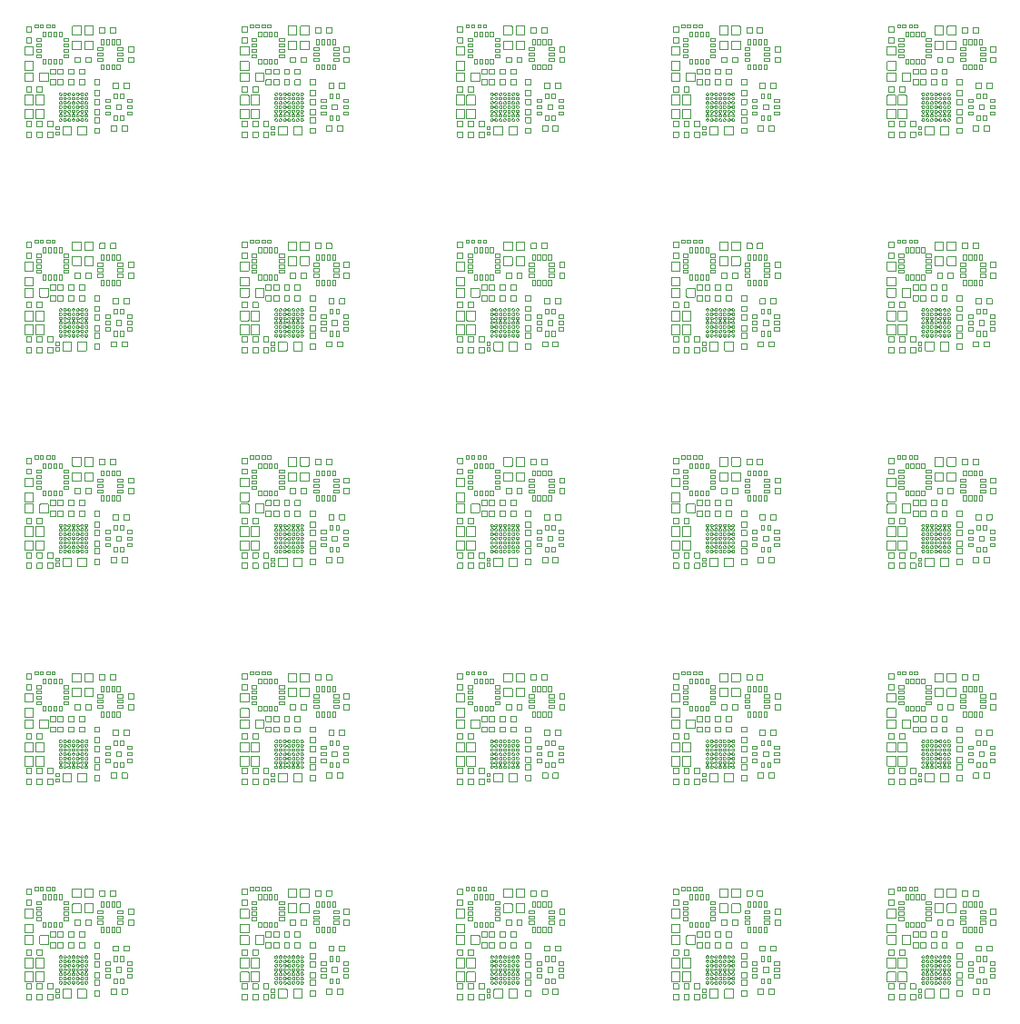
<source format=gbr>
G04 CAM350 V9.0.1 (Build 158) Date:  Tue Aug 05 13:34:50 2025 *
G04 Database: (Untitled) *
G04 Layer 101: 010330_pol.gbr *
%FSLAX33Y33*%
%MOMM*%
%SFA1.000B1.000*%

%MIA0B0*%
%IPPOS*%
%ADD21C,0.00010*%
%LN010330_pol.gbr*%
%LPD*%
G54D21*
X-105425Y104900D02*
G01Y104900D01*
Y104900*
X-104975*
Y104900*
Y104900*
X-104960Y104905*
X-104951Y104918*
X-104950Y104925*
Y105375*
X-104955Y105390*
X-104968Y105399*
X-104975Y105400*
Y105400*
Y105400*
X-105425*
Y105400*
Y105400*
X-105440Y105395*
X-105449Y105382*
X-105450Y105375*
Y104925*
X-105445Y104910*
X-105432Y104901*
X-105425Y104900*
Y103900D02*
G01Y103900D01*
Y103900*
X-104975*
Y103900*
Y103900*
X-104960Y103905*
X-104951Y103918*
X-104950Y103925*
Y104375*
X-104955Y104390*
X-104968Y104399*
X-104975Y104400*
Y104400*
Y104400*
X-105425*
Y104400*
Y104400*
X-105440Y104395*
X-105449Y104382*
X-105450Y104375*
Y103925*
X-105445Y103910*
X-105432Y103901*
X-105425Y103900*
X-105559Y102750D02*
G01Y102750D01*
Y102750*
X-104841*
Y102750*
Y102750*
X-104821Y102755*
X-104806Y102769*
X-104800Y102791*
Y103509*
X-104805Y103529*
X-104819Y103543*
X-104841Y103550*
Y103550*
Y103550*
X-105559*
Y103550*
Y103550*
X-105579Y103545*
X-105594Y103531*
X-105600Y103509*
Y102791*
X-105595Y102771*
X-105581Y102757*
X-105559Y102750*
Y101350D02*
G01Y101350D01*
Y101350*
X-104841*
Y101350*
Y101350*
X-104821Y101355*
X-104806Y101369*
X-104800Y101391*
Y102109*
X-104805Y102129*
X-104819Y102143*
X-104841Y102150*
Y102150*
Y102150*
X-105559*
Y102150*
Y102150*
X-105579Y102145*
X-105594Y102131*
X-105600Y102109*
Y101391*
X-105595Y101371*
X-105581Y101357*
X-105559Y101350*
Y100300D02*
G01Y100300D01*
Y100300*
X-104841*
Y100300*
Y100300*
X-104821Y100305*
X-104806Y100319*
X-104800Y100341*
Y101059*
X-104805Y101079*
X-104819Y101093*
X-104841Y101100*
Y101100*
Y101100*
X-105559*
Y101100*
Y101100*
X-105579Y101095*
X-105594Y101081*
X-105600Y101059*
Y100341*
X-105595Y100321*
X-105581Y100307*
X-105559Y100300*
X-105425Y99300D02*
G01Y99300D01*
Y99300*
X-104975*
Y99300*
Y99300*
X-104960Y99305*
X-104951Y99318*
X-104950Y99325*
Y99775*
X-104955Y99790*
X-104968Y99799*
X-104975Y99800*
Y99800*
Y99800*
X-105425*
Y99800*
Y99800*
X-105440Y99795*
X-105449Y99782*
X-105450Y99775*
Y99325*
X-105445Y99310*
X-105432Y99301*
X-105425Y99300*
X-105559Y98101D02*
G01Y98100D01*
Y98100*
X-104841*
Y98100*
Y98101*
X-104821Y98106*
X-104806Y98120*
X-104800Y98141*
Y98959*
X-104805Y98978*
X-104819Y98993*
X-104841Y98999*
Y99000*
Y99000*
X-105559*
Y99000*
Y98999*
X-105579Y98994*
X-105594Y98980*
X-105600Y98959*
Y98141*
X-105595Y98122*
X-105581Y98107*
X-105559Y98101*
Y96801D02*
G01Y96800D01*
Y96800*
X-104841*
Y96800*
Y96801*
X-104821Y96806*
X-104806Y96820*
X-104800Y96841*
Y97659*
X-104805Y97678*
X-104819Y97693*
X-104841Y97699*
Y97700*
Y97700*
X-105559*
Y97700*
Y97699*
X-105579Y97694*
X-105594Y97680*
X-105600Y97659*
Y96841*
X-105595Y96822*
X-105581Y96807*
X-105559Y96801*
X-105425Y96100D02*
G01Y96100D01*
Y96100*
X-104975*
Y96100*
Y96100*
X-104960Y96105*
X-104951Y96118*
X-104950Y96125*
Y96575*
X-104955Y96590*
X-104968Y96599*
X-104975Y96600*
Y96600*
Y96600*
X-105425*
Y96600*
Y96600*
X-105440Y96595*
X-105449Y96582*
X-105450Y96575*
Y96125*
X-105445Y96110*
X-105432Y96101*
X-105425Y96100*
Y95100D02*
G01Y95100D01*
Y95100*
X-104975*
Y95100*
Y95100*
X-104960Y95105*
X-104951Y95118*
X-104950Y95125*
Y95575*
X-104955Y95590*
X-104968Y95599*
X-104975Y95600*
Y95600*
Y95600*
X-105425*
Y95600*
Y95600*
X-105440Y95595*
X-105449Y95582*
X-105450Y95575*
Y95125*
X-105445Y95110*
X-105432Y95101*
X-105425Y95100*
Y84800D02*
G01Y84800D01*
Y84800*
X-104975*
Y84800*
Y84800*
X-104960Y84805*
X-104951Y84818*
X-104950Y84825*
Y85275*
X-104955Y85290*
X-104968Y85299*
X-104975Y85300*
Y85300*
Y85300*
X-105425*
Y85300*
Y85300*
X-105440Y85295*
X-105449Y85282*
X-105450Y85275*
Y84825*
X-105445Y84810*
X-105432Y84801*
X-105425Y84800*
Y83800D02*
G01Y83800D01*
Y83800*
X-104975*
Y83800*
Y83800*
X-104960Y83805*
X-104951Y83818*
X-104950Y83825*
Y84275*
X-104955Y84290*
X-104968Y84299*
X-104975Y84300*
Y84300*
Y84300*
X-105425*
Y84300*
Y84300*
X-105440Y84295*
X-105449Y84282*
X-105450Y84275*
Y83825*
X-105445Y83810*
X-105432Y83801*
X-105425Y83800*
X-105559Y82650D02*
G01Y82650D01*
Y82650*
X-104841*
Y82650*
Y82650*
X-104821Y82655*
X-104806Y82669*
X-104800Y82691*
Y83409*
X-104805Y83429*
X-104819Y83443*
X-104841Y83450*
Y83450*
Y83450*
X-105559*
Y83450*
Y83450*
X-105579Y83445*
X-105594Y83431*
X-105600Y83409*
Y82691*
X-105595Y82671*
X-105581Y82657*
X-105559Y82650*
Y81250D02*
G01Y81250D01*
Y81250*
X-104841*
Y81250*
Y81250*
X-104821Y81255*
X-104806Y81269*
X-104800Y81291*
Y82009*
X-104805Y82029*
X-104819Y82043*
X-104841Y82050*
Y82050*
Y82050*
X-105559*
Y82050*
Y82050*
X-105579Y82045*
X-105594Y82031*
X-105600Y82009*
Y81291*
X-105595Y81271*
X-105581Y81257*
X-105559Y81250*
Y80200D02*
G01Y80200D01*
Y80200*
X-104841*
Y80200*
Y80200*
X-104821Y80205*
X-104806Y80219*
X-104800Y80241*
Y80959*
X-104805Y80979*
X-104819Y80993*
X-104841Y81000*
Y81000*
Y81000*
X-105559*
Y81000*
Y81000*
X-105579Y80995*
X-105594Y80981*
X-105600Y80959*
Y80241*
X-105595Y80221*
X-105581Y80207*
X-105559Y80200*
X-105425Y79200D02*
G01Y79200D01*
Y79200*
X-104975*
Y79200*
Y79200*
X-104960Y79205*
X-104951Y79218*
X-104950Y79225*
Y79675*
X-104955Y79690*
X-104968Y79699*
X-104975Y79700*
Y79700*
Y79700*
X-105425*
Y79700*
Y79700*
X-105440Y79695*
X-105449Y79682*
X-105450Y79675*
Y79225*
X-105445Y79210*
X-105432Y79201*
X-105425Y79200*
X-105559Y78001D02*
G01Y78000D01*
Y78000*
X-104841*
Y78000*
Y78001*
X-104821Y78006*
X-104806Y78020*
X-104800Y78041*
Y78859*
X-104805Y78878*
X-104819Y78893*
X-104841Y78899*
Y78900*
Y78900*
X-105559*
Y78900*
Y78899*
X-105579Y78894*
X-105594Y78880*
X-105600Y78859*
Y78041*
X-105595Y78022*
X-105581Y78007*
X-105559Y78001*
Y76701D02*
G01Y76700D01*
Y76700*
X-104841*
Y76700*
Y76701*
X-104821Y76706*
X-104806Y76720*
X-104800Y76741*
Y77559*
X-104805Y77578*
X-104819Y77593*
X-104841Y77599*
Y77600*
Y77600*
X-105559*
Y77600*
Y77599*
X-105579Y77594*
X-105594Y77580*
X-105600Y77559*
Y76741*
X-105595Y76722*
X-105581Y76707*
X-105559Y76701*
X-105425Y76000D02*
G01Y76000D01*
Y76000*
X-104975*
Y76000*
Y76000*
X-104960Y76005*
X-104951Y76018*
X-104950Y76025*
Y76475*
X-104955Y76490*
X-104968Y76499*
X-104975Y76500*
Y76500*
Y76500*
X-105425*
Y76500*
Y76500*
X-105440Y76495*
X-105449Y76482*
X-105450Y76475*
Y76025*
X-105445Y76010*
X-105432Y76001*
X-105425Y76000*
Y75000D02*
G01Y75000D01*
Y75000*
X-104975*
Y75000*
Y75000*
X-104960Y75005*
X-104951Y75018*
X-104950Y75025*
Y75475*
X-104955Y75490*
X-104968Y75499*
X-104975Y75500*
Y75500*
Y75500*
X-105425*
Y75500*
Y75500*
X-105440Y75495*
X-105449Y75482*
X-105450Y75475*
Y75025*
X-105445Y75010*
X-105432Y75001*
X-105425Y75000*
Y64700D02*
G01Y64700D01*
Y64700*
X-104975*
Y64700*
Y64700*
X-104960Y64705*
X-104951Y64718*
X-104950Y64725*
Y65175*
X-104955Y65190*
X-104968Y65199*
X-104975Y65200*
Y65200*
Y65200*
X-105425*
Y65200*
Y65200*
X-105440Y65195*
X-105449Y65182*
X-105450Y65175*
Y64725*
X-105445Y64710*
X-105432Y64701*
X-105425Y64700*
Y63700D02*
G01Y63700D01*
Y63700*
X-104975*
Y63700*
Y63700*
X-104960Y63705*
X-104951Y63718*
X-104950Y63725*
Y64175*
X-104955Y64190*
X-104968Y64199*
X-104975Y64200*
Y64200*
Y64200*
X-105425*
Y64200*
Y64200*
X-105440Y64195*
X-105449Y64182*
X-105450Y64175*
Y63725*
X-105445Y63710*
X-105432Y63701*
X-105425Y63700*
X-105559Y62550D02*
G01Y62550D01*
Y62550*
X-104841*
Y62550*
Y62550*
X-104821Y62555*
X-104806Y62569*
X-104800Y62591*
Y63309*
X-104805Y63329*
X-104819Y63343*
X-104841Y63350*
Y63350*
Y63350*
X-105559*
Y63350*
Y63350*
X-105579Y63345*
X-105594Y63331*
X-105600Y63309*
Y62591*
X-105595Y62571*
X-105581Y62557*
X-105559Y62550*
Y61150D02*
G01Y61150D01*
Y61150*
X-104841*
Y61150*
Y61150*
X-104821Y61155*
X-104806Y61169*
X-104800Y61191*
Y61909*
X-104805Y61929*
X-104819Y61943*
X-104841Y61950*
Y61950*
Y61950*
X-105559*
Y61950*
Y61950*
X-105579Y61945*
X-105594Y61931*
X-105600Y61909*
Y61191*
X-105595Y61171*
X-105581Y61157*
X-105559Y61150*
Y60100D02*
G01Y60100D01*
Y60100*
X-104841*
Y60100*
Y60100*
X-104821Y60105*
X-104806Y60119*
X-104800Y60141*
Y60859*
X-104805Y60879*
X-104819Y60893*
X-104841Y60900*
Y60900*
Y60900*
X-105559*
Y60900*
Y60900*
X-105579Y60895*
X-105594Y60881*
X-105600Y60859*
Y60141*
X-105595Y60121*
X-105581Y60107*
X-105559Y60100*
X-105425Y59100D02*
G01Y59100D01*
Y59100*
X-104975*
Y59100*
Y59100*
X-104960Y59105*
X-104951Y59118*
X-104950Y59125*
Y59575*
X-104955Y59590*
X-104968Y59599*
X-104975Y59600*
Y59600*
Y59600*
X-105425*
Y59600*
Y59600*
X-105440Y59595*
X-105449Y59582*
X-105450Y59575*
Y59125*
X-105445Y59110*
X-105432Y59101*
X-105425Y59100*
X-105559Y57901D02*
G01Y57900D01*
Y57900*
X-104841*
Y57900*
Y57901*
X-104821Y57906*
X-104806Y57920*
X-104800Y57941*
Y58759*
X-104805Y58778*
X-104819Y58793*
X-104841Y58799*
Y58800*
Y58800*
X-105559*
Y58800*
Y58799*
X-105579Y58794*
X-105594Y58780*
X-105600Y58759*
Y57941*
X-105595Y57922*
X-105581Y57907*
X-105559Y57901*
Y56601D02*
G01Y56600D01*
Y56600*
X-104841*
Y56600*
Y56601*
X-104821Y56606*
X-104806Y56620*
X-104800Y56641*
Y57459*
X-104805Y57478*
X-104819Y57493*
X-104841Y57499*
Y57500*
Y57500*
X-105559*
Y57500*
Y57499*
X-105579Y57494*
X-105594Y57480*
X-105600Y57459*
Y56641*
X-105595Y56622*
X-105581Y56607*
X-105559Y56601*
X-105425Y55900D02*
G01Y55900D01*
Y55900*
X-104975*
Y55900*
Y55900*
X-104960Y55905*
X-104951Y55918*
X-104950Y55925*
Y56375*
X-104955Y56390*
X-104968Y56399*
X-104975Y56400*
Y56400*
Y56400*
X-105425*
Y56400*
Y56400*
X-105440Y56395*
X-105449Y56382*
X-105450Y56375*
Y55925*
X-105445Y55910*
X-105432Y55901*
X-105425Y55900*
Y54900D02*
G01Y54900D01*
Y54900*
X-104975*
Y54900*
Y54900*
X-104960Y54905*
X-104951Y54918*
X-104950Y54925*
Y55375*
X-104955Y55390*
X-104968Y55399*
X-104975Y55400*
Y55400*
Y55400*
X-105425*
Y55400*
Y55400*
X-105440Y55395*
X-105449Y55382*
X-105450Y55375*
Y54925*
X-105445Y54910*
X-105432Y54901*
X-105425Y54900*
Y44600D02*
G01Y44600D01*
Y44600*
X-104975*
Y44600*
Y44600*
X-104960Y44605*
X-104951Y44618*
X-104950Y44625*
Y45075*
X-104955Y45090*
X-104968Y45099*
X-104975Y45100*
Y45100*
Y45100*
X-105425*
Y45100*
Y45100*
X-105440Y45095*
X-105449Y45082*
X-105450Y45075*
Y44625*
X-105445Y44610*
X-105432Y44601*
X-105425Y44600*
Y43600D02*
G01Y43600D01*
Y43600*
X-104975*
Y43600*
Y43600*
X-104960Y43605*
X-104951Y43618*
X-104950Y43625*
Y44075*
X-104955Y44090*
X-104968Y44099*
X-104975Y44100*
Y44100*
Y44100*
X-105425*
Y44100*
Y44100*
X-105440Y44095*
X-105449Y44082*
X-105450Y44075*
Y43625*
X-105445Y43610*
X-105432Y43601*
X-105425Y43600*
X-105559Y42450D02*
G01Y42450D01*
Y42450*
X-104841*
Y42450*
Y42450*
X-104821Y42455*
X-104806Y42469*
X-104800Y42491*
Y43209*
X-104805Y43229*
X-104819Y43243*
X-104841Y43250*
Y43250*
Y43250*
X-105559*
Y43250*
Y43250*
X-105579Y43245*
X-105594Y43231*
X-105600Y43209*
Y42491*
X-105595Y42471*
X-105581Y42457*
X-105559Y42450*
Y41050D02*
G01Y41050D01*
Y41050*
X-104841*
Y41050*
Y41050*
X-104821Y41055*
X-104806Y41069*
X-104800Y41091*
Y41809*
X-104805Y41829*
X-104819Y41843*
X-104841Y41850*
Y41850*
Y41850*
X-105559*
Y41850*
Y41850*
X-105579Y41845*
X-105594Y41831*
X-105600Y41809*
Y41091*
X-105595Y41071*
X-105581Y41057*
X-105559Y41050*
Y40000D02*
G01Y40000D01*
Y40000*
X-104841*
Y40000*
Y40000*
X-104821Y40005*
X-104806Y40019*
X-104800Y40041*
Y40759*
X-104805Y40779*
X-104819Y40793*
X-104841Y40800*
Y40800*
Y40800*
X-105559*
Y40800*
Y40800*
X-105579Y40795*
X-105594Y40781*
X-105600Y40759*
Y40041*
X-105595Y40021*
X-105581Y40007*
X-105559Y40000*
X-105425Y39000D02*
G01Y39000D01*
Y39000*
X-104975*
Y39000*
Y39000*
X-104960Y39005*
X-104951Y39018*
X-104950Y39025*
Y39475*
X-104955Y39490*
X-104968Y39499*
X-104975Y39500*
Y39500*
Y39500*
X-105425*
Y39500*
Y39500*
X-105440Y39495*
X-105449Y39482*
X-105450Y39475*
Y39025*
X-105445Y39010*
X-105432Y39001*
X-105425Y39000*
X-105559Y37801D02*
G01Y37800D01*
Y37800*
X-104841*
Y37800*
Y37801*
X-104821Y37806*
X-104806Y37820*
X-104800Y37841*
Y38659*
X-104805Y38678*
X-104819Y38693*
X-104841Y38699*
Y38700*
Y38700*
X-105559*
Y38700*
Y38699*
X-105579Y38694*
X-105594Y38680*
X-105600Y38659*
Y37841*
X-105595Y37822*
X-105581Y37807*
X-105559Y37801*
Y36501D02*
G01Y36500D01*
Y36500*
X-104841*
Y36500*
Y36501*
X-104821Y36506*
X-104806Y36520*
X-104800Y36541*
Y37359*
X-104805Y37378*
X-104819Y37393*
X-104841Y37399*
Y37400*
Y37400*
X-105559*
Y37400*
Y37399*
X-105579Y37394*
X-105594Y37380*
X-105600Y37359*
Y36541*
X-105595Y36522*
X-105581Y36507*
X-105559Y36501*
X-105425Y35800D02*
G01Y35800D01*
Y35800*
X-104975*
Y35800*
Y35800*
X-104960Y35805*
X-104951Y35818*
X-104950Y35825*
Y36275*
X-104955Y36290*
X-104968Y36299*
X-104975Y36300*
Y36300*
Y36300*
X-105425*
Y36300*
Y36300*
X-105440Y36295*
X-105449Y36282*
X-105450Y36275*
Y35825*
X-105445Y35810*
X-105432Y35801*
X-105425Y35800*
Y34800D02*
G01Y34800D01*
Y34800*
X-104975*
Y34800*
Y34800*
X-104960Y34805*
X-104951Y34818*
X-104950Y34825*
Y35275*
X-104955Y35290*
X-104968Y35299*
X-104975Y35300*
Y35300*
Y35300*
X-105425*
Y35300*
Y35300*
X-105440Y35295*
X-105449Y35282*
X-105450Y35275*
Y34825*
X-105445Y34810*
X-105432Y34801*
X-105425Y34800*
Y24500D02*
G01Y24500D01*
Y24500*
X-104975*
Y24500*
Y24500*
X-104960Y24505*
X-104951Y24518*
X-104950Y24525*
Y24975*
X-104955Y24990*
X-104968Y24999*
X-104975Y25000*
Y25000*
Y25000*
X-105425*
Y25000*
Y25000*
X-105440Y24995*
X-105449Y24982*
X-105450Y24975*
Y24525*
X-105445Y24510*
X-105432Y24501*
X-105425Y24500*
Y23500D02*
G01Y23500D01*
Y23500*
X-104975*
Y23500*
Y23500*
X-104960Y23505*
X-104951Y23518*
X-104950Y23525*
Y23975*
X-104955Y23990*
X-104968Y23999*
X-104975Y24000*
Y24000*
Y24000*
X-105425*
Y24000*
Y24000*
X-105440Y23995*
X-105449Y23982*
X-105450Y23975*
Y23525*
X-105445Y23510*
X-105432Y23501*
X-105425Y23500*
X-105559Y22350D02*
G01Y22350D01*
Y22350*
X-104841*
Y22350*
Y22350*
X-104821Y22355*
X-104806Y22369*
X-104800Y22391*
Y23109*
X-104805Y23129*
X-104819Y23143*
X-104841Y23150*
Y23150*
Y23150*
X-105559*
Y23150*
Y23150*
X-105579Y23145*
X-105594Y23131*
X-105600Y23109*
Y22391*
X-105595Y22371*
X-105581Y22357*
X-105559Y22350*
Y20950D02*
G01Y20950D01*
Y20950*
X-104841*
Y20950*
Y20950*
X-104821Y20955*
X-104806Y20969*
X-104800Y20991*
Y21709*
X-104805Y21729*
X-104819Y21743*
X-104841Y21750*
Y21750*
Y21750*
X-105559*
Y21750*
Y21750*
X-105579Y21745*
X-105594Y21731*
X-105600Y21709*
Y20991*
X-105595Y20971*
X-105581Y20957*
X-105559Y20950*
Y19900D02*
G01Y19900D01*
Y19900*
X-104841*
Y19900*
Y19900*
X-104821Y19905*
X-104806Y19919*
X-104800Y19941*
Y20659*
X-104805Y20679*
X-104819Y20693*
X-104841Y20700*
Y20700*
Y20700*
X-105559*
Y20700*
Y20700*
X-105579Y20695*
X-105594Y20681*
X-105600Y20659*
Y19941*
X-105595Y19921*
X-105581Y19907*
X-105559Y19900*
X-105425Y18900D02*
G01Y18900D01*
Y18900*
X-104975*
Y18900*
Y18900*
X-104960Y18905*
X-104951Y18918*
X-104950Y18925*
Y19375*
X-104955Y19390*
X-104968Y19399*
X-104975Y19400*
Y19400*
Y19400*
X-105425*
Y19400*
Y19400*
X-105440Y19395*
X-105449Y19382*
X-105450Y19375*
Y18925*
X-105445Y18910*
X-105432Y18901*
X-105425Y18900*
X-105559Y17701D02*
G01Y17700D01*
Y17700*
X-104841*
Y17700*
Y17701*
X-104821Y17706*
X-104806Y17720*
X-104800Y17741*
Y18559*
X-104805Y18578*
X-104819Y18593*
X-104841Y18599*
Y18600*
Y18600*
X-105559*
Y18600*
Y18599*
X-105579Y18594*
X-105594Y18580*
X-105600Y18559*
Y17741*
X-105595Y17722*
X-105581Y17707*
X-105559Y17701*
X-105425Y15700D02*
G01Y15700D01*
Y15700*
X-104975*
Y15700*
Y15700*
X-104960Y15705*
X-104951Y15718*
X-104950Y15725*
Y16175*
X-104955Y16190*
X-104968Y16199*
X-104975Y16200*
Y16200*
Y16200*
X-105425*
Y16200*
Y16200*
X-105440Y16195*
X-105449Y16182*
X-105450Y16175*
Y15725*
X-105445Y15710*
X-105432Y15701*
X-105425Y15700*
Y14700D02*
G01Y14700D01*
Y14700*
X-104975*
Y14700*
Y14700*
X-104960Y14705*
X-104951Y14718*
X-104950Y14725*
Y15175*
X-104955Y15190*
X-104968Y15199*
X-104975Y15200*
Y15200*
Y15200*
X-105425*
Y15200*
Y15200*
X-105440Y15195*
X-105449Y15182*
X-105450Y15175*
Y14725*
X-105445Y14710*
X-105432Y14701*
X-105425Y14700*
X-104650Y105300D02*
G01X-104350D01*
Y105300*
Y105600*
Y105600*
X-104650*
Y105600*
Y105300*
Y105300*
X-104150D02*
G01X-103850D01*
Y105300*
Y105600*
Y105600*
X-104150*
Y105600*
Y105300*
Y105300*
X-104500Y104010D02*
G01X-104050D01*
Y104010*
Y104290*
Y104290*
X-104500*
Y104290*
Y104010*
Y104010*
Y103510D02*
G01X-104050D01*
Y103510*
Y103790*
Y103790*
X-104500*
Y103790*
Y103510*
Y103510*
Y103010D02*
G01X-104050D01*
Y103010*
Y103290*
Y103290*
X-104500*
Y103290*
Y103010*
Y103010*
Y102510D02*
G01X-104050D01*
Y102510*
Y102790*
Y102790*
X-104500*
Y102790*
Y102510*
Y102510*
X-103890Y104450D02*
G01X-103610D01*
Y104450*
Y104900*
Y104900*
X-103890*
Y104900*
Y104450*
Y104450*
Y101900D02*
G01X-103610D01*
Y101900*
Y102350*
Y102350*
X-103890*
Y102350*
Y101900*
Y101900*
X-103550Y105300D02*
G01X-103250D01*
Y105300*
Y105600*
Y105600*
X-103550*
Y105600*
Y105300*
Y105300*
X-104159Y100300D02*
G01Y100300D01*
Y100300*
X-103441*
Y100300*
Y100300*
X-103421Y100305*
X-103406Y100319*
X-103400Y100341*
Y101059*
X-103405Y101079*
X-103419Y101093*
X-103441Y101100*
Y101100*
Y101100*
X-104159*
Y101100*
Y101100*
X-104179Y101095*
X-104194Y101081*
X-104200Y101059*
Y100341*
X-104195Y100321*
X-104181Y100307*
X-104159Y100300*
X-104425Y99300D02*
G01Y99300D01*
Y99300*
X-103975*
Y99300*
Y99300*
X-103960Y99305*
X-103951Y99318*
X-103950Y99325*
Y99775*
X-103955Y99790*
X-103968Y99799*
X-103975Y99800*
Y99800*
Y99800*
X-104425*
Y99800*
Y99800*
X-104440Y99795*
X-104449Y99782*
X-104450Y99775*
Y99325*
X-104445Y99310*
X-104432Y99301*
X-104425Y99300*
X-104559Y98101D02*
G01Y98100D01*
Y98100*
X-103841*
Y98100*
Y98101*
X-103821Y98106*
X-103806Y98120*
X-103800Y98141*
Y98959*
X-103805Y98978*
X-103819Y98993*
X-103841Y98999*
Y99000*
Y99000*
X-104559*
Y99000*
Y98999*
X-104579Y98994*
X-104594Y98980*
X-104600Y98959*
Y98141*
X-104595Y98122*
X-104581Y98107*
X-104559Y98101*
Y96801D02*
G01Y96800D01*
Y96800*
X-103841*
Y96800*
Y96801*
X-103821Y96806*
X-103806Y96820*
X-103800Y96841*
Y97659*
X-103805Y97678*
X-103819Y97693*
X-103841Y97699*
Y97700*
Y97700*
X-104559*
Y97700*
Y97699*
X-104579Y97694*
X-104594Y97680*
X-104600Y97659*
Y96841*
X-104595Y96822*
X-104581Y96807*
X-104559Y96801*
X-104425Y96100D02*
G01Y96100D01*
Y96100*
X-103975*
Y96100*
Y96100*
X-103960Y96105*
X-103951Y96118*
X-103950Y96125*
Y96575*
X-103955Y96590*
X-103968Y96599*
X-103975Y96600*
Y96600*
Y96600*
X-104425*
Y96600*
Y96600*
X-104440Y96595*
X-104449Y96582*
X-104450Y96575*
Y96125*
X-104445Y96110*
X-104432Y96101*
X-104425Y96100*
Y95100D02*
G01Y95100D01*
Y95100*
X-103975*
Y95100*
Y95100*
X-103960Y95105*
X-103951Y95118*
X-103950Y95125*
Y95575*
X-103955Y95590*
X-103968Y95599*
X-103975Y95600*
Y95600*
Y95600*
X-104425*
Y95600*
Y95600*
X-104440Y95595*
X-104449Y95582*
X-104450Y95575*
Y95125*
X-104445Y95110*
X-104432Y95101*
X-104425Y95100*
X-104650Y85200D02*
G01X-104350D01*
Y85200*
Y85500*
Y85500*
X-104650*
Y85500*
Y85200*
Y85200*
X-104150D02*
G01X-103850D01*
Y85200*
Y85500*
Y85500*
X-104150*
Y85500*
Y85200*
Y85200*
X-104500Y83910D02*
G01X-104050D01*
Y83910*
Y84190*
Y84190*
X-104500*
Y84190*
Y83910*
Y83910*
Y83410D02*
G01X-104050D01*
Y83410*
Y83690*
Y83690*
X-104500*
Y83690*
Y83410*
Y83410*
Y82910D02*
G01X-104050D01*
Y82910*
Y83190*
Y83190*
X-104500*
Y83190*
Y82910*
Y82910*
Y82410D02*
G01X-104050D01*
Y82410*
Y82690*
Y82690*
X-104500*
Y82690*
Y82410*
Y82410*
X-103890Y84350D02*
G01X-103610D01*
Y84350*
Y84800*
Y84800*
X-103890*
Y84800*
Y84350*
Y84350*
Y81800D02*
G01X-103610D01*
Y81800*
Y82250*
Y82250*
X-103890*
Y82250*
Y81800*
Y81800*
X-103390Y104450D02*
G01X-103110D01*
Y104450*
Y104900*
Y104900*
X-103390*
Y104900*
Y104450*
Y104450*
Y101900D02*
G01X-103110D01*
Y101900*
Y102350*
Y102350*
X-103390*
Y102350*
Y101900*
Y101900*
X-103050Y105300D02*
G01X-102750D01*
Y105300*
Y105600*
Y105600*
X-103050*
Y105600*
Y105300*
Y105300*
X-102890Y104450D02*
G01X-102610D01*
Y104450*
Y104900*
Y104900*
X-102890*
Y104900*
Y104450*
Y104450*
Y101900D02*
G01X-102610D01*
Y101900*
Y102350*
Y102350*
X-102890*
Y102350*
Y101900*
Y101900*
X-103175Y100950D02*
G01Y100950D01*
Y100950*
X-102725*
Y100950*
Y100950*
X-102710Y100955*
X-102701Y100968*
X-102700Y100975*
Y101425*
X-102705Y101440*
X-102718Y101449*
X-102725Y101450*
Y101450*
Y101450*
X-103175*
Y101450*
Y101450*
X-103190Y101445*
X-103199Y101432*
X-103200Y101425*
Y100975*
X-103195Y100960*
X-103182Y100951*
X-103175Y100950*
Y99950D02*
G01Y99950D01*
Y99950*
X-102725*
Y99950*
Y99950*
X-102710Y99955*
X-102701Y99968*
X-102700Y99975*
Y100425*
X-102705Y100440*
X-102718Y100449*
X-102725Y100450*
Y100450*
Y100450*
X-103175*
Y100450*
Y100450*
X-103190Y100445*
X-103199Y100432*
X-103200Y100425*
Y99975*
X-103195Y99960*
X-103182Y99951*
X-103175Y99950*
X-103425Y96100D02*
G01Y96100D01*
Y96100*
X-102975*
Y96100*
Y96100*
X-102960Y96105*
X-102951Y96118*
X-102950Y96125*
Y96575*
X-102955Y96590*
X-102968Y96599*
X-102975Y96600*
Y96600*
Y96600*
X-103425*
Y96600*
Y96600*
X-103440Y96595*
X-103449Y96582*
X-103450Y96575*
Y96125*
X-103445Y96110*
X-103432Y96101*
X-103425Y96100*
Y95100D02*
G01Y95100D01*
Y95100*
X-102975*
Y95100*
Y95100*
X-102960Y95105*
X-102951Y95118*
X-102950Y95125*
Y95575*
X-102955Y95590*
X-102968Y95599*
X-102975Y95600*
Y95600*
Y95600*
X-103425*
Y95600*
Y95600*
X-103440Y95595*
X-103449Y95582*
X-103450Y95575*
Y95125*
X-103445Y95110*
X-103432Y95101*
X-103425Y95100*
X-103550Y85200D02*
G01X-103250D01*
Y85200*
Y85500*
Y85500*
X-103550*
Y85500*
Y85200*
Y85200*
X-104159Y80200D02*
G01Y80200D01*
Y80200*
X-103441*
Y80200*
Y80200*
X-103421Y80205*
X-103406Y80219*
X-103400Y80241*
Y80959*
X-103405Y80979*
X-103419Y80993*
X-103441Y81000*
Y81000*
Y81000*
X-104159*
Y81000*
Y81000*
X-104179Y80995*
X-104194Y80981*
X-104200Y80959*
Y80241*
X-104195Y80221*
X-104181Y80207*
X-104159Y80200*
X-104425Y79200D02*
G01Y79200D01*
Y79200*
X-103975*
Y79200*
Y79200*
X-103960Y79205*
X-103951Y79218*
X-103950Y79225*
Y79675*
X-103955Y79690*
X-103968Y79699*
X-103975Y79700*
Y79700*
Y79700*
X-104425*
Y79700*
Y79700*
X-104440Y79695*
X-104449Y79682*
X-104450Y79675*
Y79225*
X-104445Y79210*
X-104432Y79201*
X-104425Y79200*
X-104559Y78001D02*
G01Y78000D01*
Y78000*
X-103841*
Y78000*
Y78001*
X-103821Y78006*
X-103806Y78020*
X-103800Y78041*
Y78859*
X-103805Y78878*
X-103819Y78893*
X-103841Y78899*
Y78900*
Y78900*
X-104559*
Y78900*
Y78899*
X-104579Y78894*
X-104594Y78880*
X-104600Y78859*
Y78041*
X-104595Y78022*
X-104581Y78007*
X-104559Y78001*
Y76701D02*
G01Y76700D01*
Y76700*
X-103841*
Y76700*
Y76701*
X-103821Y76706*
X-103806Y76720*
X-103800Y76741*
Y77559*
X-103805Y77578*
X-103819Y77593*
X-103841Y77599*
Y77600*
Y77600*
X-104559*
Y77600*
Y77599*
X-104579Y77594*
X-104594Y77580*
X-104600Y77559*
Y76741*
X-104595Y76722*
X-104581Y76707*
X-104559Y76701*
X-104425Y76000D02*
G01Y76000D01*
Y76000*
X-103975*
Y76000*
Y76000*
X-103960Y76005*
X-103951Y76018*
X-103950Y76025*
Y76475*
X-103955Y76490*
X-103968Y76499*
X-103975Y76500*
Y76500*
Y76500*
X-104425*
Y76500*
Y76500*
X-104440Y76495*
X-104449Y76482*
X-104450Y76475*
Y76025*
X-104445Y76010*
X-104432Y76001*
X-104425Y76000*
Y75000D02*
G01Y75000D01*
Y75000*
X-103975*
Y75000*
Y75000*
X-103960Y75005*
X-103951Y75018*
X-103950Y75025*
Y75475*
X-103955Y75490*
X-103968Y75499*
X-103975Y75500*
Y75500*
Y75500*
X-104425*
Y75500*
Y75500*
X-104440Y75495*
X-104449Y75482*
X-104450Y75475*
Y75025*
X-104445Y75010*
X-104432Y75001*
X-104425Y75000*
X-104650Y65100D02*
G01X-104350D01*
Y65100*
Y65400*
Y65400*
X-104650*
Y65400*
Y65100*
Y65100*
X-104150D02*
G01X-103850D01*
Y65100*
Y65400*
Y65400*
X-104150*
Y65400*
Y65100*
Y65100*
X-104500Y63810D02*
G01X-104050D01*
Y63810*
Y64090*
Y64090*
X-104500*
Y64090*
Y63810*
Y63810*
Y63310D02*
G01X-104050D01*
Y63310*
Y63590*
Y63590*
X-104500*
Y63590*
Y63310*
Y63310*
Y62810D02*
G01X-104050D01*
Y62810*
Y63090*
Y63090*
X-104500*
Y63090*
Y62810*
Y62810*
Y62310D02*
G01X-104050D01*
Y62310*
Y62590*
Y62590*
X-104500*
Y62590*
Y62310*
Y62310*
X-103890Y64250D02*
G01X-103610D01*
Y64250*
Y64700*
Y64700*
X-103890*
Y64700*
Y64250*
Y64250*
Y61700D02*
G01X-103610D01*
Y61700*
Y62150*
Y62150*
X-103890*
Y62150*
Y61700*
Y61700*
X-103390Y84350D02*
G01X-103110D01*
Y84350*
Y84800*
Y84800*
X-103390*
Y84800*
Y84350*
Y84350*
Y81800D02*
G01X-103110D01*
Y81800*
Y82250*
Y82250*
X-103390*
Y82250*
Y81800*
Y81800*
X-103050Y85200D02*
G01X-102750D01*
Y85200*
Y85500*
Y85500*
X-103050*
Y85500*
Y85200*
Y85200*
X-102390Y104450D02*
G01X-102110D01*
Y104450*
Y104900*
Y104900*
X-102390*
Y104900*
Y104450*
Y104450*
Y101900D02*
G01X-102110D01*
Y101900*
Y102350*
Y102350*
X-102390*
Y102350*
Y101900*
Y101900*
X-102475Y100950D02*
G01Y100950D01*
Y100950*
X-102025*
Y100950*
Y100950*
X-102010Y100955*
X-102001Y100968*
X-102000Y100975*
Y101425*
X-102005Y101440*
X-102018Y101449*
X-102025Y101450*
Y101450*
Y101450*
X-102475*
Y101450*
Y101450*
X-102490Y101445*
X-102499Y101432*
X-102500Y101425*
Y100975*
X-102495Y100960*
X-102482Y100951*
X-102475Y100950*
Y99950D02*
G01Y99950D01*
Y99950*
X-102025*
Y99950*
Y99950*
X-102010Y99955*
X-102001Y99968*
X-102000Y99975*
Y100425*
X-102005Y100440*
X-102018Y100449*
X-102025Y100450*
Y100450*
Y100450*
X-102475*
Y100450*
Y100450*
X-102490Y100445*
X-102499Y100432*
X-102500Y100425*
Y99975*
X-102495Y99960*
X-102482Y99951*
X-102475Y99950*
X-102700Y95800D02*
G01X-102400D01*
Y95800*
Y96100*
Y96100*
X-102700*
Y96100*
Y95800*
Y95800*
Y95300D02*
G01X-102400D01*
Y95300*
Y95600*
Y95600*
X-102700*
Y95600*
Y95300*
Y95300*
X-102890Y84350D02*
G01X-102610D01*
Y84350*
Y84800*
Y84800*
X-102890*
Y84800*
Y84350*
Y84350*
Y81800D02*
G01X-102610D01*
Y81800*
Y82250*
Y82250*
X-102890*
Y82250*
Y81800*
Y81800*
X-103175Y80850D02*
G01Y80850D01*
Y80850*
X-102725*
Y80850*
Y80850*
X-102710Y80855*
X-102701Y80868*
X-102700Y80875*
Y81325*
X-102705Y81340*
X-102718Y81349*
X-102725Y81350*
Y81350*
Y81350*
X-103175*
Y81350*
Y81350*
X-103190Y81345*
X-103199Y81332*
X-103200Y81325*
Y80875*
X-103195Y80860*
X-103182Y80851*
X-103175Y80850*
Y79850D02*
G01Y79850D01*
Y79850*
X-102725*
Y79850*
Y79850*
X-102710Y79855*
X-102701Y79868*
X-102700Y79875*
Y80325*
X-102705Y80340*
X-102718Y80349*
X-102725Y80350*
Y80350*
Y80350*
X-103175*
Y80350*
Y80350*
X-103190Y80345*
X-103199Y80332*
X-103200Y80325*
Y79875*
X-103195Y79860*
X-103182Y79851*
X-103175Y79850*
X-103425Y76000D02*
G01Y76000D01*
Y76000*
X-102975*
Y76000*
Y76000*
X-102960Y76005*
X-102951Y76018*
X-102950Y76025*
Y76475*
X-102955Y76490*
X-102968Y76499*
X-102975Y76500*
Y76500*
Y76500*
X-103425*
Y76500*
Y76500*
X-103440Y76495*
X-103449Y76482*
X-103450Y76475*
Y76025*
X-103445Y76010*
X-103432Y76001*
X-103425Y76000*
Y75000D02*
G01Y75000D01*
Y75000*
X-102975*
Y75000*
Y75000*
X-102960Y75005*
X-102951Y75018*
X-102950Y75025*
Y75475*
X-102955Y75490*
X-102968Y75499*
X-102975Y75500*
Y75500*
Y75500*
X-103425*
Y75500*
Y75500*
X-103440Y75495*
X-103449Y75482*
X-103450Y75475*
Y75025*
X-103445Y75010*
X-103432Y75001*
X-103425Y75000*
X-103550Y65100D02*
G01X-103250D01*
Y65100*
Y65400*
Y65400*
X-103550*
Y65400*
Y65100*
Y65100*
X-104159Y60100D02*
G01Y60100D01*
Y60100*
X-103441*
Y60100*
Y60100*
X-103421Y60105*
X-103406Y60119*
X-103400Y60141*
Y60859*
X-103405Y60879*
X-103419Y60893*
X-103441Y60900*
Y60900*
Y60900*
X-104159*
Y60900*
Y60900*
X-104179Y60895*
X-104194Y60881*
X-104200Y60859*
Y60141*
X-104195Y60121*
X-104181Y60107*
X-104159Y60100*
X-104425Y59100D02*
G01Y59100D01*
Y59100*
X-103975*
Y59100*
Y59100*
X-103960Y59105*
X-103951Y59118*
X-103950Y59125*
Y59575*
X-103955Y59590*
X-103968Y59599*
X-103975Y59600*
Y59600*
Y59600*
X-104425*
Y59600*
Y59600*
X-104440Y59595*
X-104449Y59582*
X-104450Y59575*
Y59125*
X-104445Y59110*
X-104432Y59101*
X-104425Y59100*
X-104559Y57901D02*
G01Y57900D01*
Y57900*
X-103841*
Y57900*
Y57901*
X-103821Y57906*
X-103806Y57920*
X-103800Y57941*
Y58759*
X-103805Y58778*
X-103819Y58793*
X-103841Y58799*
Y58800*
Y58800*
X-104559*
Y58800*
Y58799*
X-104579Y58794*
X-104594Y58780*
X-104600Y58759*
Y57941*
X-104595Y57922*
X-104581Y57907*
X-104559Y57901*
Y56601D02*
G01Y56600D01*
Y56600*
X-103841*
Y56600*
Y56601*
X-103821Y56606*
X-103806Y56620*
X-103800Y56641*
Y57459*
X-103805Y57478*
X-103819Y57493*
X-103841Y57499*
Y57500*
Y57500*
X-104559*
Y57500*
Y57499*
X-104579Y57494*
X-104594Y57480*
X-104600Y57459*
Y56641*
X-104595Y56622*
X-104581Y56607*
X-104559Y56601*
X-104425Y55900D02*
G01Y55900D01*
Y55900*
X-103975*
Y55900*
Y55900*
X-103960Y55905*
X-103951Y55918*
X-103950Y55925*
Y56375*
X-103955Y56390*
X-103968Y56399*
X-103975Y56400*
Y56400*
Y56400*
X-104425*
Y56400*
Y56400*
X-104440Y56395*
X-104449Y56382*
X-104450Y56375*
Y55925*
X-104445Y55910*
X-104432Y55901*
X-104425Y55900*
Y54900D02*
G01Y54900D01*
Y54900*
X-103975*
Y54900*
Y54900*
X-103960Y54905*
X-103951Y54918*
X-103950Y54925*
Y55375*
X-103955Y55390*
X-103968Y55399*
X-103975Y55400*
Y55400*
Y55400*
X-104425*
Y55400*
Y55400*
X-104440Y55395*
X-104449Y55382*
X-104450Y55375*
Y54925*
X-104445Y54910*
X-104432Y54901*
X-104425Y54900*
X-104650Y45000D02*
G01X-104350D01*
Y45000*
Y45300*
Y45300*
X-104650*
Y45300*
Y45000*
Y45000*
X-104150D02*
G01X-103850D01*
Y45000*
Y45300*
Y45300*
X-104150*
Y45300*
Y45000*
Y45000*
X-104500Y43710D02*
G01X-104050D01*
Y43710*
Y43990*
Y43990*
X-104500*
Y43990*
Y43710*
Y43710*
Y43210D02*
G01X-104050D01*
Y43210*
Y43490*
Y43490*
X-104500*
Y43490*
Y43210*
Y43210*
Y42710D02*
G01X-104050D01*
Y42710*
Y42990*
Y42990*
X-104500*
Y42990*
Y42710*
Y42710*
Y42210D02*
G01X-104050D01*
Y42210*
Y42490*
Y42490*
X-104500*
Y42490*
Y42210*
Y42210*
X-103890Y44150D02*
G01X-103610D01*
Y44150*
Y44600*
Y44600*
X-103890*
Y44600*
Y44150*
Y44150*
Y41600D02*
G01X-103610D01*
Y41600*
Y42050*
Y42050*
X-103890*
Y42050*
Y41600*
Y41600*
X-103390Y64250D02*
G01X-103110D01*
Y64250*
Y64700*
Y64700*
X-103390*
Y64700*
Y64250*
Y64250*
Y61700D02*
G01X-103110D01*
Y61700*
Y62150*
Y62150*
X-103390*
Y62150*
Y61700*
Y61700*
X-103050Y65100D02*
G01X-102750D01*
Y65100*
Y65400*
Y65400*
X-103050*
Y65400*
Y65100*
Y65100*
X-102125Y99100D02*
G01X-102130Y99135D01*
X-102145Y99167*
X-102169Y99194*
X-102199Y99213*
X-102233Y99223*
X-102268*
X-102302Y99213*
X-102332Y99194*
X-102355Y99167*
X-102370Y99134*
X-102375Y99100*
X-102370Y99065*
X-102355Y99033*
X-102331Y99006*
X-102301Y98987*
X-102267Y98977*
X-102232*
X-102198Y98987*
X-102168Y99006*
X-102145Y99033*
X-102130Y99066*
X-102125Y99100*
Y98700D02*
G01X-102130Y98735D01*
X-102145Y98767*
X-102169Y98794*
X-102199Y98813*
X-102233Y98823*
X-102268*
X-102302Y98813*
X-102332Y98794*
X-102355Y98767*
X-102370Y98734*
X-102375Y98700*
X-102370Y98665*
X-102355Y98633*
X-102331Y98606*
X-102301Y98587*
X-102267Y98577*
X-102232*
X-102198Y98587*
X-102168Y98606*
X-102145Y98633*
X-102130Y98666*
X-102125Y98700*
Y98300D02*
G01X-102130Y98335D01*
X-102145Y98367*
X-102169Y98394*
X-102199Y98413*
X-102233Y98423*
X-102268*
X-102302Y98413*
X-102332Y98394*
X-102355Y98367*
X-102370Y98334*
X-102375Y98300*
X-102370Y98265*
X-102355Y98233*
X-102331Y98206*
X-102301Y98187*
X-102267Y98177*
X-102232*
X-102198Y98187*
X-102168Y98206*
X-102145Y98233*
X-102130Y98266*
X-102125Y98300*
Y97900D02*
G01X-102130Y97935D01*
X-102145Y97967*
X-102169Y97994*
X-102199Y98013*
X-102233Y98023*
X-102268*
X-102302Y98013*
X-102332Y97994*
X-102355Y97967*
X-102370Y97934*
X-102375Y97900*
X-102370Y97865*
X-102355Y97833*
X-102331Y97806*
X-102301Y97787*
X-102267Y97777*
X-102232*
X-102198Y97787*
X-102168Y97806*
X-102145Y97833*
X-102130Y97866*
X-102125Y97900*
Y97500D02*
G01X-102130Y97535D01*
X-102145Y97567*
X-102169Y97594*
X-102199Y97613*
X-102233Y97623*
X-102268*
X-102302Y97613*
X-102332Y97594*
X-102355Y97567*
X-102370Y97534*
X-102375Y97500*
X-102370Y97465*
X-102355Y97433*
X-102331Y97406*
X-102301Y97387*
X-102267Y97377*
X-102232*
X-102198Y97387*
X-102168Y97406*
X-102145Y97433*
X-102130Y97466*
X-102125Y97500*
Y97100D02*
G01X-102130Y97135D01*
X-102145Y97167*
X-102169Y97194*
X-102199Y97213*
X-102233Y97223*
X-102268*
X-102302Y97213*
X-102332Y97194*
X-102355Y97167*
X-102370Y97134*
X-102375Y97100*
X-102370Y97065*
X-102355Y97033*
X-102331Y97006*
X-102301Y96987*
X-102267Y96977*
X-102232*
X-102198Y96987*
X-102168Y97006*
X-102145Y97033*
X-102130Y97066*
X-102125Y97100*
Y96700D02*
G01X-102130Y96735D01*
X-102145Y96767*
X-102169Y96794*
X-102199Y96813*
X-102233Y96823*
X-102268*
X-102302Y96813*
X-102332Y96794*
X-102355Y96767*
X-102370Y96734*
X-102375Y96700*
X-102370Y96665*
X-102355Y96633*
X-102331Y96606*
X-102301Y96587*
X-102267Y96577*
X-102232*
X-102198Y96587*
X-102168Y96606*
X-102145Y96633*
X-102130Y96666*
X-102125Y96700*
X-102390Y84350D02*
G01X-102110D01*
Y84350*
Y84800*
Y84800*
X-102390*
Y84800*
Y84350*
Y84350*
Y81800D02*
G01X-102110D01*
Y81800*
Y82250*
Y82250*
X-102390*
Y82250*
Y81800*
Y81800*
X-101725Y99100D02*
G01X-101730Y99135D01*
X-101745Y99167*
X-101769Y99194*
X-101799Y99213*
X-101833Y99223*
X-101868*
X-101902Y99213*
X-101932Y99194*
X-101955Y99167*
X-101970Y99134*
X-101975Y99100*
X-101970Y99065*
X-101955Y99033*
X-101931Y99006*
X-101901Y98987*
X-101867Y98977*
X-101832*
X-101798Y98987*
X-101768Y99006*
X-101745Y99033*
X-101730Y99066*
X-101725Y99100*
Y98700D02*
G01X-101730Y98735D01*
X-101745Y98767*
X-101769Y98794*
X-101799Y98813*
X-101833Y98823*
X-101868*
X-101902Y98813*
X-101932Y98794*
X-101955Y98767*
X-101970Y98734*
X-101975Y98700*
X-101970Y98665*
X-101955Y98633*
X-101931Y98606*
X-101901Y98587*
X-101867Y98577*
X-101832*
X-101798Y98587*
X-101768Y98606*
X-101745Y98633*
X-101730Y98666*
X-101725Y98700*
Y98300D02*
G01X-101730Y98335D01*
X-101745Y98367*
X-101769Y98394*
X-101799Y98413*
X-101833Y98423*
X-101868*
X-101902Y98413*
X-101932Y98394*
X-101955Y98367*
X-101970Y98334*
X-101975Y98300*
X-101970Y98265*
X-101955Y98233*
X-101931Y98206*
X-101901Y98187*
X-101867Y98177*
X-101832*
X-101798Y98187*
X-101768Y98206*
X-101745Y98233*
X-101730Y98266*
X-101725Y98300*
Y97900D02*
G01X-101730Y97935D01*
X-101745Y97967*
X-101769Y97994*
X-101799Y98013*
X-101833Y98023*
X-101868*
X-101902Y98013*
X-101932Y97994*
X-101955Y97967*
X-101970Y97934*
X-101975Y97900*
X-101970Y97865*
X-101955Y97833*
X-101931Y97806*
X-101901Y97787*
X-101867Y97777*
X-101832*
X-101798Y97787*
X-101768Y97806*
X-101745Y97833*
X-101730Y97866*
X-101725Y97900*
Y97500D02*
G01X-101730Y97535D01*
X-101745Y97567*
X-101769Y97594*
X-101799Y97613*
X-101833Y97623*
X-101868*
X-101902Y97613*
X-101932Y97594*
X-101955Y97567*
X-101970Y97534*
X-101975Y97500*
X-101970Y97465*
X-101955Y97433*
X-101931Y97406*
X-101901Y97387*
X-101867Y97377*
X-101832*
X-101798Y97387*
X-101768Y97406*
X-101745Y97433*
X-101730Y97466*
X-101725Y97500*
Y97100D02*
G01X-101730Y97135D01*
X-101745Y97167*
X-101769Y97194*
X-101799Y97213*
X-101833Y97223*
X-101868*
X-101902Y97213*
X-101932Y97194*
X-101955Y97167*
X-101970Y97134*
X-101975Y97100*
X-101970Y97065*
X-101955Y97033*
X-101931Y97006*
X-101901Y96987*
X-101867Y96977*
X-101832*
X-101798Y96987*
X-101768Y97006*
X-101745Y97033*
X-101730Y97066*
X-101725Y97100*
Y96700D02*
G01X-101730Y96735D01*
X-101745Y96767*
X-101769Y96794*
X-101799Y96813*
X-101833Y96823*
X-101868*
X-101902Y96813*
X-101932Y96794*
X-101955Y96767*
X-101970Y96734*
X-101975Y96700*
X-101970Y96665*
X-101955Y96633*
X-101931Y96606*
X-101901Y96587*
X-101867Y96577*
X-101832*
X-101798Y96587*
X-101768Y96606*
X-101745Y96633*
X-101730Y96666*
X-101725Y96700*
X-101950Y104010D02*
G01X-101500D01*
Y104010*
Y104290*
Y104290*
X-101950*
Y104290*
Y104010*
Y104010*
Y103510D02*
G01X-101500D01*
Y103510*
Y103790*
Y103790*
X-101950*
Y103790*
Y103510*
Y103510*
Y103010D02*
G01X-101500D01*
Y103010*
Y103290*
Y103290*
X-101950*
Y103290*
Y103010*
Y103010*
Y102510D02*
G01X-101500D01*
Y102510*
Y102790*
Y102790*
X-101950*
Y102790*
Y102510*
Y102510*
X-101109Y104650D02*
G01Y104650D01*
Y104650*
X-100391*
Y104650*
Y104650*
X-100371Y104655*
X-100356Y104669*
X-100350Y104691*
Y105409*
X-100355Y105429*
X-100369Y105443*
X-100391Y105450*
Y105450*
Y105450*
X-101109*
Y105450*
Y105450*
X-101129Y105445*
X-101144Y105431*
X-101150Y105409*
Y104691*
X-101145Y104671*
X-101131Y104657*
X-101109Y104650*
Y103250D02*
G01Y103250D01*
Y103250*
X-100391*
Y103250*
Y103250*
X-100371Y103255*
X-100356Y103269*
X-100350Y103291*
Y104009*
X-100355Y104029*
X-100369Y104043*
X-100391Y104050*
Y104050*
Y104050*
X-101109*
Y104050*
Y104050*
X-101129Y104045*
X-101144Y104031*
X-101150Y104009*
Y103291*
X-101145Y103271*
X-101131Y103257*
X-101109Y103250*
X-101475Y100950D02*
G01Y100950D01*
Y100950*
X-101025*
Y100950*
Y100950*
X-101010Y100955*
X-101001Y100968*
X-101000Y100975*
Y101425*
X-101005Y101440*
X-101018Y101449*
X-101025Y101450*
Y101450*
Y101450*
X-101475*
Y101450*
Y101450*
X-101490Y101445*
X-101499Y101432*
X-101500Y101425*
Y100975*
X-101495Y100960*
X-101482Y100951*
X-101475Y100950*
Y99950D02*
G01Y99950D01*
Y99950*
X-101025*
Y99950*
Y99950*
X-101010Y99955*
X-101001Y99968*
X-101000Y99975*
Y100425*
X-101005Y100440*
X-101018Y100449*
X-101025Y100450*
Y100450*
Y100450*
X-101475*
Y100450*
Y100450*
X-101490Y100445*
X-101499Y100432*
X-101500Y100425*
Y99975*
X-101495Y99960*
X-101482Y99951*
X-101475Y99950*
X-101325Y99100D02*
G01X-101330Y99135D01*
X-101345Y99167*
X-101369Y99194*
X-101399Y99213*
X-101433Y99223*
X-101468*
X-101502Y99213*
X-101532Y99194*
X-101555Y99167*
X-101570Y99134*
X-101575Y99100*
X-101570Y99065*
X-101555Y99033*
X-101531Y99006*
X-101501Y98987*
X-101467Y98977*
X-101432*
X-101398Y98987*
X-101368Y99006*
X-101345Y99033*
X-101330Y99066*
X-101325Y99100*
Y98700D02*
G01X-101330Y98735D01*
X-101345Y98767*
X-101369Y98794*
X-101399Y98813*
X-101433Y98823*
X-101468*
X-101502Y98813*
X-101532Y98794*
X-101555Y98767*
X-101570Y98734*
X-101575Y98700*
X-101570Y98665*
X-101555Y98633*
X-101531Y98606*
X-101501Y98587*
X-101467Y98577*
X-101432*
X-101398Y98587*
X-101368Y98606*
X-101345Y98633*
X-101330Y98666*
X-101325Y98700*
Y98300D02*
G01X-101330Y98335D01*
X-101345Y98367*
X-101369Y98394*
X-101399Y98413*
X-101433Y98423*
X-101468*
X-101502Y98413*
X-101532Y98394*
X-101555Y98367*
X-101570Y98334*
X-101575Y98300*
X-101570Y98265*
X-101555Y98233*
X-101531Y98206*
X-101501Y98187*
X-101467Y98177*
X-101432*
X-101398Y98187*
X-101368Y98206*
X-101345Y98233*
X-101330Y98266*
X-101325Y98300*
Y97900D02*
G01X-101330Y97935D01*
X-101345Y97967*
X-101369Y97994*
X-101399Y98013*
X-101433Y98023*
X-101468*
X-101502Y98013*
X-101532Y97994*
X-101555Y97967*
X-101570Y97934*
X-101575Y97900*
X-101570Y97865*
X-101555Y97833*
X-101531Y97806*
X-101501Y97787*
X-101467Y97777*
X-101432*
X-101398Y97787*
X-101368Y97806*
X-101345Y97833*
X-101330Y97866*
X-101325Y97900*
Y97500D02*
G01X-101330Y97535D01*
X-101345Y97567*
X-101369Y97594*
X-101399Y97613*
X-101433Y97623*
X-101468*
X-101502Y97613*
X-101532Y97594*
X-101555Y97567*
X-101570Y97534*
X-101575Y97500*
X-101570Y97465*
X-101555Y97433*
X-101531Y97406*
X-101501Y97387*
X-101467Y97377*
X-101432*
X-101398Y97387*
X-101368Y97406*
X-101345Y97433*
X-101330Y97466*
X-101325Y97500*
Y97100D02*
G01X-101330Y97135D01*
X-101345Y97167*
X-101369Y97194*
X-101399Y97213*
X-101433Y97223*
X-101468*
X-101502Y97213*
X-101532Y97194*
X-101555Y97167*
X-101570Y97134*
X-101575Y97100*
X-101570Y97065*
X-101555Y97033*
X-101531Y97006*
X-101501Y96987*
X-101467Y96977*
X-101432*
X-101398Y96987*
X-101368Y97006*
X-101345Y97033*
X-101330Y97066*
X-101325Y97100*
Y96700D02*
G01X-101330Y96735D01*
X-101345Y96767*
X-101369Y96794*
X-101399Y96813*
X-101433Y96823*
X-101468*
X-101502Y96813*
X-101532Y96794*
X-101555Y96767*
X-101570Y96734*
X-101575Y96700*
X-101570Y96665*
X-101555Y96633*
X-101531Y96606*
X-101501Y96587*
X-101467Y96577*
X-101432*
X-101398Y96587*
X-101368Y96606*
X-101345Y96633*
X-101330Y96666*
X-101325Y96700*
X-102009Y95300D02*
G01Y95300D01*
Y95300*
X-101291*
Y95300*
Y95300*
X-101271Y95305*
X-101256Y95319*
X-101250Y95341*
Y96059*
X-101255Y96079*
X-101269Y96093*
X-101291Y96100*
Y96100*
Y96100*
X-102009*
Y96100*
Y96100*
X-102029Y96095*
X-102044Y96081*
X-102050Y96059*
Y95341*
X-102045Y95321*
X-102031Y95307*
X-102009Y95300*
X-102475Y80850D02*
G01Y80850D01*
Y80850*
X-102025*
Y80850*
Y80850*
X-102010Y80855*
X-102001Y80868*
X-102000Y80875*
Y81325*
X-102005Y81340*
X-102018Y81349*
X-102025Y81350*
Y81350*
Y81350*
X-102475*
Y81350*
Y81350*
X-102490Y81345*
X-102499Y81332*
X-102500Y81325*
Y80875*
X-102495Y80860*
X-102482Y80851*
X-102475Y80850*
Y79850D02*
G01Y79850D01*
Y79850*
X-102025*
Y79850*
Y79850*
X-102010Y79855*
X-102001Y79868*
X-102000Y79875*
Y80325*
X-102005Y80340*
X-102018Y80349*
X-102025Y80350*
Y80350*
Y80350*
X-102475*
Y80350*
Y80350*
X-102490Y80345*
X-102499Y80332*
X-102500Y80325*
Y79875*
X-102495Y79860*
X-102482Y79851*
X-102475Y79850*
X-102700Y75700D02*
G01X-102400D01*
Y75700*
Y76000*
Y76000*
X-102700*
Y76000*
Y75700*
Y75700*
Y75200D02*
G01X-102400D01*
Y75200*
Y75500*
Y75500*
X-102700*
Y75500*
Y75200*
Y75200*
X-102890Y64250D02*
G01X-102610D01*
Y64250*
Y64700*
Y64700*
X-102890*
Y64700*
Y64250*
Y64250*
Y61700D02*
G01X-102610D01*
Y61700*
Y62150*
Y62150*
X-102890*
Y62150*
Y61700*
Y61700*
X-103175Y60750D02*
G01Y60750D01*
Y60750*
X-102725*
Y60750*
Y60750*
X-102710Y60755*
X-102701Y60768*
X-102700Y60775*
Y61225*
X-102705Y61240*
X-102718Y61249*
X-102725Y61250*
Y61250*
Y61250*
X-103175*
Y61250*
Y61250*
X-103190Y61245*
X-103199Y61232*
X-103200Y61225*
Y60775*
X-103195Y60760*
X-103182Y60751*
X-103175Y60750*
Y59750D02*
G01Y59750D01*
Y59750*
X-102725*
Y59750*
Y59750*
X-102710Y59755*
X-102701Y59768*
X-102700Y59775*
Y60225*
X-102705Y60240*
X-102718Y60249*
X-102725Y60250*
Y60250*
Y60250*
X-103175*
Y60250*
Y60250*
X-103190Y60245*
X-103199Y60232*
X-103200Y60225*
Y59775*
X-103195Y59760*
X-103182Y59751*
X-103175Y59750*
X-103425Y55900D02*
G01Y55900D01*
Y55900*
X-102975*
Y55900*
Y55900*
X-102960Y55905*
X-102951Y55918*
X-102950Y55925*
Y56375*
X-102955Y56390*
X-102968Y56399*
X-102975Y56400*
Y56400*
Y56400*
X-103425*
Y56400*
Y56400*
X-103440Y56395*
X-103449Y56382*
X-103450Y56375*
Y55925*
X-103445Y55910*
X-103432Y55901*
X-103425Y55900*
Y54900D02*
G01Y54900D01*
Y54900*
X-102975*
Y54900*
Y54900*
X-102960Y54905*
X-102951Y54918*
X-102950Y54925*
Y55375*
X-102955Y55390*
X-102968Y55399*
X-102975Y55400*
Y55400*
Y55400*
X-103425*
Y55400*
Y55400*
X-103440Y55395*
X-103449Y55382*
X-103450Y55375*
Y54925*
X-103445Y54910*
X-103432Y54901*
X-103425Y54900*
X-103550Y45000D02*
G01X-103250D01*
Y45000*
Y45300*
Y45300*
X-103550*
Y45300*
Y45000*
Y45000*
X-104159Y40000D02*
G01Y40000D01*
Y40000*
X-103441*
Y40000*
Y40000*
X-103421Y40005*
X-103406Y40019*
X-103400Y40041*
Y40759*
X-103405Y40779*
X-103419Y40793*
X-103441Y40800*
Y40800*
Y40800*
X-104159*
Y40800*
Y40800*
X-104179Y40795*
X-104194Y40781*
X-104200Y40759*
Y40041*
X-104195Y40021*
X-104181Y40007*
X-104159Y40000*
X-104425Y39000D02*
G01Y39000D01*
Y39000*
X-103975*
Y39000*
Y39000*
X-103960Y39005*
X-103951Y39018*
X-103950Y39025*
Y39475*
X-103955Y39490*
X-103968Y39499*
X-103975Y39500*
Y39500*
Y39500*
X-104425*
Y39500*
Y39500*
X-104440Y39495*
X-104449Y39482*
X-104450Y39475*
Y39025*
X-104445Y39010*
X-104432Y39001*
X-104425Y39000*
X-104559Y37801D02*
G01Y37800D01*
Y37800*
X-103841*
Y37800*
Y37801*
X-103821Y37806*
X-103806Y37820*
X-103800Y37841*
Y38659*
X-103805Y38678*
X-103819Y38693*
X-103841Y38699*
Y38700*
Y38700*
X-104559*
Y38700*
Y38699*
X-104579Y38694*
X-104594Y38680*
X-104600Y38659*
Y37841*
X-104595Y37822*
X-104581Y37807*
X-104559Y37801*
Y36501D02*
G01Y36500D01*
Y36500*
X-103841*
Y36500*
Y36501*
X-103821Y36506*
X-103806Y36520*
X-103800Y36541*
Y37359*
X-103805Y37378*
X-103819Y37393*
X-103841Y37399*
Y37400*
Y37400*
X-104559*
Y37400*
Y37399*
X-104579Y37394*
X-104594Y37380*
X-104600Y37359*
Y36541*
X-104595Y36522*
X-104581Y36507*
X-104559Y36501*
X-104425Y35800D02*
G01Y35800D01*
Y35800*
X-103975*
Y35800*
Y35800*
X-103960Y35805*
X-103951Y35818*
X-103950Y35825*
Y36275*
X-103955Y36290*
X-103968Y36299*
X-103975Y36300*
Y36300*
Y36300*
X-104425*
Y36300*
Y36300*
X-104440Y36295*
X-104449Y36282*
X-104450Y36275*
Y35825*
X-104445Y35810*
X-104432Y35801*
X-104425Y35800*
Y34800D02*
G01Y34800D01*
Y34800*
X-103975*
Y34800*
Y34800*
X-103960Y34805*
X-103951Y34818*
X-103950Y34825*
Y35275*
X-103955Y35290*
X-103968Y35299*
X-103975Y35300*
Y35300*
Y35300*
X-104425*
Y35300*
Y35300*
X-104440Y35295*
X-104449Y35282*
X-104450Y35275*
Y34825*
X-104445Y34810*
X-104432Y34801*
X-104425Y34800*
X-104650Y24900D02*
G01X-104350D01*
Y24900*
Y25200*
Y25200*
X-104650*
Y25200*
Y24900*
Y24900*
X-104150D02*
G01X-103850D01*
Y24900*
Y25200*
Y25200*
X-104150*
Y25200*
Y24900*
Y24900*
X-104500Y23610D02*
G01X-104050D01*
Y23610*
Y23890*
Y23890*
X-104500*
Y23890*
Y23610*
Y23610*
Y23110D02*
G01X-104050D01*
Y23110*
Y23390*
Y23390*
X-104500*
Y23390*
Y23110*
Y23110*
Y22610D02*
G01X-104050D01*
Y22610*
Y22890*
Y22890*
X-104500*
Y22890*
Y22610*
Y22610*
Y22110D02*
G01X-104050D01*
Y22110*
Y22390*
Y22390*
X-104500*
Y22390*
Y22110*
Y22110*
X-103890Y24050D02*
G01X-103610D01*
Y24050*
Y24500*
Y24500*
X-103890*
Y24500*
Y24050*
Y24050*
Y21500D02*
G01X-103610D01*
Y21500*
Y21950*
Y21950*
X-103890*
Y21950*
Y21500*
Y21500*
X-103390Y44150D02*
G01X-103110D01*
Y44150*
Y44600*
Y44600*
X-103390*
Y44600*
Y44150*
Y44150*
Y41600D02*
G01X-103110D01*
Y41600*
Y42050*
Y42050*
X-103390*
Y42050*
Y41600*
Y41600*
X-103050Y45000D02*
G01X-102750D01*
Y45000*
Y45300*
Y45300*
X-103050*
Y45300*
Y45000*
Y45000*
X-102125Y79000D02*
G01X-102130Y79035D01*
X-102145Y79067*
X-102169Y79094*
X-102199Y79113*
X-102233Y79123*
X-102268*
X-102302Y79113*
X-102332Y79094*
X-102355Y79067*
X-102370Y79034*
X-102375Y79000*
X-102370Y78965*
X-102355Y78933*
X-102331Y78906*
X-102301Y78887*
X-102267Y78877*
X-102232*
X-102198Y78887*
X-102168Y78906*
X-102145Y78933*
X-102130Y78966*
X-102125Y79000*
Y78600D02*
G01X-102130Y78635D01*
X-102145Y78667*
X-102169Y78694*
X-102199Y78713*
X-102233Y78723*
X-102268*
X-102302Y78713*
X-102332Y78694*
X-102355Y78667*
X-102370Y78634*
X-102375Y78600*
X-102370Y78565*
X-102355Y78533*
X-102331Y78506*
X-102301Y78487*
X-102267Y78477*
X-102232*
X-102198Y78487*
X-102168Y78506*
X-102145Y78533*
X-102130Y78566*
X-102125Y78600*
Y78200D02*
G01X-102130Y78235D01*
X-102145Y78267*
X-102169Y78294*
X-102199Y78313*
X-102233Y78323*
X-102268*
X-102302Y78313*
X-102332Y78294*
X-102355Y78267*
X-102370Y78234*
X-102375Y78200*
X-102370Y78165*
X-102355Y78133*
X-102331Y78106*
X-102301Y78087*
X-102267Y78077*
X-102232*
X-102198Y78087*
X-102168Y78106*
X-102145Y78133*
X-102130Y78166*
X-102125Y78200*
Y77800D02*
G01X-102130Y77835D01*
X-102145Y77867*
X-102169Y77894*
X-102199Y77913*
X-102233Y77923*
X-102268*
X-102302Y77913*
X-102332Y77894*
X-102355Y77867*
X-102370Y77834*
X-102375Y77800*
X-102370Y77765*
X-102355Y77733*
X-102331Y77706*
X-102301Y77687*
X-102267Y77677*
X-102232*
X-102198Y77687*
X-102168Y77706*
X-102145Y77733*
X-102130Y77766*
X-102125Y77800*
Y77400D02*
G01X-102130Y77435D01*
X-102145Y77467*
X-102169Y77494*
X-102199Y77513*
X-102233Y77523*
X-102268*
X-102302Y77513*
X-102332Y77494*
X-102355Y77467*
X-102370Y77434*
X-102375Y77400*
X-102370Y77365*
X-102355Y77333*
X-102331Y77306*
X-102301Y77287*
X-102267Y77277*
X-102232*
X-102198Y77287*
X-102168Y77306*
X-102145Y77333*
X-102130Y77366*
X-102125Y77400*
Y77000D02*
G01X-102130Y77035D01*
X-102145Y77067*
X-102169Y77094*
X-102199Y77113*
X-102233Y77123*
X-102268*
X-102302Y77113*
X-102332Y77094*
X-102355Y77067*
X-102370Y77034*
X-102375Y77000*
X-102370Y76965*
X-102355Y76933*
X-102331Y76906*
X-102301Y76887*
X-102267Y76877*
X-102232*
X-102198Y76887*
X-102168Y76906*
X-102145Y76933*
X-102130Y76966*
X-102125Y77000*
Y76600D02*
G01X-102130Y76635D01*
X-102145Y76667*
X-102169Y76694*
X-102199Y76713*
X-102233Y76723*
X-102268*
X-102302Y76713*
X-102332Y76694*
X-102355Y76667*
X-102370Y76634*
X-102375Y76600*
X-102370Y76565*
X-102355Y76533*
X-102331Y76506*
X-102301Y76487*
X-102267Y76477*
X-102232*
X-102198Y76487*
X-102168Y76506*
X-102145Y76533*
X-102130Y76566*
X-102125Y76600*
X-102390Y64250D02*
G01X-102110D01*
Y64250*
Y64700*
Y64700*
X-102390*
Y64700*
Y64250*
Y64250*
Y61700D02*
G01X-102110D01*
Y61700*
Y62150*
Y62150*
X-102390*
Y62150*
Y61700*
Y61700*
X-101725Y79000D02*
G01X-101730Y79035D01*
X-101745Y79067*
X-101769Y79094*
X-101799Y79113*
X-101833Y79123*
X-101868*
X-101902Y79113*
X-101932Y79094*
X-101955Y79067*
X-101970Y79034*
X-101975Y79000*
X-101970Y78965*
X-101955Y78933*
X-101931Y78906*
X-101901Y78887*
X-101867Y78877*
X-101832*
X-101798Y78887*
X-101768Y78906*
X-101745Y78933*
X-101730Y78966*
X-101725Y79000*
Y78600D02*
G01X-101730Y78635D01*
X-101745Y78667*
X-101769Y78694*
X-101799Y78713*
X-101833Y78723*
X-101868*
X-101902Y78713*
X-101932Y78694*
X-101955Y78667*
X-101970Y78634*
X-101975Y78600*
X-101970Y78565*
X-101955Y78533*
X-101931Y78506*
X-101901Y78487*
X-101867Y78477*
X-101832*
X-101798Y78487*
X-101768Y78506*
X-101745Y78533*
X-101730Y78566*
X-101725Y78600*
Y78200D02*
G01X-101730Y78235D01*
X-101745Y78267*
X-101769Y78294*
X-101799Y78313*
X-101833Y78323*
X-101868*
X-101902Y78313*
X-101932Y78294*
X-101955Y78267*
X-101970Y78234*
X-101975Y78200*
X-101970Y78165*
X-101955Y78133*
X-101931Y78106*
X-101901Y78087*
X-101867Y78077*
X-101832*
X-101798Y78087*
X-101768Y78106*
X-101745Y78133*
X-101730Y78166*
X-101725Y78200*
Y77800D02*
G01X-101730Y77835D01*
X-101745Y77867*
X-101769Y77894*
X-101799Y77913*
X-101833Y77923*
X-101868*
X-101902Y77913*
X-101932Y77894*
X-101955Y77867*
X-101970Y77834*
X-101975Y77800*
X-101970Y77765*
X-101955Y77733*
X-101931Y77706*
X-101901Y77687*
X-101867Y77677*
X-101832*
X-101798Y77687*
X-101768Y77706*
X-101745Y77733*
X-101730Y77766*
X-101725Y77800*
Y77400D02*
G01X-101730Y77435D01*
X-101745Y77467*
X-101769Y77494*
X-101799Y77513*
X-101833Y77523*
X-101868*
X-101902Y77513*
X-101932Y77494*
X-101955Y77467*
X-101970Y77434*
X-101975Y77400*
X-101970Y77365*
X-101955Y77333*
X-101931Y77306*
X-101901Y77287*
X-101867Y77277*
X-101832*
X-101798Y77287*
X-101768Y77306*
X-101745Y77333*
X-101730Y77366*
X-101725Y77400*
Y77000D02*
G01X-101730Y77035D01*
X-101745Y77067*
X-101769Y77094*
X-101799Y77113*
X-101833Y77123*
X-101868*
X-101902Y77113*
X-101932Y77094*
X-101955Y77067*
X-101970Y77034*
X-101975Y77000*
X-101970Y76965*
X-101955Y76933*
X-101931Y76906*
X-101901Y76887*
X-101867Y76877*
X-101832*
X-101798Y76887*
X-101768Y76906*
X-101745Y76933*
X-101730Y76966*
X-101725Y77000*
Y76600D02*
G01X-101730Y76635D01*
X-101745Y76667*
X-101769Y76694*
X-101799Y76713*
X-101833Y76723*
X-101868*
X-101902Y76713*
X-101932Y76694*
X-101955Y76667*
X-101970Y76634*
X-101975Y76600*
X-101970Y76565*
X-101955Y76533*
X-101931Y76506*
X-101901Y76487*
X-101867Y76477*
X-101832*
X-101798Y76487*
X-101768Y76506*
X-101745Y76533*
X-101730Y76566*
X-101725Y76600*
X-101950Y83910D02*
G01X-101500D01*
Y83910*
Y84190*
Y84190*
X-101950*
Y84190*
Y83910*
Y83910*
Y83410D02*
G01X-101500D01*
Y83410*
Y83690*
Y83690*
X-101950*
Y83690*
Y83410*
Y83410*
Y82910D02*
G01X-101500D01*
Y82910*
Y83190*
Y83190*
X-101950*
Y83190*
Y82910*
Y82910*
Y82410D02*
G01X-101500D01*
Y82410*
Y82690*
Y82690*
X-101950*
Y82690*
Y82410*
Y82410*
X-100925Y99100D02*
G01X-100930Y99135D01*
X-100945Y99167*
X-100969Y99194*
X-100999Y99213*
X-101033Y99223*
X-101068*
X-101102Y99213*
X-101132Y99194*
X-101155Y99167*
X-101170Y99134*
X-101175Y99100*
X-101170Y99065*
X-101155Y99033*
X-101131Y99006*
X-101101Y98987*
X-101067Y98977*
X-101032*
X-100998Y98987*
X-100968Y99006*
X-100945Y99033*
X-100930Y99066*
X-100925Y99100*
Y98700D02*
G01X-100930Y98735D01*
X-100945Y98767*
X-100969Y98794*
X-100999Y98813*
X-101033Y98823*
X-101068*
X-101102Y98813*
X-101132Y98794*
X-101155Y98767*
X-101170Y98734*
X-101175Y98700*
X-101170Y98665*
X-101155Y98633*
X-101131Y98606*
X-101101Y98587*
X-101067Y98577*
X-101032*
X-100998Y98587*
X-100968Y98606*
X-100945Y98633*
X-100930Y98666*
X-100925Y98700*
Y98300D02*
G01X-100930Y98335D01*
X-100945Y98367*
X-100969Y98394*
X-100999Y98413*
X-101033Y98423*
X-101068*
X-101102Y98413*
X-101132Y98394*
X-101155Y98367*
X-101170Y98334*
X-101175Y98300*
X-101170Y98265*
X-101155Y98233*
X-101131Y98206*
X-101101Y98187*
X-101067Y98177*
X-101032*
X-100998Y98187*
X-100968Y98206*
X-100945Y98233*
X-100930Y98266*
X-100925Y98300*
Y97900D02*
G01X-100930Y97935D01*
X-100945Y97967*
X-100969Y97994*
X-100999Y98013*
X-101033Y98023*
X-101068*
X-101102Y98013*
X-101132Y97994*
X-101155Y97967*
X-101170Y97934*
X-101175Y97900*
X-101170Y97865*
X-101155Y97833*
X-101131Y97806*
X-101101Y97787*
X-101067Y97777*
X-101032*
X-100998Y97787*
X-100968Y97806*
X-100945Y97833*
X-100930Y97866*
X-100925Y97900*
Y97500D02*
G01X-100930Y97535D01*
X-100945Y97567*
X-100969Y97594*
X-100999Y97613*
X-101033Y97623*
X-101068*
X-101102Y97613*
X-101132Y97594*
X-101155Y97567*
X-101170Y97534*
X-101175Y97500*
X-101170Y97465*
X-101155Y97433*
X-101131Y97406*
X-101101Y97387*
X-101067Y97377*
X-101032*
X-100998Y97387*
X-100968Y97406*
X-100945Y97433*
X-100930Y97466*
X-100925Y97500*
Y97100D02*
G01X-100930Y97135D01*
X-100945Y97167*
X-100969Y97194*
X-100999Y97213*
X-101033Y97223*
X-101068*
X-101102Y97213*
X-101132Y97194*
X-101155Y97167*
X-101170Y97134*
X-101175Y97100*
X-101170Y97065*
X-101155Y97033*
X-101131Y97006*
X-101101Y96987*
X-101067Y96977*
X-101032*
X-100998Y96987*
X-100968Y97006*
X-100945Y97033*
X-100930Y97066*
X-100925Y97100*
Y96700D02*
G01X-100930Y96735D01*
X-100945Y96767*
X-100969Y96794*
X-100999Y96813*
X-101033Y96823*
X-101068*
X-101102Y96813*
X-101132Y96794*
X-101155Y96767*
X-101170Y96734*
X-101175Y96700*
X-101170Y96665*
X-101155Y96633*
X-101131Y96606*
X-101101Y96587*
X-101067Y96577*
X-101032*
X-100998Y96587*
X-100968Y96606*
X-100945Y96633*
X-100930Y96666*
X-100925Y96700*
X-100900Y102050D02*
G01Y102050D01*
Y102050*
X-100450*
Y102050*
Y102050*
X-100435Y102055*
X-100426Y102068*
X-100425Y102075*
Y102525*
X-100430Y102540*
X-100443Y102549*
X-100450Y102550*
Y102550*
Y102550*
X-100900*
Y102550*
Y102550*
X-100915Y102545*
X-100924Y102532*
X-100925Y102525*
Y102075*
X-100920Y102060*
X-100907Y102051*
X-100900Y102050*
X-100525Y99100D02*
G01X-100530Y99135D01*
X-100545Y99167*
X-100569Y99194*
X-100599Y99213*
X-100633Y99223*
X-100668*
X-100702Y99213*
X-100732Y99194*
X-100755Y99167*
X-100770Y99134*
X-100775Y99100*
X-100770Y99065*
X-100755Y99033*
X-100731Y99006*
X-100701Y98987*
X-100667Y98977*
X-100632*
X-100598Y98987*
X-100568Y99006*
X-100545Y99033*
X-100530Y99066*
X-100525Y99100*
Y98700D02*
G01X-100530Y98735D01*
X-100545Y98767*
X-100569Y98794*
X-100599Y98813*
X-100633Y98823*
X-100668*
X-100702Y98813*
X-100732Y98794*
X-100755Y98767*
X-100770Y98734*
X-100775Y98700*
X-100770Y98665*
X-100755Y98633*
X-100731Y98606*
X-100701Y98587*
X-100667Y98577*
X-100632*
X-100598Y98587*
X-100568Y98606*
X-100545Y98633*
X-100530Y98666*
X-100525Y98700*
Y98300D02*
G01X-100530Y98335D01*
X-100545Y98367*
X-100569Y98394*
X-100599Y98413*
X-100633Y98423*
X-100668*
X-100702Y98413*
X-100732Y98394*
X-100755Y98367*
X-100770Y98334*
X-100775Y98300*
X-100770Y98265*
X-100755Y98233*
X-100731Y98206*
X-100701Y98187*
X-100667Y98177*
X-100632*
X-100598Y98187*
X-100568Y98206*
X-100545Y98233*
X-100530Y98266*
X-100525Y98300*
Y97900D02*
G01X-100530Y97935D01*
X-100545Y97967*
X-100569Y97994*
X-100599Y98013*
X-100633Y98023*
X-100668*
X-100702Y98013*
X-100732Y97994*
X-100755Y97967*
X-100770Y97934*
X-100775Y97900*
X-100770Y97865*
X-100755Y97833*
X-100731Y97806*
X-100701Y97787*
X-100667Y97777*
X-100632*
X-100598Y97787*
X-100568Y97806*
X-100545Y97833*
X-100530Y97866*
X-100525Y97900*
Y97500D02*
G01X-100530Y97535D01*
X-100545Y97567*
X-100569Y97594*
X-100599Y97613*
X-100633Y97623*
X-100668*
X-100702Y97613*
X-100732Y97594*
X-100755Y97567*
X-100770Y97534*
X-100775Y97500*
X-100770Y97465*
X-100755Y97433*
X-100731Y97406*
X-100701Y97387*
X-100667Y97377*
X-100632*
X-100598Y97387*
X-100568Y97406*
X-100545Y97433*
X-100530Y97466*
X-100525Y97500*
Y97100D02*
G01X-100530Y97135D01*
X-100545Y97167*
X-100569Y97194*
X-100599Y97213*
X-100633Y97223*
X-100668*
X-100702Y97213*
X-100732Y97194*
X-100755Y97167*
X-100770Y97134*
X-100775Y97100*
X-100770Y97065*
X-100755Y97033*
X-100731Y97006*
X-100701Y96987*
X-100667Y96977*
X-100632*
X-100598Y96987*
X-100568Y97006*
X-100545Y97033*
X-100530Y97066*
X-100525Y97100*
Y96700D02*
G01X-100530Y96735D01*
X-100545Y96767*
X-100569Y96794*
X-100599Y96813*
X-100633Y96823*
X-100668*
X-100702Y96813*
X-100732Y96794*
X-100755Y96767*
X-100770Y96734*
X-100775Y96700*
X-100770Y96665*
X-100755Y96633*
X-100731Y96606*
X-100701Y96587*
X-100667Y96577*
X-100632*
X-100598Y96587*
X-100568Y96606*
X-100545Y96633*
X-100530Y96666*
X-100525Y96700*
X-100475Y100950D02*
G01Y100950D01*
Y100950*
X-100025*
Y100950*
Y100950*
X-100010Y100955*
X-100001Y100968*
X-100000Y100975*
Y101425*
X-100005Y101440*
X-100018Y101449*
X-100025Y101450*
Y101450*
Y101450*
X-100475*
Y101450*
Y101450*
X-100490Y101445*
X-100499Y101432*
X-100500Y101425*
Y100975*
X-100495Y100960*
X-100482Y100951*
X-100475Y100950*
Y99950D02*
G01Y99950D01*
Y99950*
X-100025*
Y99950*
Y99950*
X-100010Y99955*
X-100001Y99968*
X-100000Y99975*
Y100425*
X-100005Y100440*
X-100018Y100449*
X-100025Y100450*
Y100450*
Y100450*
X-100475*
Y100450*
Y100450*
X-100490Y100445*
X-100499Y100432*
X-100500Y100425*
Y99975*
X-100495Y99960*
X-100482Y99951*
X-100475Y99950*
X-100125Y99100D02*
G01X-100130Y99135D01*
X-100145Y99167*
X-100169Y99194*
X-100199Y99213*
X-100233Y99223*
X-100268*
X-100302Y99213*
X-100332Y99194*
X-100355Y99167*
X-100370Y99134*
X-100375Y99100*
X-100370Y99065*
X-100355Y99033*
X-100331Y99006*
X-100301Y98987*
X-100267Y98977*
X-100232*
X-100198Y98987*
X-100168Y99006*
X-100145Y99033*
X-100130Y99066*
X-100125Y99100*
Y98700D02*
G01X-100130Y98735D01*
X-100145Y98767*
X-100169Y98794*
X-100199Y98813*
X-100233Y98823*
X-100268*
X-100302Y98813*
X-100332Y98794*
X-100355Y98767*
X-100370Y98734*
X-100375Y98700*
X-100370Y98665*
X-100355Y98633*
X-100331Y98606*
X-100301Y98587*
X-100267Y98577*
X-100232*
X-100198Y98587*
X-100168Y98606*
X-100145Y98633*
X-100130Y98666*
X-100125Y98700*
Y98300D02*
G01X-100130Y98335D01*
X-100145Y98367*
X-100169Y98394*
X-100199Y98413*
X-100233Y98423*
X-100268*
X-100302Y98413*
X-100332Y98394*
X-100355Y98367*
X-100370Y98334*
X-100375Y98300*
X-100370Y98265*
X-100355Y98233*
X-100331Y98206*
X-100301Y98187*
X-100267Y98177*
X-100232*
X-100198Y98187*
X-100168Y98206*
X-100145Y98233*
X-100130Y98266*
X-100125Y98300*
Y97900D02*
G01X-100130Y97935D01*
X-100145Y97967*
X-100169Y97994*
X-100199Y98013*
X-100233Y98023*
X-100268*
X-100302Y98013*
X-100332Y97994*
X-100355Y97967*
X-100370Y97934*
X-100375Y97900*
X-100370Y97865*
X-100355Y97833*
X-100331Y97806*
X-100301Y97787*
X-100267Y97777*
X-100232*
X-100198Y97787*
X-100168Y97806*
X-100145Y97833*
X-100130Y97866*
X-100125Y97900*
Y97500D02*
G01X-100130Y97535D01*
X-100145Y97567*
X-100169Y97594*
X-100199Y97613*
X-100233Y97623*
X-100268*
X-100302Y97613*
X-100332Y97594*
X-100355Y97567*
X-100370Y97534*
X-100375Y97500*
X-100370Y97465*
X-100355Y97433*
X-100331Y97406*
X-100301Y97387*
X-100267Y97377*
X-100232*
X-100198Y97387*
X-100168Y97406*
X-100145Y97433*
X-100130Y97466*
X-100125Y97500*
Y97100D02*
G01X-100130Y97135D01*
X-100145Y97167*
X-100169Y97194*
X-100199Y97213*
X-100233Y97223*
X-100268*
X-100302Y97213*
X-100332Y97194*
X-100355Y97167*
X-100370Y97134*
X-100375Y97100*
X-100370Y97065*
X-100355Y97033*
X-100331Y97006*
X-100301Y96987*
X-100267Y96977*
X-100232*
X-100198Y96987*
X-100168Y97006*
X-100145Y97033*
X-100130Y97066*
X-100125Y97100*
Y96700D02*
G01X-100130Y96735D01*
X-100145Y96767*
X-100169Y96794*
X-100199Y96813*
X-100233Y96823*
X-100268*
X-100302Y96813*
X-100332Y96794*
X-100355Y96767*
X-100370Y96734*
X-100375Y96700*
X-100370Y96665*
X-100355Y96633*
X-100331Y96606*
X-100301Y96587*
X-100267Y96577*
X-100232*
X-100198Y96587*
X-100168Y96606*
X-100145Y96633*
X-100130Y96666*
X-100125Y96700*
X-99959Y104650D02*
G01Y104650D01*
Y104650*
X-99241*
Y104650*
Y104650*
X-99221Y104655*
X-99206Y104669*
X-99200Y104691*
Y105409*
X-99205Y105429*
X-99219Y105443*
X-99241Y105450*
Y105450*
Y105450*
X-99959*
Y105450*
Y105450*
X-99979Y105445*
X-99994Y105431*
X-100000Y105409*
Y104691*
X-99995Y104671*
X-99981Y104657*
X-99959Y104650*
Y103250D02*
G01Y103250D01*
Y103250*
X-99241*
Y103250*
Y103250*
X-99221Y103255*
X-99206Y103269*
X-99200Y103291*
Y104009*
X-99205Y104029*
X-99219Y104043*
X-99241Y104050*
Y104050*
Y104050*
X-99959*
Y104050*
Y104050*
X-99979Y104045*
X-99994Y104031*
X-100000Y104009*
Y103291*
X-99995Y103271*
X-99981Y103257*
X-99959Y103250*
X-99900Y102050D02*
G01Y102050D01*
Y102050*
X-99450*
Y102050*
Y102050*
X-99435Y102055*
X-99426Y102068*
X-99425Y102075*
Y102525*
X-99430Y102540*
X-99443Y102549*
X-99450Y102550*
Y102550*
Y102550*
X-99900*
Y102550*
Y102550*
X-99915Y102545*
X-99924Y102532*
X-99925Y102525*
Y102075*
X-99920Y102060*
X-99907Y102051*
X-99900Y102050*
X-99725Y99100D02*
G01X-99730Y99135D01*
X-99745Y99167*
X-99769Y99194*
X-99799Y99213*
X-99833Y99223*
X-99868*
X-99902Y99213*
X-99932Y99194*
X-99955Y99167*
X-99970Y99134*
X-99975Y99100*
X-99970Y99065*
X-99955Y99033*
X-99931Y99006*
X-99901Y98987*
X-99867Y98977*
X-99832*
X-99798Y98987*
X-99768Y99006*
X-99745Y99033*
X-99730Y99066*
X-99725Y99100*
Y98700D02*
G01X-99730Y98735D01*
X-99745Y98767*
X-99769Y98794*
X-99799Y98813*
X-99833Y98823*
X-99868*
X-99902Y98813*
X-99932Y98794*
X-99955Y98767*
X-99970Y98734*
X-99975Y98700*
X-99970Y98665*
X-99955Y98633*
X-99931Y98606*
X-99901Y98587*
X-99867Y98577*
X-99832*
X-99798Y98587*
X-99768Y98606*
X-99745Y98633*
X-99730Y98666*
X-99725Y98700*
Y98300D02*
G01X-99730Y98335D01*
X-99745Y98367*
X-99769Y98394*
X-99799Y98413*
X-99833Y98423*
X-99868*
X-99902Y98413*
X-99932Y98394*
X-99955Y98367*
X-99970Y98334*
X-99975Y98300*
X-99970Y98265*
X-99955Y98233*
X-99931Y98206*
X-99901Y98187*
X-99867Y98177*
X-99832*
X-99798Y98187*
X-99768Y98206*
X-99745Y98233*
X-99730Y98266*
X-99725Y98300*
Y97900D02*
G01X-99730Y97935D01*
X-99745Y97967*
X-99769Y97994*
X-99799Y98013*
X-99833Y98023*
X-99868*
X-99902Y98013*
X-99932Y97994*
X-99955Y97967*
X-99970Y97934*
X-99975Y97900*
X-99970Y97865*
X-99955Y97833*
X-99931Y97806*
X-99901Y97787*
X-99867Y97777*
X-99832*
X-99798Y97787*
X-99768Y97806*
X-99745Y97833*
X-99730Y97866*
X-99725Y97900*
Y97500D02*
G01X-99730Y97535D01*
X-99745Y97567*
X-99769Y97594*
X-99799Y97613*
X-99833Y97623*
X-99868*
X-99902Y97613*
X-99932Y97594*
X-99955Y97567*
X-99970Y97534*
X-99975Y97500*
X-99970Y97465*
X-99955Y97433*
X-99931Y97406*
X-99901Y97387*
X-99867Y97377*
X-99832*
X-99798Y97387*
X-99768Y97406*
X-99745Y97433*
X-99730Y97466*
X-99725Y97500*
Y97100D02*
G01X-99730Y97135D01*
X-99745Y97167*
X-99769Y97194*
X-99799Y97213*
X-99833Y97223*
X-99868*
X-99902Y97213*
X-99932Y97194*
X-99955Y97167*
X-99970Y97134*
X-99975Y97100*
X-99970Y97065*
X-99955Y97033*
X-99931Y97006*
X-99901Y96987*
X-99867Y96977*
X-99832*
X-99798Y96987*
X-99768Y97006*
X-99745Y97033*
X-99730Y97066*
X-99725Y97100*
Y96700D02*
G01X-99730Y96735D01*
X-99745Y96767*
X-99769Y96794*
X-99799Y96813*
X-99833Y96823*
X-99868*
X-99902Y96813*
X-99932Y96794*
X-99955Y96767*
X-99970Y96734*
X-99975Y96700*
X-99970Y96665*
X-99955Y96633*
X-99931Y96606*
X-99901Y96587*
X-99867Y96577*
X-99832*
X-99798Y96587*
X-99768Y96606*
X-99745Y96633*
X-99730Y96666*
X-99725Y96700*
X-100609Y95300D02*
G01Y95300D01*
Y95300*
X-99891*
Y95300*
Y95300*
X-99871Y95305*
X-99856Y95319*
X-99850Y95341*
Y96059*
X-99855Y96079*
X-99869Y96093*
X-99891Y96100*
Y96100*
Y96100*
X-100609*
Y96100*
Y96100*
X-100629Y96095*
X-100644Y96081*
X-100650Y96059*
Y95341*
X-100645Y95321*
X-100631Y95307*
X-100609Y95300*
X-101109Y84550D02*
G01Y84550D01*
Y84550*
X-100391*
Y84550*
Y84550*
X-100371Y84555*
X-100356Y84569*
X-100350Y84591*
Y85309*
X-100355Y85329*
X-100369Y85343*
X-100391Y85350*
Y85350*
Y85350*
X-101109*
Y85350*
Y85350*
X-101129Y85345*
X-101144Y85331*
X-101150Y85309*
Y84591*
X-101145Y84571*
X-101131Y84557*
X-101109Y84550*
Y83150D02*
G01Y83150D01*
Y83150*
X-100391*
Y83150*
Y83150*
X-100371Y83155*
X-100356Y83169*
X-100350Y83191*
Y83909*
X-100355Y83929*
X-100369Y83943*
X-100391Y83950*
Y83950*
Y83950*
X-101109*
Y83950*
Y83950*
X-101129Y83945*
X-101144Y83931*
X-101150Y83909*
Y83191*
X-101145Y83171*
X-101131Y83157*
X-101109Y83150*
X-101475Y80850D02*
G01Y80850D01*
Y80850*
X-101025*
Y80850*
Y80850*
X-101010Y80855*
X-101001Y80868*
X-101000Y80875*
Y81325*
X-101005Y81340*
X-101018Y81349*
X-101025Y81350*
Y81350*
Y81350*
X-101475*
Y81350*
Y81350*
X-101490Y81345*
X-101499Y81332*
X-101500Y81325*
Y80875*
X-101495Y80860*
X-101482Y80851*
X-101475Y80850*
Y79850D02*
G01Y79850D01*
Y79850*
X-101025*
Y79850*
Y79850*
X-101010Y79855*
X-101001Y79868*
X-101000Y79875*
Y80325*
X-101005Y80340*
X-101018Y80349*
X-101025Y80350*
Y80350*
Y80350*
X-101475*
Y80350*
Y80350*
X-101490Y80345*
X-101499Y80332*
X-101500Y80325*
Y79875*
X-101495Y79860*
X-101482Y79851*
X-101475Y79850*
X-101325Y79000D02*
G01X-101330Y79035D01*
X-101345Y79067*
X-101369Y79094*
X-101399Y79113*
X-101433Y79123*
X-101468*
X-101502Y79113*
X-101532Y79094*
X-101555Y79067*
X-101570Y79034*
X-101575Y79000*
X-101570Y78965*
X-101555Y78933*
X-101531Y78906*
X-101501Y78887*
X-101467Y78877*
X-101432*
X-101398Y78887*
X-101368Y78906*
X-101345Y78933*
X-101330Y78966*
X-101325Y79000*
Y78600D02*
G01X-101330Y78635D01*
X-101345Y78667*
X-101369Y78694*
X-101399Y78713*
X-101433Y78723*
X-101468*
X-101502Y78713*
X-101532Y78694*
X-101555Y78667*
X-101570Y78634*
X-101575Y78600*
X-101570Y78565*
X-101555Y78533*
X-101531Y78506*
X-101501Y78487*
X-101467Y78477*
X-101432*
X-101398Y78487*
X-101368Y78506*
X-101345Y78533*
X-101330Y78566*
X-101325Y78600*
Y78200D02*
G01X-101330Y78235D01*
X-101345Y78267*
X-101369Y78294*
X-101399Y78313*
X-101433Y78323*
X-101468*
X-101502Y78313*
X-101532Y78294*
X-101555Y78267*
X-101570Y78234*
X-101575Y78200*
X-101570Y78165*
X-101555Y78133*
X-101531Y78106*
X-101501Y78087*
X-101467Y78077*
X-101432*
X-101398Y78087*
X-101368Y78106*
X-101345Y78133*
X-101330Y78166*
X-101325Y78200*
Y77800D02*
G01X-101330Y77835D01*
X-101345Y77867*
X-101369Y77894*
X-101399Y77913*
X-101433Y77923*
X-101468*
X-101502Y77913*
X-101532Y77894*
X-101555Y77867*
X-101570Y77834*
X-101575Y77800*
X-101570Y77765*
X-101555Y77733*
X-101531Y77706*
X-101501Y77687*
X-101467Y77677*
X-101432*
X-101398Y77687*
X-101368Y77706*
X-101345Y77733*
X-101330Y77766*
X-101325Y77800*
Y77400D02*
G01X-101330Y77435D01*
X-101345Y77467*
X-101369Y77494*
X-101399Y77513*
X-101433Y77523*
X-101468*
X-101502Y77513*
X-101532Y77494*
X-101555Y77467*
X-101570Y77434*
X-101575Y77400*
X-101570Y77365*
X-101555Y77333*
X-101531Y77306*
X-101501Y77287*
X-101467Y77277*
X-101432*
X-101398Y77287*
X-101368Y77306*
X-101345Y77333*
X-101330Y77366*
X-101325Y77400*
Y77000D02*
G01X-101330Y77035D01*
X-101345Y77067*
X-101369Y77094*
X-101399Y77113*
X-101433Y77123*
X-101468*
X-101502Y77113*
X-101532Y77094*
X-101555Y77067*
X-101570Y77034*
X-101575Y77000*
X-101570Y76965*
X-101555Y76933*
X-101531Y76906*
X-101501Y76887*
X-101467Y76877*
X-101432*
X-101398Y76887*
X-101368Y76906*
X-101345Y76933*
X-101330Y76966*
X-101325Y77000*
Y76600D02*
G01X-101330Y76635D01*
X-101345Y76667*
X-101369Y76694*
X-101399Y76713*
X-101433Y76723*
X-101468*
X-101502Y76713*
X-101532Y76694*
X-101555Y76667*
X-101570Y76634*
X-101575Y76600*
X-101570Y76565*
X-101555Y76533*
X-101531Y76506*
X-101501Y76487*
X-101467Y76477*
X-101432*
X-101398Y76487*
X-101368Y76506*
X-101345Y76533*
X-101330Y76566*
X-101325Y76600*
X-102009Y75200D02*
G01Y75200D01*
Y75200*
X-101291*
Y75200*
Y75200*
X-101271Y75205*
X-101256Y75219*
X-101250Y75241*
Y75959*
X-101255Y75979*
X-101269Y75993*
X-101291Y76000*
Y76000*
Y76000*
X-102009*
Y76000*
Y76000*
X-102029Y75995*
X-102044Y75981*
X-102050Y75959*
Y75241*
X-102045Y75221*
X-102031Y75207*
X-102009Y75200*
X-102475Y60750D02*
G01Y60750D01*
Y60750*
X-102025*
Y60750*
Y60750*
X-102010Y60755*
X-102001Y60768*
X-102000Y60775*
Y61225*
X-102005Y61240*
X-102018Y61249*
X-102025Y61250*
Y61250*
Y61250*
X-102475*
Y61250*
Y61250*
X-102490Y61245*
X-102499Y61232*
X-102500Y61225*
Y60775*
X-102495Y60760*
X-102482Y60751*
X-102475Y60750*
Y59750D02*
G01Y59750D01*
Y59750*
X-102025*
Y59750*
Y59750*
X-102010Y59755*
X-102001Y59768*
X-102000Y59775*
Y60225*
X-102005Y60240*
X-102018Y60249*
X-102025Y60250*
Y60250*
Y60250*
X-102475*
Y60250*
Y60250*
X-102490Y60245*
X-102499Y60232*
X-102500Y60225*
Y59775*
X-102495Y59760*
X-102482Y59751*
X-102475Y59750*
X-102700Y55600D02*
G01X-102400D01*
Y55600*
Y55900*
Y55900*
X-102700*
Y55900*
Y55600*
Y55600*
Y55100D02*
G01X-102400D01*
Y55100*
Y55400*
Y55400*
X-102700*
Y55400*
Y55100*
Y55100*
X-102890Y44150D02*
G01X-102610D01*
Y44150*
Y44600*
Y44600*
X-102890*
Y44600*
Y44150*
Y44150*
Y41600D02*
G01X-102610D01*
Y41600*
Y42050*
Y42050*
X-102890*
Y42050*
Y41600*
Y41600*
X-103175Y40650D02*
G01Y40650D01*
Y40650*
X-102725*
Y40650*
Y40650*
X-102710Y40655*
X-102701Y40668*
X-102700Y40675*
Y41125*
X-102705Y41140*
X-102718Y41149*
X-102725Y41150*
Y41150*
Y41150*
X-103175*
Y41150*
Y41150*
X-103190Y41145*
X-103199Y41132*
X-103200Y41125*
Y40675*
X-103195Y40660*
X-103182Y40651*
X-103175Y40650*
Y39650D02*
G01Y39650D01*
Y39650*
X-102725*
Y39650*
Y39650*
X-102710Y39655*
X-102701Y39668*
X-102700Y39675*
Y40125*
X-102705Y40140*
X-102718Y40149*
X-102725Y40150*
Y40150*
Y40150*
X-103175*
Y40150*
Y40150*
X-103190Y40145*
X-103199Y40132*
X-103200Y40125*
Y39675*
X-103195Y39660*
X-103182Y39651*
X-103175Y39650*
X-103425Y35800D02*
G01Y35800D01*
Y35800*
X-102975*
Y35800*
Y35800*
X-102960Y35805*
X-102951Y35818*
X-102950Y35825*
Y36275*
X-102955Y36290*
X-102968Y36299*
X-102975Y36300*
Y36300*
Y36300*
X-103425*
Y36300*
Y36300*
X-103440Y36295*
X-103449Y36282*
X-103450Y36275*
Y35825*
X-103445Y35810*
X-103432Y35801*
X-103425Y35800*
Y34800D02*
G01Y34800D01*
Y34800*
X-102975*
Y34800*
Y34800*
X-102960Y34805*
X-102951Y34818*
X-102950Y34825*
Y35275*
X-102955Y35290*
X-102968Y35299*
X-102975Y35300*
Y35300*
Y35300*
X-103425*
Y35300*
Y35300*
X-103440Y35295*
X-103449Y35282*
X-103450Y35275*
Y34825*
X-103445Y34810*
X-103432Y34801*
X-103425Y34800*
X-103550Y24900D02*
G01X-103250D01*
Y24900*
Y25200*
Y25200*
X-103550*
Y25200*
Y24900*
Y24900*
X-104159Y19900D02*
G01Y19900D01*
Y19900*
X-103441*
Y19900*
Y19900*
X-103421Y19905*
X-103406Y19919*
X-103400Y19941*
Y20659*
X-103405Y20679*
X-103419Y20693*
X-103441Y20700*
Y20700*
Y20700*
X-104159*
Y20700*
Y20700*
X-104179Y20695*
X-104194Y20681*
X-104200Y20659*
Y19941*
X-104195Y19921*
X-104181Y19907*
X-104159Y19900*
X-104425Y18900D02*
G01Y18900D01*
Y18900*
X-103975*
Y18900*
Y18900*
X-103960Y18905*
X-103951Y18918*
X-103950Y18925*
Y19375*
X-103955Y19390*
X-103968Y19399*
X-103975Y19400*
Y19400*
Y19400*
X-104425*
Y19400*
Y19400*
X-104440Y19395*
X-104449Y19382*
X-104450Y19375*
Y18925*
X-104445Y18910*
X-104432Y18901*
X-104425Y18900*
X-104559Y17701D02*
G01Y17700D01*
Y17700*
X-103841*
Y17700*
Y17701*
X-103821Y17706*
X-103806Y17720*
X-103800Y17741*
Y18559*
X-103805Y18578*
X-103819Y18593*
X-103841Y18599*
Y18600*
Y18600*
X-104559*
Y18600*
Y18599*
X-104579Y18594*
X-104594Y18580*
X-104600Y18559*
Y17741*
X-104595Y17722*
X-104581Y17707*
X-104559Y17701*
Y16401D02*
G01Y16400D01*
Y16400*
X-103841*
Y16400*
Y16401*
X-103821Y16406*
X-103806Y16420*
X-103800Y16441*
Y17259*
X-103805Y17278*
X-103819Y17293*
X-103841Y17299*
Y17300*
Y17300*
X-104559*
Y17300*
Y17299*
X-104579Y17294*
X-104594Y17280*
X-104600Y17259*
Y16441*
X-104595Y16422*
X-104581Y16407*
X-104559Y16401*
X-104425Y15700D02*
G01Y15700D01*
Y15700*
X-103975*
Y15700*
Y15700*
X-103960Y15705*
X-103951Y15718*
X-103950Y15725*
Y16175*
X-103955Y16190*
X-103968Y16199*
X-103975Y16200*
Y16200*
Y16200*
X-104425*
Y16200*
Y16200*
X-104440Y16195*
X-104449Y16182*
X-104450Y16175*
Y15725*
X-104445Y15710*
X-104432Y15701*
X-104425Y15700*
Y14700D02*
G01Y14700D01*
Y14700*
X-103975*
Y14700*
Y14700*
X-103960Y14705*
X-103951Y14718*
X-103950Y14725*
Y15175*
X-103955Y15190*
X-103968Y15199*
X-103975Y15200*
Y15200*
Y15200*
X-104425*
Y15200*
Y15200*
X-104440Y15195*
X-104449Y15182*
X-104450Y15175*
Y14725*
X-104445Y14710*
X-104432Y14701*
X-104425Y14700*
X-103390Y24050D02*
G01X-103110D01*
Y24050*
Y24500*
Y24500*
X-103390*
Y24500*
Y24050*
Y24050*
Y21500D02*
G01X-103110D01*
Y21500*
Y21950*
Y21950*
X-103390*
Y21950*
Y21500*
Y21500*
X-103050Y24900D02*
G01X-102750D01*
Y24900*
Y25200*
Y25200*
X-103050*
Y25200*
Y24900*
Y24900*
X-102125Y58900D02*
G01X-102130Y58935D01*
X-102145Y58967*
X-102169Y58994*
X-102199Y59013*
X-102233Y59023*
X-102268*
X-102302Y59013*
X-102332Y58994*
X-102355Y58967*
X-102370Y58934*
X-102375Y58900*
X-102370Y58865*
X-102355Y58833*
X-102331Y58806*
X-102301Y58787*
X-102267Y58777*
X-102232*
X-102198Y58787*
X-102168Y58806*
X-102145Y58833*
X-102130Y58866*
X-102125Y58900*
Y58500D02*
G01X-102130Y58535D01*
X-102145Y58567*
X-102169Y58594*
X-102199Y58613*
X-102233Y58623*
X-102268*
X-102302Y58613*
X-102332Y58594*
X-102355Y58567*
X-102370Y58534*
X-102375Y58500*
X-102370Y58465*
X-102355Y58433*
X-102331Y58406*
X-102301Y58387*
X-102267Y58377*
X-102232*
X-102198Y58387*
X-102168Y58406*
X-102145Y58433*
X-102130Y58466*
X-102125Y58500*
Y58100D02*
G01X-102130Y58135D01*
X-102145Y58167*
X-102169Y58194*
X-102199Y58213*
X-102233Y58223*
X-102268*
X-102302Y58213*
X-102332Y58194*
X-102355Y58167*
X-102370Y58134*
X-102375Y58100*
X-102370Y58065*
X-102355Y58033*
X-102331Y58006*
X-102301Y57987*
X-102267Y57977*
X-102232*
X-102198Y57987*
X-102168Y58006*
X-102145Y58033*
X-102130Y58066*
X-102125Y58100*
Y57700D02*
G01X-102130Y57735D01*
X-102145Y57767*
X-102169Y57794*
X-102199Y57813*
X-102233Y57823*
X-102268*
X-102302Y57813*
X-102332Y57794*
X-102355Y57767*
X-102370Y57734*
X-102375Y57700*
X-102370Y57665*
X-102355Y57633*
X-102331Y57606*
X-102301Y57587*
X-102267Y57577*
X-102232*
X-102198Y57587*
X-102168Y57606*
X-102145Y57633*
X-102130Y57666*
X-102125Y57700*
Y57300D02*
G01X-102130Y57335D01*
X-102145Y57367*
X-102169Y57394*
X-102199Y57413*
X-102233Y57423*
X-102268*
X-102302Y57413*
X-102332Y57394*
X-102355Y57367*
X-102370Y57334*
X-102375Y57300*
X-102370Y57265*
X-102355Y57233*
X-102331Y57206*
X-102301Y57187*
X-102267Y57177*
X-102232*
X-102198Y57187*
X-102168Y57206*
X-102145Y57233*
X-102130Y57266*
X-102125Y57300*
Y56900D02*
G01X-102130Y56935D01*
X-102145Y56967*
X-102169Y56994*
X-102199Y57013*
X-102233Y57023*
X-102268*
X-102302Y57013*
X-102332Y56994*
X-102355Y56967*
X-102370Y56934*
X-102375Y56900*
X-102370Y56865*
X-102355Y56833*
X-102331Y56806*
X-102301Y56787*
X-102267Y56777*
X-102232*
X-102198Y56787*
X-102168Y56806*
X-102145Y56833*
X-102130Y56866*
X-102125Y56900*
Y56500D02*
G01X-102130Y56535D01*
X-102145Y56567*
X-102169Y56594*
X-102199Y56613*
X-102233Y56623*
X-102268*
X-102302Y56613*
X-102332Y56594*
X-102355Y56567*
X-102370Y56534*
X-102375Y56500*
X-102370Y56465*
X-102355Y56433*
X-102331Y56406*
X-102301Y56387*
X-102267Y56377*
X-102232*
X-102198Y56387*
X-102168Y56406*
X-102145Y56433*
X-102130Y56466*
X-102125Y56500*
X-102390Y44150D02*
G01X-102110D01*
Y44150*
Y44600*
Y44600*
X-102390*
Y44600*
Y44150*
Y44150*
Y41600D02*
G01X-102110D01*
Y41600*
Y42050*
Y42050*
X-102390*
Y42050*
Y41600*
Y41600*
X-101725Y58900D02*
G01X-101730Y58935D01*
X-101745Y58967*
X-101769Y58994*
X-101799Y59013*
X-101833Y59023*
X-101868*
X-101902Y59013*
X-101932Y58994*
X-101955Y58967*
X-101970Y58934*
X-101975Y58900*
X-101970Y58865*
X-101955Y58833*
X-101931Y58806*
X-101901Y58787*
X-101867Y58777*
X-101832*
X-101798Y58787*
X-101768Y58806*
X-101745Y58833*
X-101730Y58866*
X-101725Y58900*
Y58500D02*
G01X-101730Y58535D01*
X-101745Y58567*
X-101769Y58594*
X-101799Y58613*
X-101833Y58623*
X-101868*
X-101902Y58613*
X-101932Y58594*
X-101955Y58567*
X-101970Y58534*
X-101975Y58500*
X-101970Y58465*
X-101955Y58433*
X-101931Y58406*
X-101901Y58387*
X-101867Y58377*
X-101832*
X-101798Y58387*
X-101768Y58406*
X-101745Y58433*
X-101730Y58466*
X-101725Y58500*
Y58100D02*
G01X-101730Y58135D01*
X-101745Y58167*
X-101769Y58194*
X-101799Y58213*
X-101833Y58223*
X-101868*
X-101902Y58213*
X-101932Y58194*
X-101955Y58167*
X-101970Y58134*
X-101975Y58100*
X-101970Y58065*
X-101955Y58033*
X-101931Y58006*
X-101901Y57987*
X-101867Y57977*
X-101832*
X-101798Y57987*
X-101768Y58006*
X-101745Y58033*
X-101730Y58066*
X-101725Y58100*
Y57700D02*
G01X-101730Y57735D01*
X-101745Y57767*
X-101769Y57794*
X-101799Y57813*
X-101833Y57823*
X-101868*
X-101902Y57813*
X-101932Y57794*
X-101955Y57767*
X-101970Y57734*
X-101975Y57700*
X-101970Y57665*
X-101955Y57633*
X-101931Y57606*
X-101901Y57587*
X-101867Y57577*
X-101832*
X-101798Y57587*
X-101768Y57606*
X-101745Y57633*
X-101730Y57666*
X-101725Y57700*
Y57300D02*
G01X-101730Y57335D01*
X-101745Y57367*
X-101769Y57394*
X-101799Y57413*
X-101833Y57423*
X-101868*
X-101902Y57413*
X-101932Y57394*
X-101955Y57367*
X-101970Y57334*
X-101975Y57300*
X-101970Y57265*
X-101955Y57233*
X-101931Y57206*
X-101901Y57187*
X-101867Y57177*
X-101832*
X-101798Y57187*
X-101768Y57206*
X-101745Y57233*
X-101730Y57266*
X-101725Y57300*
Y56900D02*
G01X-101730Y56935D01*
X-101745Y56967*
X-101769Y56994*
X-101799Y57013*
X-101833Y57023*
X-101868*
X-101902Y57013*
X-101932Y56994*
X-101955Y56967*
X-101970Y56934*
X-101975Y56900*
X-101970Y56865*
X-101955Y56833*
X-101931Y56806*
X-101901Y56787*
X-101867Y56777*
X-101832*
X-101798Y56787*
X-101768Y56806*
X-101745Y56833*
X-101730Y56866*
X-101725Y56900*
Y56500D02*
G01X-101730Y56535D01*
X-101745Y56567*
X-101769Y56594*
X-101799Y56613*
X-101833Y56623*
X-101868*
X-101902Y56613*
X-101932Y56594*
X-101955Y56567*
X-101970Y56534*
X-101975Y56500*
X-101970Y56465*
X-101955Y56433*
X-101931Y56406*
X-101901Y56387*
X-101867Y56377*
X-101832*
X-101798Y56387*
X-101768Y56406*
X-101745Y56433*
X-101730Y56466*
X-101725Y56500*
X-101950Y63810D02*
G01X-101500D01*
Y63810*
Y64090*
Y64090*
X-101950*
Y64090*
Y63810*
Y63810*
Y63310D02*
G01X-101500D01*
Y63310*
Y63590*
Y63590*
X-101950*
Y63590*
Y63310*
Y63310*
Y62810D02*
G01X-101500D01*
Y62810*
Y63090*
Y63090*
X-101950*
Y63090*
Y62810*
Y62810*
Y62310D02*
G01X-101500D01*
Y62310*
Y62590*
Y62590*
X-101950*
Y62590*
Y62310*
Y62310*
X-100925Y79000D02*
G01X-100930Y79035D01*
X-100945Y79067*
X-100969Y79094*
X-100999Y79113*
X-101033Y79123*
X-101068*
X-101102Y79113*
X-101132Y79094*
X-101155Y79067*
X-101170Y79034*
X-101175Y79000*
X-101170Y78965*
X-101155Y78933*
X-101131Y78906*
X-101101Y78887*
X-101067Y78877*
X-101032*
X-100998Y78887*
X-100968Y78906*
X-100945Y78933*
X-100930Y78966*
X-100925Y79000*
Y78600D02*
G01X-100930Y78635D01*
X-100945Y78667*
X-100969Y78694*
X-100999Y78713*
X-101033Y78723*
X-101068*
X-101102Y78713*
X-101132Y78694*
X-101155Y78667*
X-101170Y78634*
X-101175Y78600*
X-101170Y78565*
X-101155Y78533*
X-101131Y78506*
X-101101Y78487*
X-101067Y78477*
X-101032*
X-100998Y78487*
X-100968Y78506*
X-100945Y78533*
X-100930Y78566*
X-100925Y78600*
Y78200D02*
G01X-100930Y78235D01*
X-100945Y78267*
X-100969Y78294*
X-100999Y78313*
X-101033Y78323*
X-101068*
X-101102Y78313*
X-101132Y78294*
X-101155Y78267*
X-101170Y78234*
X-101175Y78200*
X-101170Y78165*
X-101155Y78133*
X-101131Y78106*
X-101101Y78087*
X-101067Y78077*
X-101032*
X-100998Y78087*
X-100968Y78106*
X-100945Y78133*
X-100930Y78166*
X-100925Y78200*
Y77800D02*
G01X-100930Y77835D01*
X-100945Y77867*
X-100969Y77894*
X-100999Y77913*
X-101033Y77923*
X-101068*
X-101102Y77913*
X-101132Y77894*
X-101155Y77867*
X-101170Y77834*
X-101175Y77800*
X-101170Y77765*
X-101155Y77733*
X-101131Y77706*
X-101101Y77687*
X-101067Y77677*
X-101032*
X-100998Y77687*
X-100968Y77706*
X-100945Y77733*
X-100930Y77766*
X-100925Y77800*
Y77400D02*
G01X-100930Y77435D01*
X-100945Y77467*
X-100969Y77494*
X-100999Y77513*
X-101033Y77523*
X-101068*
X-101102Y77513*
X-101132Y77494*
X-101155Y77467*
X-101170Y77434*
X-101175Y77400*
X-101170Y77365*
X-101155Y77333*
X-101131Y77306*
X-101101Y77287*
X-101067Y77277*
X-101032*
X-100998Y77287*
X-100968Y77306*
X-100945Y77333*
X-100930Y77366*
X-100925Y77400*
Y77000D02*
G01X-100930Y77035D01*
X-100945Y77067*
X-100969Y77094*
X-100999Y77113*
X-101033Y77123*
X-101068*
X-101102Y77113*
X-101132Y77094*
X-101155Y77067*
X-101170Y77034*
X-101175Y77000*
X-101170Y76965*
X-101155Y76933*
X-101131Y76906*
X-101101Y76887*
X-101067Y76877*
X-101032*
X-100998Y76887*
X-100968Y76906*
X-100945Y76933*
X-100930Y76966*
X-100925Y77000*
Y76600D02*
G01X-100930Y76635D01*
X-100945Y76667*
X-100969Y76694*
X-100999Y76713*
X-101033Y76723*
X-101068*
X-101102Y76713*
X-101132Y76694*
X-101155Y76667*
X-101170Y76634*
X-101175Y76600*
X-101170Y76565*
X-101155Y76533*
X-101131Y76506*
X-101101Y76487*
X-101067Y76477*
X-101032*
X-100998Y76487*
X-100968Y76506*
X-100945Y76533*
X-100930Y76566*
X-100925Y76600*
X-100900Y81950D02*
G01Y81950D01*
Y81950*
X-100450*
Y81950*
Y81950*
X-100435Y81955*
X-100426Y81968*
X-100425Y81975*
Y82425*
X-100430Y82440*
X-100443Y82449*
X-100450Y82450*
Y82450*
Y82450*
X-100900*
Y82450*
Y82450*
X-100915Y82445*
X-100924Y82432*
X-100925Y82425*
Y81975*
X-100920Y81960*
X-100907Y81951*
X-100900Y81950*
X-100525Y79000D02*
G01X-100530Y79035D01*
X-100545Y79067*
X-100569Y79094*
X-100599Y79113*
X-100633Y79123*
X-100668*
X-100702Y79113*
X-100732Y79094*
X-100755Y79067*
X-100770Y79034*
X-100775Y79000*
X-100770Y78965*
X-100755Y78933*
X-100731Y78906*
X-100701Y78887*
X-100667Y78877*
X-100632*
X-100598Y78887*
X-100568Y78906*
X-100545Y78933*
X-100530Y78966*
X-100525Y79000*
Y78600D02*
G01X-100530Y78635D01*
X-100545Y78667*
X-100569Y78694*
X-100599Y78713*
X-100633Y78723*
X-100668*
X-100702Y78713*
X-100732Y78694*
X-100755Y78667*
X-100770Y78634*
X-100775Y78600*
X-100770Y78565*
X-100755Y78533*
X-100731Y78506*
X-100701Y78487*
X-100667Y78477*
X-100632*
X-100598Y78487*
X-100568Y78506*
X-100545Y78533*
X-100530Y78566*
X-100525Y78600*
Y78200D02*
G01X-100530Y78235D01*
X-100545Y78267*
X-100569Y78294*
X-100599Y78313*
X-100633Y78323*
X-100668*
X-100702Y78313*
X-100732Y78294*
X-100755Y78267*
X-100770Y78234*
X-100775Y78200*
X-100770Y78165*
X-100755Y78133*
X-100731Y78106*
X-100701Y78087*
X-100667Y78077*
X-100632*
X-100598Y78087*
X-100568Y78106*
X-100545Y78133*
X-100530Y78166*
X-100525Y78200*
Y77800D02*
G01X-100530Y77835D01*
X-100545Y77867*
X-100569Y77894*
X-100599Y77913*
X-100633Y77923*
X-100668*
X-100702Y77913*
X-100732Y77894*
X-100755Y77867*
X-100770Y77834*
X-100775Y77800*
X-100770Y77765*
X-100755Y77733*
X-100731Y77706*
X-100701Y77687*
X-100667Y77677*
X-100632*
X-100598Y77687*
X-100568Y77706*
X-100545Y77733*
X-100530Y77766*
X-100525Y77800*
Y77400D02*
G01X-100530Y77435D01*
X-100545Y77467*
X-100569Y77494*
X-100599Y77513*
X-100633Y77523*
X-100668*
X-100702Y77513*
X-100732Y77494*
X-100755Y77467*
X-100770Y77434*
X-100775Y77400*
X-100770Y77365*
X-100755Y77333*
X-100731Y77306*
X-100701Y77287*
X-100667Y77277*
X-100632*
X-100598Y77287*
X-100568Y77306*
X-100545Y77333*
X-100530Y77366*
X-100525Y77400*
Y77000D02*
G01X-100530Y77035D01*
X-100545Y77067*
X-100569Y77094*
X-100599Y77113*
X-100633Y77123*
X-100668*
X-100702Y77113*
X-100732Y77094*
X-100755Y77067*
X-100770Y77034*
X-100775Y77000*
X-100770Y76965*
X-100755Y76933*
X-100731Y76906*
X-100701Y76887*
X-100667Y76877*
X-100632*
X-100598Y76887*
X-100568Y76906*
X-100545Y76933*
X-100530Y76966*
X-100525Y77000*
Y76600D02*
G01X-100530Y76635D01*
X-100545Y76667*
X-100569Y76694*
X-100599Y76713*
X-100633Y76723*
X-100668*
X-100702Y76713*
X-100732Y76694*
X-100755Y76667*
X-100770Y76634*
X-100775Y76600*
X-100770Y76565*
X-100755Y76533*
X-100731Y76506*
X-100701Y76487*
X-100667Y76477*
X-100632*
X-100598Y76487*
X-100568Y76506*
X-100545Y76533*
X-100530Y76566*
X-100525Y76600*
X-100475Y80850D02*
G01Y80850D01*
Y80850*
X-100025*
Y80850*
Y80850*
X-100010Y80855*
X-100001Y80868*
X-100000Y80875*
Y81325*
X-100005Y81340*
X-100018Y81349*
X-100025Y81350*
Y81350*
Y81350*
X-100475*
Y81350*
Y81350*
X-100490Y81345*
X-100499Y81332*
X-100500Y81325*
Y80875*
X-100495Y80860*
X-100482Y80851*
X-100475Y80850*
Y79850D02*
G01Y79850D01*
Y79850*
X-100025*
Y79850*
Y79850*
X-100010Y79855*
X-100001Y79868*
X-100000Y79875*
Y80325*
X-100005Y80340*
X-100018Y80349*
X-100025Y80350*
Y80350*
Y80350*
X-100475*
Y80350*
Y80350*
X-100490Y80345*
X-100499Y80332*
X-100500Y80325*
Y79875*
X-100495Y79860*
X-100482Y79851*
X-100475Y79850*
X-100125Y79000D02*
G01X-100130Y79035D01*
X-100145Y79067*
X-100169Y79094*
X-100199Y79113*
X-100233Y79123*
X-100268*
X-100302Y79113*
X-100332Y79094*
X-100355Y79067*
X-100370Y79034*
X-100375Y79000*
X-100370Y78965*
X-100355Y78933*
X-100331Y78906*
X-100301Y78887*
X-100267Y78877*
X-100232*
X-100198Y78887*
X-100168Y78906*
X-100145Y78933*
X-100130Y78966*
X-100125Y79000*
Y78600D02*
G01X-100130Y78635D01*
X-100145Y78667*
X-100169Y78694*
X-100199Y78713*
X-100233Y78723*
X-100268*
X-100302Y78713*
X-100332Y78694*
X-100355Y78667*
X-100370Y78634*
X-100375Y78600*
X-100370Y78565*
X-100355Y78533*
X-100331Y78506*
X-100301Y78487*
X-100267Y78477*
X-100232*
X-100198Y78487*
X-100168Y78506*
X-100145Y78533*
X-100130Y78566*
X-100125Y78600*
Y78200D02*
G01X-100130Y78235D01*
X-100145Y78267*
X-100169Y78294*
X-100199Y78313*
X-100233Y78323*
X-100268*
X-100302Y78313*
X-100332Y78294*
X-100355Y78267*
X-100370Y78234*
X-100375Y78200*
X-100370Y78165*
X-100355Y78133*
X-100331Y78106*
X-100301Y78087*
X-100267Y78077*
X-100232*
X-100198Y78087*
X-100168Y78106*
X-100145Y78133*
X-100130Y78166*
X-100125Y78200*
Y77800D02*
G01X-100130Y77835D01*
X-100145Y77867*
X-100169Y77894*
X-100199Y77913*
X-100233Y77923*
X-100268*
X-100302Y77913*
X-100332Y77894*
X-100355Y77867*
X-100370Y77834*
X-100375Y77800*
X-100370Y77765*
X-100355Y77733*
X-100331Y77706*
X-100301Y77687*
X-100267Y77677*
X-100232*
X-100198Y77687*
X-100168Y77706*
X-100145Y77733*
X-100130Y77766*
X-100125Y77800*
Y77400D02*
G01X-100130Y77435D01*
X-100145Y77467*
X-100169Y77494*
X-100199Y77513*
X-100233Y77523*
X-100268*
X-100302Y77513*
X-100332Y77494*
X-100355Y77467*
X-100370Y77434*
X-100375Y77400*
X-100370Y77365*
X-100355Y77333*
X-100331Y77306*
X-100301Y77287*
X-100267Y77277*
X-100232*
X-100198Y77287*
X-100168Y77306*
X-100145Y77333*
X-100130Y77366*
X-100125Y77400*
Y77000D02*
G01X-100130Y77035D01*
X-100145Y77067*
X-100169Y77094*
X-100199Y77113*
X-100233Y77123*
X-100268*
X-100302Y77113*
X-100332Y77094*
X-100355Y77067*
X-100370Y77034*
X-100375Y77000*
X-100370Y76965*
X-100355Y76933*
X-100331Y76906*
X-100301Y76887*
X-100267Y76877*
X-100232*
X-100198Y76887*
X-100168Y76906*
X-100145Y76933*
X-100130Y76966*
X-100125Y77000*
Y76600D02*
G01X-100130Y76635D01*
X-100145Y76667*
X-100169Y76694*
X-100199Y76713*
X-100233Y76723*
X-100268*
X-100302Y76713*
X-100332Y76694*
X-100355Y76667*
X-100370Y76634*
X-100375Y76600*
X-100370Y76565*
X-100355Y76533*
X-100331Y76506*
X-100301Y76487*
X-100267Y76477*
X-100232*
X-100198Y76487*
X-100168Y76506*
X-100145Y76533*
X-100130Y76566*
X-100125Y76600*
X-99959Y84550D02*
G01Y84550D01*
Y84550*
X-99241*
Y84550*
Y84550*
X-99221Y84555*
X-99206Y84569*
X-99200Y84591*
Y85309*
X-99205Y85329*
X-99219Y85343*
X-99241Y85350*
Y85350*
Y85350*
X-99959*
Y85350*
Y85350*
X-99979Y85345*
X-99994Y85331*
X-100000Y85309*
Y84591*
X-99995Y84571*
X-99981Y84557*
X-99959Y84550*
Y83150D02*
G01Y83150D01*
Y83150*
X-99241*
Y83150*
Y83150*
X-99221Y83155*
X-99206Y83169*
X-99200Y83191*
Y83909*
X-99205Y83929*
X-99219Y83943*
X-99241Y83950*
Y83950*
Y83950*
X-99959*
Y83950*
Y83950*
X-99979Y83945*
X-99994Y83931*
X-100000Y83909*
Y83191*
X-99995Y83171*
X-99981Y83157*
X-99959Y83150*
X-99900Y81950D02*
G01Y81950D01*
Y81950*
X-99450*
Y81950*
Y81950*
X-99435Y81955*
X-99426Y81968*
X-99425Y81975*
Y82425*
X-99430Y82440*
X-99443Y82449*
X-99450Y82450*
Y82450*
Y82450*
X-99900*
Y82450*
Y82450*
X-99915Y82445*
X-99924Y82432*
X-99925Y82425*
Y81975*
X-99920Y81960*
X-99907Y81951*
X-99900Y81950*
X-99725Y79000D02*
G01X-99730Y79035D01*
X-99745Y79067*
X-99769Y79094*
X-99799Y79113*
X-99833Y79123*
X-99868*
X-99902Y79113*
X-99932Y79094*
X-99955Y79067*
X-99970Y79034*
X-99975Y79000*
X-99970Y78965*
X-99955Y78933*
X-99931Y78906*
X-99901Y78887*
X-99867Y78877*
X-99832*
X-99798Y78887*
X-99768Y78906*
X-99745Y78933*
X-99730Y78966*
X-99725Y79000*
Y78600D02*
G01X-99730Y78635D01*
X-99745Y78667*
X-99769Y78694*
X-99799Y78713*
X-99833Y78723*
X-99868*
X-99902Y78713*
X-99932Y78694*
X-99955Y78667*
X-99970Y78634*
X-99975Y78600*
X-99970Y78565*
X-99955Y78533*
X-99931Y78506*
X-99901Y78487*
X-99867Y78477*
X-99832*
X-99798Y78487*
X-99768Y78506*
X-99745Y78533*
X-99730Y78566*
X-99725Y78600*
Y78200D02*
G01X-99730Y78235D01*
X-99745Y78267*
X-99769Y78294*
X-99799Y78313*
X-99833Y78323*
X-99868*
X-99902Y78313*
X-99932Y78294*
X-99955Y78267*
X-99970Y78234*
X-99975Y78200*
X-99970Y78165*
X-99955Y78133*
X-99931Y78106*
X-99901Y78087*
X-99867Y78077*
X-99832*
X-99798Y78087*
X-99768Y78106*
X-99745Y78133*
X-99730Y78166*
X-99725Y78200*
Y77800D02*
G01X-99730Y77835D01*
X-99745Y77867*
X-99769Y77894*
X-99799Y77913*
X-99833Y77923*
X-99868*
X-99902Y77913*
X-99932Y77894*
X-99955Y77867*
X-99970Y77834*
X-99975Y77800*
X-99970Y77765*
X-99955Y77733*
X-99931Y77706*
X-99901Y77687*
X-99867Y77677*
X-99832*
X-99798Y77687*
X-99768Y77706*
X-99745Y77733*
X-99730Y77766*
X-99725Y77800*
Y77400D02*
G01X-99730Y77435D01*
X-99745Y77467*
X-99769Y77494*
X-99799Y77513*
X-99833Y77523*
X-99868*
X-99902Y77513*
X-99932Y77494*
X-99955Y77467*
X-99970Y77434*
X-99975Y77400*
X-99970Y77365*
X-99955Y77333*
X-99931Y77306*
X-99901Y77287*
X-99867Y77277*
X-99832*
X-99798Y77287*
X-99768Y77306*
X-99745Y77333*
X-99730Y77366*
X-99725Y77400*
Y77000D02*
G01X-99730Y77035D01*
X-99745Y77067*
X-99769Y77094*
X-99799Y77113*
X-99833Y77123*
X-99868*
X-99902Y77113*
X-99932Y77094*
X-99955Y77067*
X-99970Y77034*
X-99975Y77000*
X-99970Y76965*
X-99955Y76933*
X-99931Y76906*
X-99901Y76887*
X-99867Y76877*
X-99832*
X-99798Y76887*
X-99768Y76906*
X-99745Y76933*
X-99730Y76966*
X-99725Y77000*
Y76600D02*
G01X-99730Y76635D01*
X-99745Y76667*
X-99769Y76694*
X-99799Y76713*
X-99833Y76723*
X-99868*
X-99902Y76713*
X-99932Y76694*
X-99955Y76667*
X-99970Y76634*
X-99975Y76600*
X-99970Y76565*
X-99955Y76533*
X-99931Y76506*
X-99901Y76487*
X-99867Y76477*
X-99832*
X-99798Y76487*
X-99768Y76506*
X-99745Y76533*
X-99730Y76566*
X-99725Y76600*
X-100609Y75200D02*
G01Y75200D01*
Y75200*
X-99891*
Y75200*
Y75200*
X-99871Y75205*
X-99856Y75219*
X-99850Y75241*
Y75959*
X-99855Y75979*
X-99869Y75993*
X-99891Y76000*
Y76000*
Y76000*
X-100609*
Y76000*
Y76000*
X-100629Y75995*
X-100644Y75981*
X-100650Y75959*
Y75241*
X-100645Y75221*
X-100631Y75207*
X-100609Y75200*
X-101109Y64450D02*
G01Y64450D01*
Y64450*
X-100391*
Y64450*
Y64450*
X-100371Y64455*
X-100356Y64469*
X-100350Y64491*
Y65209*
X-100355Y65229*
X-100369Y65243*
X-100391Y65250*
Y65250*
Y65250*
X-101109*
Y65250*
Y65250*
X-101129Y65245*
X-101144Y65231*
X-101150Y65209*
Y64491*
X-101145Y64471*
X-101131Y64457*
X-101109Y64450*
Y63050D02*
G01Y63050D01*
Y63050*
X-100391*
Y63050*
Y63050*
X-100371Y63055*
X-100356Y63069*
X-100350Y63091*
Y63809*
X-100355Y63829*
X-100369Y63843*
X-100391Y63850*
Y63850*
Y63850*
X-101109*
Y63850*
Y63850*
X-101129Y63845*
X-101144Y63831*
X-101150Y63809*
Y63091*
X-101145Y63071*
X-101131Y63057*
X-101109Y63050*
X-101475Y60750D02*
G01Y60750D01*
Y60750*
X-101025*
Y60750*
Y60750*
X-101010Y60755*
X-101001Y60768*
X-101000Y60775*
Y61225*
X-101005Y61240*
X-101018Y61249*
X-101025Y61250*
Y61250*
Y61250*
X-101475*
Y61250*
Y61250*
X-101490Y61245*
X-101499Y61232*
X-101500Y61225*
Y60775*
X-101495Y60760*
X-101482Y60751*
X-101475Y60750*
Y59750D02*
G01Y59750D01*
Y59750*
X-101025*
Y59750*
Y59750*
X-101010Y59755*
X-101001Y59768*
X-101000Y59775*
Y60225*
X-101005Y60240*
X-101018Y60249*
X-101025Y60250*
Y60250*
Y60250*
X-101475*
Y60250*
Y60250*
X-101490Y60245*
X-101499Y60232*
X-101500Y60225*
Y59775*
X-101495Y59760*
X-101482Y59751*
X-101475Y59750*
X-101325Y58900D02*
G01X-101330Y58935D01*
X-101345Y58967*
X-101369Y58994*
X-101399Y59013*
X-101433Y59023*
X-101468*
X-101502Y59013*
X-101532Y58994*
X-101555Y58967*
X-101570Y58934*
X-101575Y58900*
X-101570Y58865*
X-101555Y58833*
X-101531Y58806*
X-101501Y58787*
X-101467Y58777*
X-101432*
X-101398Y58787*
X-101368Y58806*
X-101345Y58833*
X-101330Y58866*
X-101325Y58900*
Y58500D02*
G01X-101330Y58535D01*
X-101345Y58567*
X-101369Y58594*
X-101399Y58613*
X-101433Y58623*
X-101468*
X-101502Y58613*
X-101532Y58594*
X-101555Y58567*
X-101570Y58534*
X-101575Y58500*
X-101570Y58465*
X-101555Y58433*
X-101531Y58406*
X-101501Y58387*
X-101467Y58377*
X-101432*
X-101398Y58387*
X-101368Y58406*
X-101345Y58433*
X-101330Y58466*
X-101325Y58500*
Y58100D02*
G01X-101330Y58135D01*
X-101345Y58167*
X-101369Y58194*
X-101399Y58213*
X-101433Y58223*
X-101468*
X-101502Y58213*
X-101532Y58194*
X-101555Y58167*
X-101570Y58134*
X-101575Y58100*
X-101570Y58065*
X-101555Y58033*
X-101531Y58006*
X-101501Y57987*
X-101467Y57977*
X-101432*
X-101398Y57987*
X-101368Y58006*
X-101345Y58033*
X-101330Y58066*
X-101325Y58100*
Y57700D02*
G01X-101330Y57735D01*
X-101345Y57767*
X-101369Y57794*
X-101399Y57813*
X-101433Y57823*
X-101468*
X-101502Y57813*
X-101532Y57794*
X-101555Y57767*
X-101570Y57734*
X-101575Y57700*
X-101570Y57665*
X-101555Y57633*
X-101531Y57606*
X-101501Y57587*
X-101467Y57577*
X-101432*
X-101398Y57587*
X-101368Y57606*
X-101345Y57633*
X-101330Y57666*
X-101325Y57700*
Y57300D02*
G01X-101330Y57335D01*
X-101345Y57367*
X-101369Y57394*
X-101399Y57413*
X-101433Y57423*
X-101468*
X-101502Y57413*
X-101532Y57394*
X-101555Y57367*
X-101570Y57334*
X-101575Y57300*
X-101570Y57265*
X-101555Y57233*
X-101531Y57206*
X-101501Y57187*
X-101467Y57177*
X-101432*
X-101398Y57187*
X-101368Y57206*
X-101345Y57233*
X-101330Y57266*
X-101325Y57300*
Y56900D02*
G01X-101330Y56935D01*
X-101345Y56967*
X-101369Y56994*
X-101399Y57013*
X-101433Y57023*
X-101468*
X-101502Y57013*
X-101532Y56994*
X-101555Y56967*
X-101570Y56934*
X-101575Y56900*
X-101570Y56865*
X-101555Y56833*
X-101531Y56806*
X-101501Y56787*
X-101467Y56777*
X-101432*
X-101398Y56787*
X-101368Y56806*
X-101345Y56833*
X-101330Y56866*
X-101325Y56900*
Y56500D02*
G01X-101330Y56535D01*
X-101345Y56567*
X-101369Y56594*
X-101399Y56613*
X-101433Y56623*
X-101468*
X-101502Y56613*
X-101532Y56594*
X-101555Y56567*
X-101570Y56534*
X-101575Y56500*
X-101570Y56465*
X-101555Y56433*
X-101531Y56406*
X-101501Y56387*
X-101467Y56377*
X-101432*
X-101398Y56387*
X-101368Y56406*
X-101345Y56433*
X-101330Y56466*
X-101325Y56500*
X-102009Y55100D02*
G01Y55100D01*
Y55100*
X-101291*
Y55100*
Y55100*
X-101271Y55105*
X-101256Y55119*
X-101250Y55141*
Y55859*
X-101255Y55879*
X-101269Y55893*
X-101291Y55900*
Y55900*
Y55900*
X-102009*
Y55900*
Y55900*
X-102029Y55895*
X-102044Y55881*
X-102050Y55859*
Y55141*
X-102045Y55121*
X-102031Y55107*
X-102009Y55100*
X-102475Y40650D02*
G01Y40650D01*
Y40650*
X-102025*
Y40650*
Y40650*
X-102010Y40655*
X-102001Y40668*
X-102000Y40675*
Y41125*
X-102005Y41140*
X-102018Y41149*
X-102025Y41150*
Y41150*
Y41150*
X-102475*
Y41150*
Y41150*
X-102490Y41145*
X-102499Y41132*
X-102500Y41125*
Y40675*
X-102495Y40660*
X-102482Y40651*
X-102475Y40650*
Y39650D02*
G01Y39650D01*
Y39650*
X-102025*
Y39650*
Y39650*
X-102010Y39655*
X-102001Y39668*
X-102000Y39675*
Y40125*
X-102005Y40140*
X-102018Y40149*
X-102025Y40150*
Y40150*
Y40150*
X-102475*
Y40150*
Y40150*
X-102490Y40145*
X-102499Y40132*
X-102500Y40125*
Y39675*
X-102495Y39660*
X-102482Y39651*
X-102475Y39650*
X-102700Y35500D02*
G01X-102400D01*
Y35500*
Y35800*
Y35800*
X-102700*
Y35800*
Y35500*
Y35500*
Y35000D02*
G01X-102400D01*
Y35000*
Y35300*
Y35300*
X-102700*
Y35300*
Y35000*
Y35000*
X-102890Y24050D02*
G01X-102610D01*
Y24050*
Y24500*
Y24500*
X-102890*
Y24500*
Y24050*
Y24050*
Y21500D02*
G01X-102610D01*
Y21500*
Y21950*
Y21950*
X-102890*
Y21950*
Y21500*
Y21500*
X-103175Y20550D02*
G01Y20550D01*
Y20550*
X-102725*
Y20550*
Y20550*
X-102710Y20555*
X-102701Y20568*
X-102700Y20575*
Y21025*
X-102705Y21040*
X-102718Y21049*
X-102725Y21050*
Y21050*
Y21050*
X-103175*
Y21050*
Y21050*
X-103190Y21045*
X-103199Y21032*
X-103200Y21025*
Y20575*
X-103195Y20560*
X-103182Y20551*
X-103175Y20550*
Y19550D02*
G01Y19550D01*
Y19550*
X-102725*
Y19550*
Y19550*
X-102710Y19555*
X-102701Y19568*
X-102700Y19575*
Y20025*
X-102705Y20040*
X-102718Y20049*
X-102725Y20050*
Y20050*
Y20050*
X-103175*
Y20050*
Y20050*
X-103190Y20045*
X-103199Y20032*
X-103200Y20025*
Y19575*
X-103195Y19560*
X-103182Y19551*
X-103175Y19550*
X-103425Y15700D02*
G01Y15700D01*
Y15700*
X-102975*
Y15700*
Y15700*
X-102960Y15705*
X-102951Y15718*
X-102950Y15725*
Y16175*
X-102955Y16190*
X-102968Y16199*
X-102975Y16200*
Y16200*
Y16200*
X-103425*
Y16200*
Y16200*
X-103440Y16195*
X-103449Y16182*
X-103450Y16175*
Y15725*
X-103445Y15710*
X-103432Y15701*
X-103425Y15700*
Y14700D02*
G01Y14700D01*
Y14700*
X-102975*
Y14700*
Y14700*
X-102960Y14705*
X-102951Y14718*
X-102950Y14725*
Y15175*
X-102955Y15190*
X-102968Y15199*
X-102975Y15200*
Y15200*
Y15200*
X-103425*
Y15200*
Y15200*
X-103440Y15195*
X-103449Y15182*
X-103450Y15175*
Y14725*
X-103445Y14710*
X-103432Y14701*
X-103425Y14700*
X-102125Y38800D02*
G01X-102130Y38835D01*
X-102145Y38867*
X-102169Y38894*
X-102199Y38913*
X-102233Y38923*
X-102268*
X-102302Y38913*
X-102332Y38894*
X-102355Y38867*
X-102370Y38834*
X-102375Y38800*
X-102370Y38765*
X-102355Y38733*
X-102331Y38706*
X-102301Y38687*
X-102267Y38677*
X-102232*
X-102198Y38687*
X-102168Y38706*
X-102145Y38733*
X-102130Y38766*
X-102125Y38800*
Y38400D02*
G01X-102130Y38435D01*
X-102145Y38467*
X-102169Y38494*
X-102199Y38513*
X-102233Y38523*
X-102268*
X-102302Y38513*
X-102332Y38494*
X-102355Y38467*
X-102370Y38434*
X-102375Y38400*
X-102370Y38365*
X-102355Y38333*
X-102331Y38306*
X-102301Y38287*
X-102267Y38277*
X-102232*
X-102198Y38287*
X-102168Y38306*
X-102145Y38333*
X-102130Y38366*
X-102125Y38400*
Y38000D02*
G01X-102130Y38035D01*
X-102145Y38067*
X-102169Y38094*
X-102199Y38113*
X-102233Y38123*
X-102268*
X-102302Y38113*
X-102332Y38094*
X-102355Y38067*
X-102370Y38034*
X-102375Y38000*
X-102370Y37965*
X-102355Y37933*
X-102331Y37906*
X-102301Y37887*
X-102267Y37877*
X-102232*
X-102198Y37887*
X-102168Y37906*
X-102145Y37933*
X-102130Y37966*
X-102125Y38000*
Y37600D02*
G01X-102130Y37635D01*
X-102145Y37667*
X-102169Y37694*
X-102199Y37713*
X-102233Y37723*
X-102268*
X-102302Y37713*
X-102332Y37694*
X-102355Y37667*
X-102370Y37634*
X-102375Y37600*
X-102370Y37565*
X-102355Y37533*
X-102331Y37506*
X-102301Y37487*
X-102267Y37477*
X-102232*
X-102198Y37487*
X-102168Y37506*
X-102145Y37533*
X-102130Y37566*
X-102125Y37600*
Y37200D02*
G01X-102130Y37235D01*
X-102145Y37267*
X-102169Y37294*
X-102199Y37313*
X-102233Y37323*
X-102268*
X-102302Y37313*
X-102332Y37294*
X-102355Y37267*
X-102370Y37234*
X-102375Y37200*
X-102370Y37165*
X-102355Y37133*
X-102331Y37106*
X-102301Y37087*
X-102267Y37077*
X-102232*
X-102198Y37087*
X-102168Y37106*
X-102145Y37133*
X-102130Y37166*
X-102125Y37200*
Y36800D02*
G01X-102130Y36835D01*
X-102145Y36867*
X-102169Y36894*
X-102199Y36913*
X-102233Y36923*
X-102268*
X-102302Y36913*
X-102332Y36894*
X-102355Y36867*
X-102370Y36834*
X-102375Y36800*
X-102370Y36765*
X-102355Y36733*
X-102331Y36706*
X-102301Y36687*
X-102267Y36677*
X-102232*
X-102198Y36687*
X-102168Y36706*
X-102145Y36733*
X-102130Y36766*
X-102125Y36800*
Y36400D02*
G01X-102130Y36435D01*
X-102145Y36467*
X-102169Y36494*
X-102199Y36513*
X-102233Y36523*
X-102268*
X-102302Y36513*
X-102332Y36494*
X-102355Y36467*
X-102370Y36434*
X-102375Y36400*
X-102370Y36365*
X-102355Y36333*
X-102331Y36306*
X-102301Y36287*
X-102267Y36277*
X-102232*
X-102198Y36287*
X-102168Y36306*
X-102145Y36333*
X-102130Y36366*
X-102125Y36400*
X-102390Y24050D02*
G01X-102110D01*
Y24050*
Y24500*
Y24500*
X-102390*
Y24500*
Y24050*
Y24050*
Y21500D02*
G01X-102110D01*
Y21500*
Y21950*
Y21950*
X-102390*
Y21950*
Y21500*
Y21500*
X-101725Y38800D02*
G01X-101730Y38835D01*
X-101745Y38867*
X-101769Y38894*
X-101799Y38913*
X-101833Y38923*
X-101868*
X-101902Y38913*
X-101932Y38894*
X-101955Y38867*
X-101970Y38834*
X-101975Y38800*
X-101970Y38765*
X-101955Y38733*
X-101931Y38706*
X-101901Y38687*
X-101867Y38677*
X-101832*
X-101798Y38687*
X-101768Y38706*
X-101745Y38733*
X-101730Y38766*
X-101725Y38800*
Y38400D02*
G01X-101730Y38435D01*
X-101745Y38467*
X-101769Y38494*
X-101799Y38513*
X-101833Y38523*
X-101868*
X-101902Y38513*
X-101932Y38494*
X-101955Y38467*
X-101970Y38434*
X-101975Y38400*
X-101970Y38365*
X-101955Y38333*
X-101931Y38306*
X-101901Y38287*
X-101867Y38277*
X-101832*
X-101798Y38287*
X-101768Y38306*
X-101745Y38333*
X-101730Y38366*
X-101725Y38400*
Y38000D02*
G01X-101730Y38035D01*
X-101745Y38067*
X-101769Y38094*
X-101799Y38113*
X-101833Y38123*
X-101868*
X-101902Y38113*
X-101932Y38094*
X-101955Y38067*
X-101970Y38034*
X-101975Y38000*
X-101970Y37965*
X-101955Y37933*
X-101931Y37906*
X-101901Y37887*
X-101867Y37877*
X-101832*
X-101798Y37887*
X-101768Y37906*
X-101745Y37933*
X-101730Y37966*
X-101725Y38000*
Y37600D02*
G01X-101730Y37635D01*
X-101745Y37667*
X-101769Y37694*
X-101799Y37713*
X-101833Y37723*
X-101868*
X-101902Y37713*
X-101932Y37694*
X-101955Y37667*
X-101970Y37634*
X-101975Y37600*
X-101970Y37565*
X-101955Y37533*
X-101931Y37506*
X-101901Y37487*
X-101867Y37477*
X-101832*
X-101798Y37487*
X-101768Y37506*
X-101745Y37533*
X-101730Y37566*
X-101725Y37600*
Y37200D02*
G01X-101730Y37235D01*
X-101745Y37267*
X-101769Y37294*
X-101799Y37313*
X-101833Y37323*
X-101868*
X-101902Y37313*
X-101932Y37294*
X-101955Y37267*
X-101970Y37234*
X-101975Y37200*
X-101970Y37165*
X-101955Y37133*
X-101931Y37106*
X-101901Y37087*
X-101867Y37077*
X-101832*
X-101798Y37087*
X-101768Y37106*
X-101745Y37133*
X-101730Y37166*
X-101725Y37200*
Y36800D02*
G01X-101730Y36835D01*
X-101745Y36867*
X-101769Y36894*
X-101799Y36913*
X-101833Y36923*
X-101868*
X-101902Y36913*
X-101932Y36894*
X-101955Y36867*
X-101970Y36834*
X-101975Y36800*
X-101970Y36765*
X-101955Y36733*
X-101931Y36706*
X-101901Y36687*
X-101867Y36677*
X-101832*
X-101798Y36687*
X-101768Y36706*
X-101745Y36733*
X-101730Y36766*
X-101725Y36800*
Y36400D02*
G01X-101730Y36435D01*
X-101745Y36467*
X-101769Y36494*
X-101799Y36513*
X-101833Y36523*
X-101868*
X-101902Y36513*
X-101932Y36494*
X-101955Y36467*
X-101970Y36434*
X-101975Y36400*
X-101970Y36365*
X-101955Y36333*
X-101931Y36306*
X-101901Y36287*
X-101867Y36277*
X-101832*
X-101798Y36287*
X-101768Y36306*
X-101745Y36333*
X-101730Y36366*
X-101725Y36400*
X-101950Y43710D02*
G01X-101500D01*
Y43710*
Y43990*
Y43990*
X-101950*
Y43990*
Y43710*
Y43710*
Y43210D02*
G01X-101500D01*
Y43210*
Y43490*
Y43490*
X-101950*
Y43490*
Y43210*
Y43210*
Y42710D02*
G01X-101500D01*
Y42710*
Y42990*
Y42990*
X-101950*
Y42990*
Y42710*
Y42710*
Y42210D02*
G01X-101500D01*
Y42210*
Y42490*
Y42490*
X-101950*
Y42490*
Y42210*
Y42210*
X-100925Y58900D02*
G01X-100930Y58935D01*
X-100945Y58967*
X-100969Y58994*
X-100999Y59013*
X-101033Y59023*
X-101068*
X-101102Y59013*
X-101132Y58994*
X-101155Y58967*
X-101170Y58934*
X-101175Y58900*
X-101170Y58865*
X-101155Y58833*
X-101131Y58806*
X-101101Y58787*
X-101067Y58777*
X-101032*
X-100998Y58787*
X-100968Y58806*
X-100945Y58833*
X-100930Y58866*
X-100925Y58900*
Y58500D02*
G01X-100930Y58535D01*
X-100945Y58567*
X-100969Y58594*
X-100999Y58613*
X-101033Y58623*
X-101068*
X-101102Y58613*
X-101132Y58594*
X-101155Y58567*
X-101170Y58534*
X-101175Y58500*
X-101170Y58465*
X-101155Y58433*
X-101131Y58406*
X-101101Y58387*
X-101067Y58377*
X-101032*
X-100998Y58387*
X-100968Y58406*
X-100945Y58433*
X-100930Y58466*
X-100925Y58500*
Y58100D02*
G01X-100930Y58135D01*
X-100945Y58167*
X-100969Y58194*
X-100999Y58213*
X-101033Y58223*
X-101068*
X-101102Y58213*
X-101132Y58194*
X-101155Y58167*
X-101170Y58134*
X-101175Y58100*
X-101170Y58065*
X-101155Y58033*
X-101131Y58006*
X-101101Y57987*
X-101067Y57977*
X-101032*
X-100998Y57987*
X-100968Y58006*
X-100945Y58033*
X-100930Y58066*
X-100925Y58100*
Y57700D02*
G01X-100930Y57735D01*
X-100945Y57767*
X-100969Y57794*
X-100999Y57813*
X-101033Y57823*
X-101068*
X-101102Y57813*
X-101132Y57794*
X-101155Y57767*
X-101170Y57734*
X-101175Y57700*
X-101170Y57665*
X-101155Y57633*
X-101131Y57606*
X-101101Y57587*
X-101067Y57577*
X-101032*
X-100998Y57587*
X-100968Y57606*
X-100945Y57633*
X-100930Y57666*
X-100925Y57700*
Y57300D02*
G01X-100930Y57335D01*
X-100945Y57367*
X-100969Y57394*
X-100999Y57413*
X-101033Y57423*
X-101068*
X-101102Y57413*
X-101132Y57394*
X-101155Y57367*
X-101170Y57334*
X-101175Y57300*
X-101170Y57265*
X-101155Y57233*
X-101131Y57206*
X-101101Y57187*
X-101067Y57177*
X-101032*
X-100998Y57187*
X-100968Y57206*
X-100945Y57233*
X-100930Y57266*
X-100925Y57300*
Y56900D02*
G01X-100930Y56935D01*
X-100945Y56967*
X-100969Y56994*
X-100999Y57013*
X-101033Y57023*
X-101068*
X-101102Y57013*
X-101132Y56994*
X-101155Y56967*
X-101170Y56934*
X-101175Y56900*
X-101170Y56865*
X-101155Y56833*
X-101131Y56806*
X-101101Y56787*
X-101067Y56777*
X-101032*
X-100998Y56787*
X-100968Y56806*
X-100945Y56833*
X-100930Y56866*
X-100925Y56900*
Y56500D02*
G01X-100930Y56535D01*
X-100945Y56567*
X-100969Y56594*
X-100999Y56613*
X-101033Y56623*
X-101068*
X-101102Y56613*
X-101132Y56594*
X-101155Y56567*
X-101170Y56534*
X-101175Y56500*
X-101170Y56465*
X-101155Y56433*
X-101131Y56406*
X-101101Y56387*
X-101067Y56377*
X-101032*
X-100998Y56387*
X-100968Y56406*
X-100945Y56433*
X-100930Y56466*
X-100925Y56500*
X-100900Y61850D02*
G01Y61850D01*
Y61850*
X-100450*
Y61850*
Y61850*
X-100435Y61855*
X-100426Y61868*
X-100425Y61875*
Y62325*
X-100430Y62340*
X-100443Y62349*
X-100450Y62350*
Y62350*
Y62350*
X-100900*
Y62350*
Y62350*
X-100915Y62345*
X-100924Y62332*
X-100925Y62325*
Y61875*
X-100920Y61860*
X-100907Y61851*
X-100900Y61850*
X-100525Y58900D02*
G01X-100530Y58935D01*
X-100545Y58967*
X-100569Y58994*
X-100599Y59013*
X-100633Y59023*
X-100668*
X-100702Y59013*
X-100732Y58994*
X-100755Y58967*
X-100770Y58934*
X-100775Y58900*
X-100770Y58865*
X-100755Y58833*
X-100731Y58806*
X-100701Y58787*
X-100667Y58777*
X-100632*
X-100598Y58787*
X-100568Y58806*
X-100545Y58833*
X-100530Y58866*
X-100525Y58900*
Y58500D02*
G01X-100530Y58535D01*
X-100545Y58567*
X-100569Y58594*
X-100599Y58613*
X-100633Y58623*
X-100668*
X-100702Y58613*
X-100732Y58594*
X-100755Y58567*
X-100770Y58534*
X-100775Y58500*
X-100770Y58465*
X-100755Y58433*
X-100731Y58406*
X-100701Y58387*
X-100667Y58377*
X-100632*
X-100598Y58387*
X-100568Y58406*
X-100545Y58433*
X-100530Y58466*
X-100525Y58500*
Y58100D02*
G01X-100530Y58135D01*
X-100545Y58167*
X-100569Y58194*
X-100599Y58213*
X-100633Y58223*
X-100668*
X-100702Y58213*
X-100732Y58194*
X-100755Y58167*
X-100770Y58134*
X-100775Y58100*
X-100770Y58065*
X-100755Y58033*
X-100731Y58006*
X-100701Y57987*
X-100667Y57977*
X-100632*
X-100598Y57987*
X-100568Y58006*
X-100545Y58033*
X-100530Y58066*
X-100525Y58100*
Y57700D02*
G01X-100530Y57735D01*
X-100545Y57767*
X-100569Y57794*
X-100599Y57813*
X-100633Y57823*
X-100668*
X-100702Y57813*
X-100732Y57794*
X-100755Y57767*
X-100770Y57734*
X-100775Y57700*
X-100770Y57665*
X-100755Y57633*
X-100731Y57606*
X-100701Y57587*
X-100667Y57577*
X-100632*
X-100598Y57587*
X-100568Y57606*
X-100545Y57633*
X-100530Y57666*
X-100525Y57700*
Y57300D02*
G01X-100530Y57335D01*
X-100545Y57367*
X-100569Y57394*
X-100599Y57413*
X-100633Y57423*
X-100668*
X-100702Y57413*
X-100732Y57394*
X-100755Y57367*
X-100770Y57334*
X-100775Y57300*
X-100770Y57265*
X-100755Y57233*
X-100731Y57206*
X-100701Y57187*
X-100667Y57177*
X-100632*
X-100598Y57187*
X-100568Y57206*
X-100545Y57233*
X-100530Y57266*
X-100525Y57300*
Y56900D02*
G01X-100530Y56935D01*
X-100545Y56967*
X-100569Y56994*
X-100599Y57013*
X-100633Y57023*
X-100668*
X-100702Y57013*
X-100732Y56994*
X-100755Y56967*
X-100770Y56934*
X-100775Y56900*
X-100770Y56865*
X-100755Y56833*
X-100731Y56806*
X-100701Y56787*
X-100667Y56777*
X-100632*
X-100598Y56787*
X-100568Y56806*
X-100545Y56833*
X-100530Y56866*
X-100525Y56900*
Y56500D02*
G01X-100530Y56535D01*
X-100545Y56567*
X-100569Y56594*
X-100599Y56613*
X-100633Y56623*
X-100668*
X-100702Y56613*
X-100732Y56594*
X-100755Y56567*
X-100770Y56534*
X-100775Y56500*
X-100770Y56465*
X-100755Y56433*
X-100731Y56406*
X-100701Y56387*
X-100667Y56377*
X-100632*
X-100598Y56387*
X-100568Y56406*
X-100545Y56433*
X-100530Y56466*
X-100525Y56500*
X-100475Y60750D02*
G01Y60750D01*
Y60750*
X-100025*
Y60750*
Y60750*
X-100010Y60755*
X-100001Y60768*
X-100000Y60775*
Y61225*
X-100005Y61240*
X-100018Y61249*
X-100025Y61250*
Y61250*
Y61250*
X-100475*
Y61250*
Y61250*
X-100490Y61245*
X-100499Y61232*
X-100500Y61225*
Y60775*
X-100495Y60760*
X-100482Y60751*
X-100475Y60750*
Y59750D02*
G01Y59750D01*
Y59750*
X-100025*
Y59750*
Y59750*
X-100010Y59755*
X-100001Y59768*
X-100000Y59775*
Y60225*
X-100005Y60240*
X-100018Y60249*
X-100025Y60250*
Y60250*
Y60250*
X-100475*
Y60250*
Y60250*
X-100490Y60245*
X-100499Y60232*
X-100500Y60225*
Y59775*
X-100495Y59760*
X-100482Y59751*
X-100475Y59750*
X-100125Y58900D02*
G01X-100130Y58935D01*
X-100145Y58967*
X-100169Y58994*
X-100199Y59013*
X-100233Y59023*
X-100268*
X-100302Y59013*
X-100332Y58994*
X-100355Y58967*
X-100370Y58934*
X-100375Y58900*
X-100370Y58865*
X-100355Y58833*
X-100331Y58806*
X-100301Y58787*
X-100267Y58777*
X-100232*
X-100198Y58787*
X-100168Y58806*
X-100145Y58833*
X-100130Y58866*
X-100125Y58900*
Y58500D02*
G01X-100130Y58535D01*
X-100145Y58567*
X-100169Y58594*
X-100199Y58613*
X-100233Y58623*
X-100268*
X-100302Y58613*
X-100332Y58594*
X-100355Y58567*
X-100370Y58534*
X-100375Y58500*
X-100370Y58465*
X-100355Y58433*
X-100331Y58406*
X-100301Y58387*
X-100267Y58377*
X-100232*
X-100198Y58387*
X-100168Y58406*
X-100145Y58433*
X-100130Y58466*
X-100125Y58500*
Y58100D02*
G01X-100130Y58135D01*
X-100145Y58167*
X-100169Y58194*
X-100199Y58213*
X-100233Y58223*
X-100268*
X-100302Y58213*
X-100332Y58194*
X-100355Y58167*
X-100370Y58134*
X-100375Y58100*
X-100370Y58065*
X-100355Y58033*
X-100331Y58006*
X-100301Y57987*
X-100267Y57977*
X-100232*
X-100198Y57987*
X-100168Y58006*
X-100145Y58033*
X-100130Y58066*
X-100125Y58100*
Y57700D02*
G01X-100130Y57735D01*
X-100145Y57767*
X-100169Y57794*
X-100199Y57813*
X-100233Y57823*
X-100268*
X-100302Y57813*
X-100332Y57794*
X-100355Y57767*
X-100370Y57734*
X-100375Y57700*
X-100370Y57665*
X-100355Y57633*
X-100331Y57606*
X-100301Y57587*
X-100267Y57577*
X-100232*
X-100198Y57587*
X-100168Y57606*
X-100145Y57633*
X-100130Y57666*
X-100125Y57700*
Y57300D02*
G01X-100130Y57335D01*
X-100145Y57367*
X-100169Y57394*
X-100199Y57413*
X-100233Y57423*
X-100268*
X-100302Y57413*
X-100332Y57394*
X-100355Y57367*
X-100370Y57334*
X-100375Y57300*
X-100370Y57265*
X-100355Y57233*
X-100331Y57206*
X-100301Y57187*
X-100267Y57177*
X-100232*
X-100198Y57187*
X-100168Y57206*
X-100145Y57233*
X-100130Y57266*
X-100125Y57300*
Y56900D02*
G01X-100130Y56935D01*
X-100145Y56967*
X-100169Y56994*
X-100199Y57013*
X-100233Y57023*
X-100268*
X-100302Y57013*
X-100332Y56994*
X-100355Y56967*
X-100370Y56934*
X-100375Y56900*
X-100370Y56865*
X-100355Y56833*
X-100331Y56806*
X-100301Y56787*
X-100267Y56777*
X-100232*
X-100198Y56787*
X-100168Y56806*
X-100145Y56833*
X-100130Y56866*
X-100125Y56900*
Y56500D02*
G01X-100130Y56535D01*
X-100145Y56567*
X-100169Y56594*
X-100199Y56613*
X-100233Y56623*
X-100268*
X-100302Y56613*
X-100332Y56594*
X-100355Y56567*
X-100370Y56534*
X-100375Y56500*
X-100370Y56465*
X-100355Y56433*
X-100331Y56406*
X-100301Y56387*
X-100267Y56377*
X-100232*
X-100198Y56387*
X-100168Y56406*
X-100145Y56433*
X-100130Y56466*
X-100125Y56500*
X-99959Y64450D02*
G01Y64450D01*
Y64450*
X-99241*
Y64450*
Y64450*
X-99221Y64455*
X-99206Y64469*
X-99200Y64491*
Y65209*
X-99205Y65229*
X-99219Y65243*
X-99241Y65250*
Y65250*
Y65250*
X-99959*
Y65250*
Y65250*
X-99979Y65245*
X-99994Y65231*
X-100000Y65209*
Y64491*
X-99995Y64471*
X-99981Y64457*
X-99959Y64450*
Y63050D02*
G01Y63050D01*
Y63050*
X-99241*
Y63050*
Y63050*
X-99221Y63055*
X-99206Y63069*
X-99200Y63091*
Y63809*
X-99205Y63829*
X-99219Y63843*
X-99241Y63850*
Y63850*
Y63850*
X-99959*
Y63850*
Y63850*
X-99979Y63845*
X-99994Y63831*
X-100000Y63809*
Y63091*
X-99995Y63071*
X-99981Y63057*
X-99959Y63050*
X-99900Y61850D02*
G01Y61850D01*
Y61850*
X-99450*
Y61850*
Y61850*
X-99435Y61855*
X-99426Y61868*
X-99425Y61875*
Y62325*
X-99430Y62340*
X-99443Y62349*
X-99450Y62350*
Y62350*
Y62350*
X-99900*
Y62350*
Y62350*
X-99915Y62345*
X-99924Y62332*
X-99925Y62325*
Y61875*
X-99920Y61860*
X-99907Y61851*
X-99900Y61850*
X-99725Y58900D02*
G01X-99730Y58935D01*
X-99745Y58967*
X-99769Y58994*
X-99799Y59013*
X-99833Y59023*
X-99868*
X-99902Y59013*
X-99932Y58994*
X-99955Y58967*
X-99970Y58934*
X-99975Y58900*
X-99970Y58865*
X-99955Y58833*
X-99931Y58806*
X-99901Y58787*
X-99867Y58777*
X-99832*
X-99798Y58787*
X-99768Y58806*
X-99745Y58833*
X-99730Y58866*
X-99725Y58900*
Y58500D02*
G01X-99730Y58535D01*
X-99745Y58567*
X-99769Y58594*
X-99799Y58613*
X-99833Y58623*
X-99868*
X-99902Y58613*
X-99932Y58594*
X-99955Y58567*
X-99970Y58534*
X-99975Y58500*
X-99970Y58465*
X-99955Y58433*
X-99931Y58406*
X-99901Y58387*
X-99867Y58377*
X-99832*
X-99798Y58387*
X-99768Y58406*
X-99745Y58433*
X-99730Y58466*
X-99725Y58500*
Y58100D02*
G01X-99730Y58135D01*
X-99745Y58167*
X-99769Y58194*
X-99799Y58213*
X-99833Y58223*
X-99868*
X-99902Y58213*
X-99932Y58194*
X-99955Y58167*
X-99970Y58134*
X-99975Y58100*
X-99970Y58065*
X-99955Y58033*
X-99931Y58006*
X-99901Y57987*
X-99867Y57977*
X-99832*
X-99798Y57987*
X-99768Y58006*
X-99745Y58033*
X-99730Y58066*
X-99725Y58100*
Y57700D02*
G01X-99730Y57735D01*
X-99745Y57767*
X-99769Y57794*
X-99799Y57813*
X-99833Y57823*
X-99868*
X-99902Y57813*
X-99932Y57794*
X-99955Y57767*
X-99970Y57734*
X-99975Y57700*
X-99970Y57665*
X-99955Y57633*
X-99931Y57606*
X-99901Y57587*
X-99867Y57577*
X-99832*
X-99798Y57587*
X-99768Y57606*
X-99745Y57633*
X-99730Y57666*
X-99725Y57700*
Y57300D02*
G01X-99730Y57335D01*
X-99745Y57367*
X-99769Y57394*
X-99799Y57413*
X-99833Y57423*
X-99868*
X-99902Y57413*
X-99932Y57394*
X-99955Y57367*
X-99970Y57334*
X-99975Y57300*
X-99970Y57265*
X-99955Y57233*
X-99931Y57206*
X-99901Y57187*
X-99867Y57177*
X-99832*
X-99798Y57187*
X-99768Y57206*
X-99745Y57233*
X-99730Y57266*
X-99725Y57300*
Y56900D02*
G01X-99730Y56935D01*
X-99745Y56967*
X-99769Y56994*
X-99799Y57013*
X-99833Y57023*
X-99868*
X-99902Y57013*
X-99932Y56994*
X-99955Y56967*
X-99970Y56934*
X-99975Y56900*
X-99970Y56865*
X-99955Y56833*
X-99931Y56806*
X-99901Y56787*
X-99867Y56777*
X-99832*
X-99798Y56787*
X-99768Y56806*
X-99745Y56833*
X-99730Y56866*
X-99725Y56900*
Y56500D02*
G01X-99730Y56535D01*
X-99745Y56567*
X-99769Y56594*
X-99799Y56613*
X-99833Y56623*
X-99868*
X-99902Y56613*
X-99932Y56594*
X-99955Y56567*
X-99970Y56534*
X-99975Y56500*
X-99970Y56465*
X-99955Y56433*
X-99931Y56406*
X-99901Y56387*
X-99867Y56377*
X-99832*
X-99798Y56387*
X-99768Y56406*
X-99745Y56433*
X-99730Y56466*
X-99725Y56500*
X-100609Y55100D02*
G01Y55100D01*
Y55100*
X-99891*
Y55100*
Y55100*
X-99871Y55105*
X-99856Y55119*
X-99850Y55141*
Y55859*
X-99855Y55879*
X-99869Y55893*
X-99891Y55900*
Y55900*
Y55900*
X-100609*
Y55900*
Y55900*
X-100629Y55895*
X-100644Y55881*
X-100650Y55859*
Y55141*
X-100645Y55121*
X-100631Y55107*
X-100609Y55100*
X-101109Y44350D02*
G01Y44350D01*
Y44350*
X-100391*
Y44350*
Y44350*
X-100371Y44355*
X-100356Y44369*
X-100350Y44391*
Y45109*
X-100355Y45129*
X-100369Y45143*
X-100391Y45150*
Y45150*
Y45150*
X-101109*
Y45150*
Y45150*
X-101129Y45145*
X-101144Y45131*
X-101150Y45109*
Y44391*
X-101145Y44371*
X-101131Y44357*
X-101109Y44350*
Y42950D02*
G01Y42950D01*
Y42950*
X-100391*
Y42950*
Y42950*
X-100371Y42955*
X-100356Y42969*
X-100350Y42991*
Y43709*
X-100355Y43729*
X-100369Y43743*
X-100391Y43750*
Y43750*
Y43750*
X-101109*
Y43750*
Y43750*
X-101129Y43745*
X-101144Y43731*
X-101150Y43709*
Y42991*
X-101145Y42971*
X-101131Y42957*
X-101109Y42950*
X-101475Y40650D02*
G01Y40650D01*
Y40650*
X-101025*
Y40650*
Y40650*
X-101010Y40655*
X-101001Y40668*
X-101000Y40675*
Y41125*
X-101005Y41140*
X-101018Y41149*
X-101025Y41150*
Y41150*
Y41150*
X-101475*
Y41150*
Y41150*
X-101490Y41145*
X-101499Y41132*
X-101500Y41125*
Y40675*
X-101495Y40660*
X-101482Y40651*
X-101475Y40650*
Y39650D02*
G01Y39650D01*
Y39650*
X-101025*
Y39650*
Y39650*
X-101010Y39655*
X-101001Y39668*
X-101000Y39675*
Y40125*
X-101005Y40140*
X-101018Y40149*
X-101025Y40150*
Y40150*
Y40150*
X-101475*
Y40150*
Y40150*
X-101490Y40145*
X-101499Y40132*
X-101500Y40125*
Y39675*
X-101495Y39660*
X-101482Y39651*
X-101475Y39650*
X-101325Y38800D02*
G01X-101330Y38835D01*
X-101345Y38867*
X-101369Y38894*
X-101399Y38913*
X-101433Y38923*
X-101468*
X-101502Y38913*
X-101532Y38894*
X-101555Y38867*
X-101570Y38834*
X-101575Y38800*
X-101570Y38765*
X-101555Y38733*
X-101531Y38706*
X-101501Y38687*
X-101467Y38677*
X-101432*
X-101398Y38687*
X-101368Y38706*
X-101345Y38733*
X-101330Y38766*
X-101325Y38800*
Y38400D02*
G01X-101330Y38435D01*
X-101345Y38467*
X-101369Y38494*
X-101399Y38513*
X-101433Y38523*
X-101468*
X-101502Y38513*
X-101532Y38494*
X-101555Y38467*
X-101570Y38434*
X-101575Y38400*
X-101570Y38365*
X-101555Y38333*
X-101531Y38306*
X-101501Y38287*
X-101467Y38277*
X-101432*
X-101398Y38287*
X-101368Y38306*
X-101345Y38333*
X-101330Y38366*
X-101325Y38400*
Y38000D02*
G01X-101330Y38035D01*
X-101345Y38067*
X-101369Y38094*
X-101399Y38113*
X-101433Y38123*
X-101468*
X-101502Y38113*
X-101532Y38094*
X-101555Y38067*
X-101570Y38034*
X-101575Y38000*
X-101570Y37965*
X-101555Y37933*
X-101531Y37906*
X-101501Y37887*
X-101467Y37877*
X-101432*
X-101398Y37887*
X-101368Y37906*
X-101345Y37933*
X-101330Y37966*
X-101325Y38000*
Y37600D02*
G01X-101330Y37635D01*
X-101345Y37667*
X-101369Y37694*
X-101399Y37713*
X-101433Y37723*
X-101468*
X-101502Y37713*
X-101532Y37694*
X-101555Y37667*
X-101570Y37634*
X-101575Y37600*
X-101570Y37565*
X-101555Y37533*
X-101531Y37506*
X-101501Y37487*
X-101467Y37477*
X-101432*
X-101398Y37487*
X-101368Y37506*
X-101345Y37533*
X-101330Y37566*
X-101325Y37600*
Y37200D02*
G01X-101330Y37235D01*
X-101345Y37267*
X-101369Y37294*
X-101399Y37313*
X-101433Y37323*
X-101468*
X-101502Y37313*
X-101532Y37294*
X-101555Y37267*
X-101570Y37234*
X-101575Y37200*
X-101570Y37165*
X-101555Y37133*
X-101531Y37106*
X-101501Y37087*
X-101467Y37077*
X-101432*
X-101398Y37087*
X-101368Y37106*
X-101345Y37133*
X-101330Y37166*
X-101325Y37200*
Y36800D02*
G01X-101330Y36835D01*
X-101345Y36867*
X-101369Y36894*
X-101399Y36913*
X-101433Y36923*
X-101468*
X-101502Y36913*
X-101532Y36894*
X-101555Y36867*
X-101570Y36834*
X-101575Y36800*
X-101570Y36765*
X-101555Y36733*
X-101531Y36706*
X-101501Y36687*
X-101467Y36677*
X-101432*
X-101398Y36687*
X-101368Y36706*
X-101345Y36733*
X-101330Y36766*
X-101325Y36800*
Y36400D02*
G01X-101330Y36435D01*
X-101345Y36467*
X-101369Y36494*
X-101399Y36513*
X-101433Y36523*
X-101468*
X-101502Y36513*
X-101532Y36494*
X-101555Y36467*
X-101570Y36434*
X-101575Y36400*
X-101570Y36365*
X-101555Y36333*
X-101531Y36306*
X-101501Y36287*
X-101467Y36277*
X-101432*
X-101398Y36287*
X-101368Y36306*
X-101345Y36333*
X-101330Y36366*
X-101325Y36400*
X-102009Y35000D02*
G01Y35000D01*
Y35000*
X-101291*
Y35000*
Y35000*
X-101271Y35005*
X-101256Y35019*
X-101250Y35041*
Y35759*
X-101255Y35779*
X-101269Y35793*
X-101291Y35800*
Y35800*
Y35800*
X-102009*
Y35800*
Y35800*
X-102029Y35795*
X-102044Y35781*
X-102050Y35759*
Y35041*
X-102045Y35021*
X-102031Y35007*
X-102009Y35000*
X-102475Y20550D02*
G01Y20550D01*
Y20550*
X-102025*
Y20550*
Y20550*
X-102010Y20555*
X-102001Y20568*
X-102000Y20575*
Y21025*
X-102005Y21040*
X-102018Y21049*
X-102025Y21050*
Y21050*
Y21050*
X-102475*
Y21050*
Y21050*
X-102490Y21045*
X-102499Y21032*
X-102500Y21025*
Y20575*
X-102495Y20560*
X-102482Y20551*
X-102475Y20550*
Y19550D02*
G01Y19550D01*
Y19550*
X-102025*
Y19550*
Y19550*
X-102010Y19555*
X-102001Y19568*
X-102000Y19575*
Y20025*
X-102005Y20040*
X-102018Y20049*
X-102025Y20050*
Y20050*
Y20050*
X-102475*
Y20050*
Y20050*
X-102490Y20045*
X-102499Y20032*
X-102500Y20025*
Y19575*
X-102495Y19560*
X-102482Y19551*
X-102475Y19550*
X-102700Y15400D02*
G01X-102400D01*
Y15400*
Y15700*
Y15700*
X-102700*
Y15700*
Y15400*
Y15400*
Y14900D02*
G01X-102400D01*
Y14900*
Y15200*
Y15200*
X-102700*
Y15200*
Y14900*
Y14900*
X-102125Y18700D02*
G01X-102130Y18735D01*
X-102145Y18767*
X-102169Y18794*
X-102199Y18813*
X-102233Y18823*
X-102268*
X-102302Y18813*
X-102332Y18794*
X-102355Y18767*
X-102370Y18734*
X-102375Y18700*
X-102370Y18665*
X-102355Y18633*
X-102331Y18606*
X-102301Y18587*
X-102267Y18577*
X-102232*
X-102198Y18587*
X-102168Y18606*
X-102145Y18633*
X-102130Y18666*
X-102125Y18700*
Y18300D02*
G01X-102130Y18335D01*
X-102145Y18367*
X-102169Y18394*
X-102199Y18413*
X-102233Y18423*
X-102268*
X-102302Y18413*
X-102332Y18394*
X-102355Y18367*
X-102370Y18334*
X-102375Y18300*
X-102370Y18265*
X-102355Y18233*
X-102331Y18206*
X-102301Y18187*
X-102267Y18177*
X-102232*
X-102198Y18187*
X-102168Y18206*
X-102145Y18233*
X-102130Y18266*
X-102125Y18300*
Y17900D02*
G01X-102130Y17935D01*
X-102145Y17967*
X-102169Y17994*
X-102199Y18013*
X-102233Y18023*
X-102268*
X-102302Y18013*
X-102332Y17994*
X-102355Y17967*
X-102370Y17934*
X-102375Y17900*
X-102370Y17865*
X-102355Y17833*
X-102331Y17806*
X-102301Y17787*
X-102267Y17777*
X-102232*
X-102198Y17787*
X-102168Y17806*
X-102145Y17833*
X-102130Y17866*
X-102125Y17900*
Y17500D02*
G01X-102130Y17535D01*
X-102145Y17567*
X-102169Y17594*
X-102199Y17613*
X-102233Y17623*
X-102268*
X-102302Y17613*
X-102332Y17594*
X-102355Y17567*
X-102370Y17534*
X-102375Y17500*
X-102370Y17465*
X-102355Y17433*
X-102331Y17406*
X-102301Y17387*
X-102267Y17377*
X-102232*
X-102198Y17387*
X-102168Y17406*
X-102145Y17433*
X-102130Y17466*
X-102125Y17500*
Y17100D02*
G01X-102130Y17135D01*
X-102145Y17167*
X-102169Y17194*
X-102199Y17213*
X-102233Y17223*
X-102268*
X-102302Y17213*
X-102332Y17194*
X-102355Y17167*
X-102370Y17134*
X-102375Y17100*
X-102370Y17065*
X-102355Y17033*
X-102331Y17006*
X-102301Y16987*
X-102267Y16977*
X-102232*
X-102198Y16987*
X-102168Y17006*
X-102145Y17033*
X-102130Y17066*
X-102125Y17100*
Y16700D02*
G01X-102130Y16735D01*
X-102145Y16767*
X-102169Y16794*
X-102199Y16813*
X-102233Y16823*
X-102268*
X-102302Y16813*
X-102332Y16794*
X-102355Y16767*
X-102370Y16734*
X-102375Y16700*
X-102370Y16665*
X-102355Y16633*
X-102331Y16606*
X-102301Y16587*
X-102267Y16577*
X-102232*
X-102198Y16587*
X-102168Y16606*
X-102145Y16633*
X-102130Y16666*
X-102125Y16700*
Y16300D02*
G01X-102130Y16335D01*
X-102145Y16367*
X-102169Y16394*
X-102199Y16413*
X-102233Y16423*
X-102268*
X-102302Y16413*
X-102332Y16394*
X-102355Y16367*
X-102370Y16334*
X-102375Y16300*
X-102370Y16265*
X-102355Y16233*
X-102331Y16206*
X-102301Y16187*
X-102267Y16177*
X-102232*
X-102198Y16187*
X-102168Y16206*
X-102145Y16233*
X-102130Y16266*
X-102125Y16300*
X-101725Y18700D02*
G01X-101730Y18735D01*
X-101745Y18767*
X-101769Y18794*
X-101799Y18813*
X-101833Y18823*
X-101868*
X-101902Y18813*
X-101932Y18794*
X-101955Y18767*
X-101970Y18734*
X-101975Y18700*
X-101970Y18665*
X-101955Y18633*
X-101931Y18606*
X-101901Y18587*
X-101867Y18577*
X-101832*
X-101798Y18587*
X-101768Y18606*
X-101745Y18633*
X-101730Y18666*
X-101725Y18700*
Y18300D02*
G01X-101730Y18335D01*
X-101745Y18367*
X-101769Y18394*
X-101799Y18413*
X-101833Y18423*
X-101868*
X-101902Y18413*
X-101932Y18394*
X-101955Y18367*
X-101970Y18334*
X-101975Y18300*
X-101970Y18265*
X-101955Y18233*
X-101931Y18206*
X-101901Y18187*
X-101867Y18177*
X-101832*
X-101798Y18187*
X-101768Y18206*
X-101745Y18233*
X-101730Y18266*
X-101725Y18300*
Y17900D02*
G01X-101730Y17935D01*
X-101745Y17967*
X-101769Y17994*
X-101799Y18013*
X-101833Y18023*
X-101868*
X-101902Y18013*
X-101932Y17994*
X-101955Y17967*
X-101970Y17934*
X-101975Y17900*
X-101970Y17865*
X-101955Y17833*
X-101931Y17806*
X-101901Y17787*
X-101867Y17777*
X-101832*
X-101798Y17787*
X-101768Y17806*
X-101745Y17833*
X-101730Y17866*
X-101725Y17900*
Y17500D02*
G01X-101730Y17535D01*
X-101745Y17567*
X-101769Y17594*
X-101799Y17613*
X-101833Y17623*
X-101868*
X-101902Y17613*
X-101932Y17594*
X-101955Y17567*
X-101970Y17534*
X-101975Y17500*
X-101970Y17465*
X-101955Y17433*
X-101931Y17406*
X-101901Y17387*
X-101867Y17377*
X-101832*
X-101798Y17387*
X-101768Y17406*
X-101745Y17433*
X-101730Y17466*
X-101725Y17500*
Y17100D02*
G01X-101730Y17135D01*
X-101745Y17167*
X-101769Y17194*
X-101799Y17213*
X-101833Y17223*
X-101868*
X-101902Y17213*
X-101932Y17194*
X-101955Y17167*
X-101970Y17134*
X-101975Y17100*
X-101970Y17065*
X-101955Y17033*
X-101931Y17006*
X-101901Y16987*
X-101867Y16977*
X-101832*
X-101798Y16987*
X-101768Y17006*
X-101745Y17033*
X-101730Y17066*
X-101725Y17100*
Y16700D02*
G01X-101730Y16735D01*
X-101745Y16767*
X-101769Y16794*
X-101799Y16813*
X-101833Y16823*
X-101868*
X-101902Y16813*
X-101932Y16794*
X-101955Y16767*
X-101970Y16734*
X-101975Y16700*
X-101970Y16665*
X-101955Y16633*
X-101931Y16606*
X-101901Y16587*
X-101867Y16577*
X-101832*
X-101798Y16587*
X-101768Y16606*
X-101745Y16633*
X-101730Y16666*
X-101725Y16700*
Y16300D02*
G01X-101730Y16335D01*
X-101745Y16367*
X-101769Y16394*
X-101799Y16413*
X-101833Y16423*
X-101868*
X-101902Y16413*
X-101932Y16394*
X-101955Y16367*
X-101970Y16334*
X-101975Y16300*
X-101970Y16265*
X-101955Y16233*
X-101931Y16206*
X-101901Y16187*
X-101867Y16177*
X-101832*
X-101798Y16187*
X-101768Y16206*
X-101745Y16233*
X-101730Y16266*
X-101725Y16300*
X-101950Y23610D02*
G01X-101500D01*
Y23610*
Y23890*
Y23890*
X-101950*
Y23890*
Y23610*
Y23610*
Y23110D02*
G01X-101500D01*
Y23110*
Y23390*
Y23390*
X-101950*
Y23390*
Y23110*
Y23110*
Y22610D02*
G01X-101500D01*
Y22610*
Y22890*
Y22890*
X-101950*
Y22890*
Y22610*
Y22610*
Y22110D02*
G01X-101500D01*
Y22110*
Y22390*
Y22390*
X-101950*
Y22390*
Y22110*
Y22110*
X-100925Y38800D02*
G01X-100930Y38835D01*
X-100945Y38867*
X-100969Y38894*
X-100999Y38913*
X-101033Y38923*
X-101068*
X-101102Y38913*
X-101132Y38894*
X-101155Y38867*
X-101170Y38834*
X-101175Y38800*
X-101170Y38765*
X-101155Y38733*
X-101131Y38706*
X-101101Y38687*
X-101067Y38677*
X-101032*
X-100998Y38687*
X-100968Y38706*
X-100945Y38733*
X-100930Y38766*
X-100925Y38800*
Y38400D02*
G01X-100930Y38435D01*
X-100945Y38467*
X-100969Y38494*
X-100999Y38513*
X-101033Y38523*
X-101068*
X-101102Y38513*
X-101132Y38494*
X-101155Y38467*
X-101170Y38434*
X-101175Y38400*
X-101170Y38365*
X-101155Y38333*
X-101131Y38306*
X-101101Y38287*
X-101067Y38277*
X-101032*
X-100998Y38287*
X-100968Y38306*
X-100945Y38333*
X-100930Y38366*
X-100925Y38400*
Y38000D02*
G01X-100930Y38035D01*
X-100945Y38067*
X-100969Y38094*
X-100999Y38113*
X-101033Y38123*
X-101068*
X-101102Y38113*
X-101132Y38094*
X-101155Y38067*
X-101170Y38034*
X-101175Y38000*
X-101170Y37965*
X-101155Y37933*
X-101131Y37906*
X-101101Y37887*
X-101067Y37877*
X-101032*
X-100998Y37887*
X-100968Y37906*
X-100945Y37933*
X-100930Y37966*
X-100925Y38000*
Y37600D02*
G01X-100930Y37635D01*
X-100945Y37667*
X-100969Y37694*
X-100999Y37713*
X-101033Y37723*
X-101068*
X-101102Y37713*
X-101132Y37694*
X-101155Y37667*
X-101170Y37634*
X-101175Y37600*
X-101170Y37565*
X-101155Y37533*
X-101131Y37506*
X-101101Y37487*
X-101067Y37477*
X-101032*
X-100998Y37487*
X-100968Y37506*
X-100945Y37533*
X-100930Y37566*
X-100925Y37600*
Y37200D02*
G01X-100930Y37235D01*
X-100945Y37267*
X-100969Y37294*
X-100999Y37313*
X-101033Y37323*
X-101068*
X-101102Y37313*
X-101132Y37294*
X-101155Y37267*
X-101170Y37234*
X-101175Y37200*
X-101170Y37165*
X-101155Y37133*
X-101131Y37106*
X-101101Y37087*
X-101067Y37077*
X-101032*
X-100998Y37087*
X-100968Y37106*
X-100945Y37133*
X-100930Y37166*
X-100925Y37200*
Y36800D02*
G01X-100930Y36835D01*
X-100945Y36867*
X-100969Y36894*
X-100999Y36913*
X-101033Y36923*
X-101068*
X-101102Y36913*
X-101132Y36894*
X-101155Y36867*
X-101170Y36834*
X-101175Y36800*
X-101170Y36765*
X-101155Y36733*
X-101131Y36706*
X-101101Y36687*
X-101067Y36677*
X-101032*
X-100998Y36687*
X-100968Y36706*
X-100945Y36733*
X-100930Y36766*
X-100925Y36800*
Y36400D02*
G01X-100930Y36435D01*
X-100945Y36467*
X-100969Y36494*
X-100999Y36513*
X-101033Y36523*
X-101068*
X-101102Y36513*
X-101132Y36494*
X-101155Y36467*
X-101170Y36434*
X-101175Y36400*
X-101170Y36365*
X-101155Y36333*
X-101131Y36306*
X-101101Y36287*
X-101067Y36277*
X-101032*
X-100998Y36287*
X-100968Y36306*
X-100945Y36333*
X-100930Y36366*
X-100925Y36400*
X-100900Y41750D02*
G01Y41750D01*
Y41750*
X-100450*
Y41750*
Y41750*
X-100435Y41755*
X-100426Y41768*
X-100425Y41775*
Y42225*
X-100430Y42240*
X-100443Y42249*
X-100450Y42250*
Y42250*
Y42250*
X-100900*
Y42250*
Y42250*
X-100915Y42245*
X-100924Y42232*
X-100925Y42225*
Y41775*
X-100920Y41760*
X-100907Y41751*
X-100900Y41750*
X-100525Y38800D02*
G01X-100530Y38835D01*
X-100545Y38867*
X-100569Y38894*
X-100599Y38913*
X-100633Y38923*
X-100668*
X-100702Y38913*
X-100732Y38894*
X-100755Y38867*
X-100770Y38834*
X-100775Y38800*
X-100770Y38765*
X-100755Y38733*
X-100731Y38706*
X-100701Y38687*
X-100667Y38677*
X-100632*
X-100598Y38687*
X-100568Y38706*
X-100545Y38733*
X-100530Y38766*
X-100525Y38800*
Y38400D02*
G01X-100530Y38435D01*
X-100545Y38467*
X-100569Y38494*
X-100599Y38513*
X-100633Y38523*
X-100668*
X-100702Y38513*
X-100732Y38494*
X-100755Y38467*
X-100770Y38434*
X-100775Y38400*
X-100770Y38365*
X-100755Y38333*
X-100731Y38306*
X-100701Y38287*
X-100667Y38277*
X-100632*
X-100598Y38287*
X-100568Y38306*
X-100545Y38333*
X-100530Y38366*
X-100525Y38400*
Y38000D02*
G01X-100530Y38035D01*
X-100545Y38067*
X-100569Y38094*
X-100599Y38113*
X-100633Y38123*
X-100668*
X-100702Y38113*
X-100732Y38094*
X-100755Y38067*
X-100770Y38034*
X-100775Y38000*
X-100770Y37965*
X-100755Y37933*
X-100731Y37906*
X-100701Y37887*
X-100667Y37877*
X-100632*
X-100598Y37887*
X-100568Y37906*
X-100545Y37933*
X-100530Y37966*
X-100525Y38000*
Y37600D02*
G01X-100530Y37635D01*
X-100545Y37667*
X-100569Y37694*
X-100599Y37713*
X-100633Y37723*
X-100668*
X-100702Y37713*
X-100732Y37694*
X-100755Y37667*
X-100770Y37634*
X-100775Y37600*
X-100770Y37565*
X-100755Y37533*
X-100731Y37506*
X-100701Y37487*
X-100667Y37477*
X-100632*
X-100598Y37487*
X-100568Y37506*
X-100545Y37533*
X-100530Y37566*
X-100525Y37600*
Y37200D02*
G01X-100530Y37235D01*
X-100545Y37267*
X-100569Y37294*
X-100599Y37313*
X-100633Y37323*
X-100668*
X-100702Y37313*
X-100732Y37294*
X-100755Y37267*
X-100770Y37234*
X-100775Y37200*
X-100770Y37165*
X-100755Y37133*
X-100731Y37106*
X-100701Y37087*
X-100667Y37077*
X-100632*
X-100598Y37087*
X-100568Y37106*
X-100545Y37133*
X-100530Y37166*
X-100525Y37200*
Y36800D02*
G01X-100530Y36835D01*
X-100545Y36867*
X-100569Y36894*
X-100599Y36913*
X-100633Y36923*
X-100668*
X-100702Y36913*
X-100732Y36894*
X-100755Y36867*
X-100770Y36834*
X-100775Y36800*
X-100770Y36765*
X-100755Y36733*
X-100731Y36706*
X-100701Y36687*
X-100667Y36677*
X-100632*
X-100598Y36687*
X-100568Y36706*
X-100545Y36733*
X-100530Y36766*
X-100525Y36800*
Y36400D02*
G01X-100530Y36435D01*
X-100545Y36467*
X-100569Y36494*
X-100599Y36513*
X-100633Y36523*
X-100668*
X-100702Y36513*
X-100732Y36494*
X-100755Y36467*
X-100770Y36434*
X-100775Y36400*
X-100770Y36365*
X-100755Y36333*
X-100731Y36306*
X-100701Y36287*
X-100667Y36277*
X-100632*
X-100598Y36287*
X-100568Y36306*
X-100545Y36333*
X-100530Y36366*
X-100525Y36400*
X-100475Y40650D02*
G01Y40650D01*
Y40650*
X-100025*
Y40650*
Y40650*
X-100010Y40655*
X-100001Y40668*
X-100000Y40675*
Y41125*
X-100005Y41140*
X-100018Y41149*
X-100025Y41150*
Y41150*
Y41150*
X-100475*
Y41150*
Y41150*
X-100490Y41145*
X-100499Y41132*
X-100500Y41125*
Y40675*
X-100495Y40660*
X-100482Y40651*
X-100475Y40650*
Y39650D02*
G01Y39650D01*
Y39650*
X-100025*
Y39650*
Y39650*
X-100010Y39655*
X-100001Y39668*
X-100000Y39675*
Y40125*
X-100005Y40140*
X-100018Y40149*
X-100025Y40150*
Y40150*
Y40150*
X-100475*
Y40150*
Y40150*
X-100490Y40145*
X-100499Y40132*
X-100500Y40125*
Y39675*
X-100495Y39660*
X-100482Y39651*
X-100475Y39650*
X-100125Y38800D02*
G01X-100130Y38835D01*
X-100145Y38867*
X-100169Y38894*
X-100199Y38913*
X-100233Y38923*
X-100268*
X-100302Y38913*
X-100332Y38894*
X-100355Y38867*
X-100370Y38834*
X-100375Y38800*
X-100370Y38765*
X-100355Y38733*
X-100331Y38706*
X-100301Y38687*
X-100267Y38677*
X-100232*
X-100198Y38687*
X-100168Y38706*
X-100145Y38733*
X-100130Y38766*
X-100125Y38800*
Y38400D02*
G01X-100130Y38435D01*
X-100145Y38467*
X-100169Y38494*
X-100199Y38513*
X-100233Y38523*
X-100268*
X-100302Y38513*
X-100332Y38494*
X-100355Y38467*
X-100370Y38434*
X-100375Y38400*
X-100370Y38365*
X-100355Y38333*
X-100331Y38306*
X-100301Y38287*
X-100267Y38277*
X-100232*
X-100198Y38287*
X-100168Y38306*
X-100145Y38333*
X-100130Y38366*
X-100125Y38400*
Y38000D02*
G01X-100130Y38035D01*
X-100145Y38067*
X-100169Y38094*
X-100199Y38113*
X-100233Y38123*
X-100268*
X-100302Y38113*
X-100332Y38094*
X-100355Y38067*
X-100370Y38034*
X-100375Y38000*
X-100370Y37965*
X-100355Y37933*
X-100331Y37906*
X-100301Y37887*
X-100267Y37877*
X-100232*
X-100198Y37887*
X-100168Y37906*
X-100145Y37933*
X-100130Y37966*
X-100125Y38000*
Y37600D02*
G01X-100130Y37635D01*
X-100145Y37667*
X-100169Y37694*
X-100199Y37713*
X-100233Y37723*
X-100268*
X-100302Y37713*
X-100332Y37694*
X-100355Y37667*
X-100370Y37634*
X-100375Y37600*
X-100370Y37565*
X-100355Y37533*
X-100331Y37506*
X-100301Y37487*
X-100267Y37477*
X-100232*
X-100198Y37487*
X-100168Y37506*
X-100145Y37533*
X-100130Y37566*
X-100125Y37600*
Y37200D02*
G01X-100130Y37235D01*
X-100145Y37267*
X-100169Y37294*
X-100199Y37313*
X-100233Y37323*
X-100268*
X-100302Y37313*
X-100332Y37294*
X-100355Y37267*
X-100370Y37234*
X-100375Y37200*
X-100370Y37165*
X-100355Y37133*
X-100331Y37106*
X-100301Y37087*
X-100267Y37077*
X-100232*
X-100198Y37087*
X-100168Y37106*
X-100145Y37133*
X-100130Y37166*
X-100125Y37200*
Y36800D02*
G01X-100130Y36835D01*
X-100145Y36867*
X-100169Y36894*
X-100199Y36913*
X-100233Y36923*
X-100268*
X-100302Y36913*
X-100332Y36894*
X-100355Y36867*
X-100370Y36834*
X-100375Y36800*
X-100370Y36765*
X-100355Y36733*
X-100331Y36706*
X-100301Y36687*
X-100267Y36677*
X-100232*
X-100198Y36687*
X-100168Y36706*
X-100145Y36733*
X-100130Y36766*
X-100125Y36800*
Y36400D02*
G01X-100130Y36435D01*
X-100145Y36467*
X-100169Y36494*
X-100199Y36513*
X-100233Y36523*
X-100268*
X-100302Y36513*
X-100332Y36494*
X-100355Y36467*
X-100370Y36434*
X-100375Y36400*
X-100370Y36365*
X-100355Y36333*
X-100331Y36306*
X-100301Y36287*
X-100267Y36277*
X-100232*
X-100198Y36287*
X-100168Y36306*
X-100145Y36333*
X-100130Y36366*
X-100125Y36400*
X-99959Y44350D02*
G01Y44350D01*
Y44350*
X-99241*
Y44350*
Y44350*
X-99221Y44355*
X-99206Y44369*
X-99200Y44391*
Y45109*
X-99205Y45129*
X-99219Y45143*
X-99241Y45150*
Y45150*
Y45150*
X-99959*
Y45150*
Y45150*
X-99979Y45145*
X-99994Y45131*
X-100000Y45109*
Y44391*
X-99995Y44371*
X-99981Y44357*
X-99959Y44350*
Y42950D02*
G01Y42950D01*
Y42950*
X-99241*
Y42950*
Y42950*
X-99221Y42955*
X-99206Y42969*
X-99200Y42991*
Y43709*
X-99205Y43729*
X-99219Y43743*
X-99241Y43750*
Y43750*
Y43750*
X-99959*
Y43750*
Y43750*
X-99979Y43745*
X-99994Y43731*
X-100000Y43709*
Y42991*
X-99995Y42971*
X-99981Y42957*
X-99959Y42950*
X-99900Y41750D02*
G01Y41750D01*
Y41750*
X-99450*
Y41750*
Y41750*
X-99435Y41755*
X-99426Y41768*
X-99425Y41775*
Y42225*
X-99430Y42240*
X-99443Y42249*
X-99450Y42250*
Y42250*
Y42250*
X-99900*
Y42250*
Y42250*
X-99915Y42245*
X-99924Y42232*
X-99925Y42225*
Y41775*
X-99920Y41760*
X-99907Y41751*
X-99900Y41750*
X-99725Y38800D02*
G01X-99730Y38835D01*
X-99745Y38867*
X-99769Y38894*
X-99799Y38913*
X-99833Y38923*
X-99868*
X-99902Y38913*
X-99932Y38894*
X-99955Y38867*
X-99970Y38834*
X-99975Y38800*
X-99970Y38765*
X-99955Y38733*
X-99931Y38706*
X-99901Y38687*
X-99867Y38677*
X-99832*
X-99798Y38687*
X-99768Y38706*
X-99745Y38733*
X-99730Y38766*
X-99725Y38800*
Y38400D02*
G01X-99730Y38435D01*
X-99745Y38467*
X-99769Y38494*
X-99799Y38513*
X-99833Y38523*
X-99868*
X-99902Y38513*
X-99932Y38494*
X-99955Y38467*
X-99970Y38434*
X-99975Y38400*
X-99970Y38365*
X-99955Y38333*
X-99931Y38306*
X-99901Y38287*
X-99867Y38277*
X-99832*
X-99798Y38287*
X-99768Y38306*
X-99745Y38333*
X-99730Y38366*
X-99725Y38400*
Y38000D02*
G01X-99730Y38035D01*
X-99745Y38067*
X-99769Y38094*
X-99799Y38113*
X-99833Y38123*
X-99868*
X-99902Y38113*
X-99932Y38094*
X-99955Y38067*
X-99970Y38034*
X-99975Y38000*
X-99970Y37965*
X-99955Y37933*
X-99931Y37906*
X-99901Y37887*
X-99867Y37877*
X-99832*
X-99798Y37887*
X-99768Y37906*
X-99745Y37933*
X-99730Y37966*
X-99725Y38000*
Y37600D02*
G01X-99730Y37635D01*
X-99745Y37667*
X-99769Y37694*
X-99799Y37713*
X-99833Y37723*
X-99868*
X-99902Y37713*
X-99932Y37694*
X-99955Y37667*
X-99970Y37634*
X-99975Y37600*
X-99970Y37565*
X-99955Y37533*
X-99931Y37506*
X-99901Y37487*
X-99867Y37477*
X-99832*
X-99798Y37487*
X-99768Y37506*
X-99745Y37533*
X-99730Y37566*
X-99725Y37600*
Y37200D02*
G01X-99730Y37235D01*
X-99745Y37267*
X-99769Y37294*
X-99799Y37313*
X-99833Y37323*
X-99868*
X-99902Y37313*
X-99932Y37294*
X-99955Y37267*
X-99970Y37234*
X-99975Y37200*
X-99970Y37165*
X-99955Y37133*
X-99931Y37106*
X-99901Y37087*
X-99867Y37077*
X-99832*
X-99798Y37087*
X-99768Y37106*
X-99745Y37133*
X-99730Y37166*
X-99725Y37200*
Y36800D02*
G01X-99730Y36835D01*
X-99745Y36867*
X-99769Y36894*
X-99799Y36913*
X-99833Y36923*
X-99868*
X-99902Y36913*
X-99932Y36894*
X-99955Y36867*
X-99970Y36834*
X-99975Y36800*
X-99970Y36765*
X-99955Y36733*
X-99931Y36706*
X-99901Y36687*
X-99867Y36677*
X-99832*
X-99798Y36687*
X-99768Y36706*
X-99745Y36733*
X-99730Y36766*
X-99725Y36800*
Y36400D02*
G01X-99730Y36435D01*
X-99745Y36467*
X-99769Y36494*
X-99799Y36513*
X-99833Y36523*
X-99868*
X-99902Y36513*
X-99932Y36494*
X-99955Y36467*
X-99970Y36434*
X-99975Y36400*
X-99970Y36365*
X-99955Y36333*
X-99931Y36306*
X-99901Y36287*
X-99867Y36277*
X-99832*
X-99798Y36287*
X-99768Y36306*
X-99745Y36333*
X-99730Y36366*
X-99725Y36400*
X-100609Y35000D02*
G01Y35000D01*
Y35000*
X-99891*
Y35000*
Y35000*
X-99871Y35005*
X-99856Y35019*
X-99850Y35041*
Y35759*
X-99855Y35779*
X-99869Y35793*
X-99891Y35800*
Y35800*
Y35800*
X-100609*
Y35800*
Y35800*
X-100629Y35795*
X-100644Y35781*
X-100650Y35759*
Y35041*
X-100645Y35021*
X-100631Y35007*
X-100609Y35000*
X-101109Y24250D02*
G01Y24250D01*
Y24250*
X-100391*
Y24250*
Y24250*
X-100371Y24255*
X-100356Y24269*
X-100350Y24291*
Y25009*
X-100355Y25029*
X-100369Y25043*
X-100391Y25050*
Y25050*
Y25050*
X-101109*
Y25050*
Y25050*
X-101129Y25045*
X-101144Y25031*
X-101150Y25009*
Y24291*
X-101145Y24271*
X-101131Y24257*
X-101109Y24250*
Y22850D02*
G01Y22850D01*
Y22850*
X-100391*
Y22850*
Y22850*
X-100371Y22855*
X-100356Y22869*
X-100350Y22891*
Y23609*
X-100355Y23629*
X-100369Y23643*
X-100391Y23650*
Y23650*
Y23650*
X-101109*
Y23650*
Y23650*
X-101129Y23645*
X-101144Y23631*
X-101150Y23609*
Y22891*
X-101145Y22871*
X-101131Y22857*
X-101109Y22850*
X-101475Y20550D02*
G01Y20550D01*
Y20550*
X-101025*
Y20550*
Y20550*
X-101010Y20555*
X-101001Y20568*
X-101000Y20575*
Y21025*
X-101005Y21040*
X-101018Y21049*
X-101025Y21050*
Y21050*
Y21050*
X-101475*
Y21050*
Y21050*
X-101490Y21045*
X-101499Y21032*
X-101500Y21025*
Y20575*
X-101495Y20560*
X-101482Y20551*
X-101475Y20550*
Y19550D02*
G01Y19550D01*
Y19550*
X-101025*
Y19550*
Y19550*
X-101010Y19555*
X-101001Y19568*
X-101000Y19575*
Y20025*
X-101005Y20040*
X-101018Y20049*
X-101025Y20050*
Y20050*
Y20050*
X-101475*
Y20050*
Y20050*
X-101490Y20045*
X-101499Y20032*
X-101500Y20025*
Y19575*
X-101495Y19560*
X-101482Y19551*
X-101475Y19550*
X-101325Y18700D02*
G01X-101330Y18735D01*
X-101345Y18767*
X-101369Y18794*
X-101399Y18813*
X-101433Y18823*
X-101468*
X-101502Y18813*
X-101532Y18794*
X-101555Y18767*
X-101570Y18734*
X-101575Y18700*
X-101570Y18665*
X-101555Y18633*
X-101531Y18606*
X-101501Y18587*
X-101467Y18577*
X-101432*
X-101398Y18587*
X-101368Y18606*
X-101345Y18633*
X-101330Y18666*
X-101325Y18700*
Y18300D02*
G01X-101330Y18335D01*
X-101345Y18367*
X-101369Y18394*
X-101399Y18413*
X-101433Y18423*
X-101468*
X-101502Y18413*
X-101532Y18394*
X-101555Y18367*
X-101570Y18334*
X-101575Y18300*
X-101570Y18265*
X-101555Y18233*
X-101531Y18206*
X-101501Y18187*
X-101467Y18177*
X-101432*
X-101398Y18187*
X-101368Y18206*
X-101345Y18233*
X-101330Y18266*
X-101325Y18300*
Y17900D02*
G01X-101330Y17935D01*
X-101345Y17967*
X-101369Y17994*
X-101399Y18013*
X-101433Y18023*
X-101468*
X-101502Y18013*
X-101532Y17994*
X-101555Y17967*
X-101570Y17934*
X-101575Y17900*
X-101570Y17865*
X-101555Y17833*
X-101531Y17806*
X-101501Y17787*
X-101467Y17777*
X-101432*
X-101398Y17787*
X-101368Y17806*
X-101345Y17833*
X-101330Y17866*
X-101325Y17900*
Y17500D02*
G01X-101330Y17535D01*
X-101345Y17567*
X-101369Y17594*
X-101399Y17613*
X-101433Y17623*
X-101468*
X-101502Y17613*
X-101532Y17594*
X-101555Y17567*
X-101570Y17534*
X-101575Y17500*
X-101570Y17465*
X-101555Y17433*
X-101531Y17406*
X-101501Y17387*
X-101467Y17377*
X-101432*
X-101398Y17387*
X-101368Y17406*
X-101345Y17433*
X-101330Y17466*
X-101325Y17500*
Y17100D02*
G01X-101330Y17135D01*
X-101345Y17167*
X-101369Y17194*
X-101399Y17213*
X-101433Y17223*
X-101468*
X-101502Y17213*
X-101532Y17194*
X-101555Y17167*
X-101570Y17134*
X-101575Y17100*
X-101570Y17065*
X-101555Y17033*
X-101531Y17006*
X-101501Y16987*
X-101467Y16977*
X-101432*
X-101398Y16987*
X-101368Y17006*
X-101345Y17033*
X-101330Y17066*
X-101325Y17100*
Y16700D02*
G01X-101330Y16735D01*
X-101345Y16767*
X-101369Y16794*
X-101399Y16813*
X-101433Y16823*
X-101468*
X-101502Y16813*
X-101532Y16794*
X-101555Y16767*
X-101570Y16734*
X-101575Y16700*
X-101570Y16665*
X-101555Y16633*
X-101531Y16606*
X-101501Y16587*
X-101467Y16577*
X-101432*
X-101398Y16587*
X-101368Y16606*
X-101345Y16633*
X-101330Y16666*
X-101325Y16700*
Y16300D02*
G01X-101330Y16335D01*
X-101345Y16367*
X-101369Y16394*
X-101399Y16413*
X-101433Y16423*
X-101468*
X-101502Y16413*
X-101532Y16394*
X-101555Y16367*
X-101570Y16334*
X-101575Y16300*
X-101570Y16265*
X-101555Y16233*
X-101531Y16206*
X-101501Y16187*
X-101467Y16177*
X-101432*
X-101398Y16187*
X-101368Y16206*
X-101345Y16233*
X-101330Y16266*
X-101325Y16300*
X-102009Y14900D02*
G01Y14900D01*
Y14900*
X-101291*
Y14900*
Y14900*
X-101271Y14905*
X-101256Y14919*
X-101250Y14941*
Y15659*
X-101255Y15679*
X-101269Y15693*
X-101291Y15700*
Y15700*
Y15700*
X-102009*
Y15700*
Y15700*
X-102029Y15695*
X-102044Y15681*
X-102050Y15659*
Y14941*
X-102045Y14921*
X-102031Y14907*
X-102009Y14900*
X-100925Y18700D02*
G01X-100930Y18735D01*
X-100945Y18767*
X-100969Y18794*
X-100999Y18813*
X-101033Y18823*
X-101068*
X-101102Y18813*
X-101132Y18794*
X-101155Y18767*
X-101170Y18734*
X-101175Y18700*
X-101170Y18665*
X-101155Y18633*
X-101131Y18606*
X-101101Y18587*
X-101067Y18577*
X-101032*
X-100998Y18587*
X-100968Y18606*
X-100945Y18633*
X-100930Y18666*
X-100925Y18700*
Y18300D02*
G01X-100930Y18335D01*
X-100945Y18367*
X-100969Y18394*
X-100999Y18413*
X-101033Y18423*
X-101068*
X-101102Y18413*
X-101132Y18394*
X-101155Y18367*
X-101170Y18334*
X-101175Y18300*
X-101170Y18265*
X-101155Y18233*
X-101131Y18206*
X-101101Y18187*
X-101067Y18177*
X-101032*
X-100998Y18187*
X-100968Y18206*
X-100945Y18233*
X-100930Y18266*
X-100925Y18300*
Y17900D02*
G01X-100930Y17935D01*
X-100945Y17967*
X-100969Y17994*
X-100999Y18013*
X-101033Y18023*
X-101068*
X-101102Y18013*
X-101132Y17994*
X-101155Y17967*
X-101170Y17934*
X-101175Y17900*
X-101170Y17865*
X-101155Y17833*
X-101131Y17806*
X-101101Y17787*
X-101067Y17777*
X-101032*
X-100998Y17787*
X-100968Y17806*
X-100945Y17833*
X-100930Y17866*
X-100925Y17900*
Y17500D02*
G01X-100930Y17535D01*
X-100945Y17567*
X-100969Y17594*
X-100999Y17613*
X-101033Y17623*
X-101068*
X-101102Y17613*
X-101132Y17594*
X-101155Y17567*
X-101170Y17534*
X-101175Y17500*
X-101170Y17465*
X-101155Y17433*
X-101131Y17406*
X-101101Y17387*
X-101067Y17377*
X-101032*
X-100998Y17387*
X-100968Y17406*
X-100945Y17433*
X-100930Y17466*
X-100925Y17500*
Y17100D02*
G01X-100930Y17135D01*
X-100945Y17167*
X-100969Y17194*
X-100999Y17213*
X-101033Y17223*
X-101068*
X-101102Y17213*
X-101132Y17194*
X-101155Y17167*
X-101170Y17134*
X-101175Y17100*
X-101170Y17065*
X-101155Y17033*
X-101131Y17006*
X-101101Y16987*
X-101067Y16977*
X-101032*
X-100998Y16987*
X-100968Y17006*
X-100945Y17033*
X-100930Y17066*
X-100925Y17100*
Y16700D02*
G01X-100930Y16735D01*
X-100945Y16767*
X-100969Y16794*
X-100999Y16813*
X-101033Y16823*
X-101068*
X-101102Y16813*
X-101132Y16794*
X-101155Y16767*
X-101170Y16734*
X-101175Y16700*
X-101170Y16665*
X-101155Y16633*
X-101131Y16606*
X-101101Y16587*
X-101067Y16577*
X-101032*
X-100998Y16587*
X-100968Y16606*
X-100945Y16633*
X-100930Y16666*
X-100925Y16700*
Y16300D02*
G01X-100930Y16335D01*
X-100945Y16367*
X-100969Y16394*
X-100999Y16413*
X-101033Y16423*
X-101068*
X-101102Y16413*
X-101132Y16394*
X-101155Y16367*
X-101170Y16334*
X-101175Y16300*
X-101170Y16265*
X-101155Y16233*
X-101131Y16206*
X-101101Y16187*
X-101067Y16177*
X-101032*
X-100998Y16187*
X-100968Y16206*
X-100945Y16233*
X-100930Y16266*
X-100925Y16300*
X-100900Y21650D02*
G01Y21650D01*
Y21650*
X-100450*
Y21650*
Y21650*
X-100435Y21655*
X-100426Y21668*
X-100425Y21675*
Y22125*
X-100430Y22140*
X-100443Y22149*
X-100450Y22150*
Y22150*
Y22150*
X-100900*
Y22150*
Y22150*
X-100915Y22145*
X-100924Y22132*
X-100925Y22125*
Y21675*
X-100920Y21660*
X-100907Y21651*
X-100900Y21650*
X-100525Y18700D02*
G01X-100530Y18735D01*
X-100545Y18767*
X-100569Y18794*
X-100599Y18813*
X-100633Y18823*
X-100668*
X-100702Y18813*
X-100732Y18794*
X-100755Y18767*
X-100770Y18734*
X-100775Y18700*
X-100770Y18665*
X-100755Y18633*
X-100731Y18606*
X-100701Y18587*
X-100667Y18577*
X-100632*
X-100598Y18587*
X-100568Y18606*
X-100545Y18633*
X-100530Y18666*
X-100525Y18700*
Y18300D02*
G01X-100530Y18335D01*
X-100545Y18367*
X-100569Y18394*
X-100599Y18413*
X-100633Y18423*
X-100668*
X-100702Y18413*
X-100732Y18394*
X-100755Y18367*
X-100770Y18334*
X-100775Y18300*
X-100770Y18265*
X-100755Y18233*
X-100731Y18206*
X-100701Y18187*
X-100667Y18177*
X-100632*
X-100598Y18187*
X-100568Y18206*
X-100545Y18233*
X-100530Y18266*
X-100525Y18300*
Y17900D02*
G01X-100530Y17935D01*
X-100545Y17967*
X-100569Y17994*
X-100599Y18013*
X-100633Y18023*
X-100668*
X-100702Y18013*
X-100732Y17994*
X-100755Y17967*
X-100770Y17934*
X-100775Y17900*
X-100770Y17865*
X-100755Y17833*
X-100731Y17806*
X-100701Y17787*
X-100667Y17777*
X-100632*
X-100598Y17787*
X-100568Y17806*
X-100545Y17833*
X-100530Y17866*
X-100525Y17900*
Y17500D02*
G01X-100530Y17535D01*
X-100545Y17567*
X-100569Y17594*
X-100599Y17613*
X-100633Y17623*
X-100668*
X-100702Y17613*
X-100732Y17594*
X-100755Y17567*
X-100770Y17534*
X-100775Y17500*
X-100770Y17465*
X-100755Y17433*
X-100731Y17406*
X-100701Y17387*
X-100667Y17377*
X-100632*
X-100598Y17387*
X-100568Y17406*
X-100545Y17433*
X-100530Y17466*
X-100525Y17500*
Y17100D02*
G01X-100530Y17135D01*
X-100545Y17167*
X-100569Y17194*
X-100599Y17213*
X-100633Y17223*
X-100668*
X-100702Y17213*
X-100732Y17194*
X-100755Y17167*
X-100770Y17134*
X-100775Y17100*
X-100770Y17065*
X-100755Y17033*
X-100731Y17006*
X-100701Y16987*
X-100667Y16977*
X-100632*
X-100598Y16987*
X-100568Y17006*
X-100545Y17033*
X-100530Y17066*
X-100525Y17100*
Y16700D02*
G01X-100530Y16735D01*
X-100545Y16767*
X-100569Y16794*
X-100599Y16813*
X-100633Y16823*
X-100668*
X-100702Y16813*
X-100732Y16794*
X-100755Y16767*
X-100770Y16734*
X-100775Y16700*
X-100770Y16665*
X-100755Y16633*
X-100731Y16606*
X-100701Y16587*
X-100667Y16577*
X-100632*
X-100598Y16587*
X-100568Y16606*
X-100545Y16633*
X-100530Y16666*
X-100525Y16700*
Y16300D02*
G01X-100530Y16335D01*
X-100545Y16367*
X-100569Y16394*
X-100599Y16413*
X-100633Y16423*
X-100668*
X-100702Y16413*
X-100732Y16394*
X-100755Y16367*
X-100770Y16334*
X-100775Y16300*
X-100770Y16265*
X-100755Y16233*
X-100731Y16206*
X-100701Y16187*
X-100667Y16177*
X-100632*
X-100598Y16187*
X-100568Y16206*
X-100545Y16233*
X-100530Y16266*
X-100525Y16300*
X-100475Y20550D02*
G01Y20550D01*
Y20550*
X-100025*
Y20550*
Y20550*
X-100010Y20555*
X-100001Y20568*
X-100000Y20575*
Y21025*
X-100005Y21040*
X-100018Y21049*
X-100025Y21050*
Y21050*
Y21050*
X-100475*
Y21050*
Y21050*
X-100490Y21045*
X-100499Y21032*
X-100500Y21025*
Y20575*
X-100495Y20560*
X-100482Y20551*
X-100475Y20550*
Y19550D02*
G01Y19550D01*
Y19550*
X-100025*
Y19550*
Y19550*
X-100010Y19555*
X-100001Y19568*
X-100000Y19575*
Y20025*
X-100005Y20040*
X-100018Y20049*
X-100025Y20050*
Y20050*
Y20050*
X-100475*
Y20050*
Y20050*
X-100490Y20045*
X-100499Y20032*
X-100500Y20025*
Y19575*
X-100495Y19560*
X-100482Y19551*
X-100475Y19550*
X-100125Y18700D02*
G01X-100130Y18735D01*
X-100145Y18767*
X-100169Y18794*
X-100199Y18813*
X-100233Y18823*
X-100268*
X-100302Y18813*
X-100332Y18794*
X-100355Y18767*
X-100370Y18734*
X-100375Y18700*
X-100370Y18665*
X-100355Y18633*
X-100331Y18606*
X-100301Y18587*
X-100267Y18577*
X-100232*
X-100198Y18587*
X-100168Y18606*
X-100145Y18633*
X-100130Y18666*
X-100125Y18700*
Y18300D02*
G01X-100130Y18335D01*
X-100145Y18367*
X-100169Y18394*
X-100199Y18413*
X-100233Y18423*
X-100268*
X-100302Y18413*
X-100332Y18394*
X-100355Y18367*
X-100370Y18334*
X-100375Y18300*
X-100370Y18265*
X-100355Y18233*
X-100331Y18206*
X-100301Y18187*
X-100267Y18177*
X-100232*
X-100198Y18187*
X-100168Y18206*
X-100145Y18233*
X-100130Y18266*
X-100125Y18300*
Y17900D02*
G01X-100130Y17935D01*
X-100145Y17967*
X-100169Y17994*
X-100199Y18013*
X-100233Y18023*
X-100268*
X-100302Y18013*
X-100332Y17994*
X-100355Y17967*
X-100370Y17934*
X-100375Y17900*
X-100370Y17865*
X-100355Y17833*
X-100331Y17806*
X-100301Y17787*
X-100267Y17777*
X-100232*
X-100198Y17787*
X-100168Y17806*
X-100145Y17833*
X-100130Y17866*
X-100125Y17900*
Y17500D02*
G01X-100130Y17535D01*
X-100145Y17567*
X-100169Y17594*
X-100199Y17613*
X-100233Y17623*
X-100268*
X-100302Y17613*
X-100332Y17594*
X-100355Y17567*
X-100370Y17534*
X-100375Y17500*
X-100370Y17465*
X-100355Y17433*
X-100331Y17406*
X-100301Y17387*
X-100267Y17377*
X-100232*
X-100198Y17387*
X-100168Y17406*
X-100145Y17433*
X-100130Y17466*
X-100125Y17500*
Y17100D02*
G01X-100130Y17135D01*
X-100145Y17167*
X-100169Y17194*
X-100199Y17213*
X-100233Y17223*
X-100268*
X-100302Y17213*
X-100332Y17194*
X-100355Y17167*
X-100370Y17134*
X-100375Y17100*
X-100370Y17065*
X-100355Y17033*
X-100331Y17006*
X-100301Y16987*
X-100267Y16977*
X-100232*
X-100198Y16987*
X-100168Y17006*
X-100145Y17033*
X-100130Y17066*
X-100125Y17100*
Y16700D02*
G01X-100130Y16735D01*
X-100145Y16767*
X-100169Y16794*
X-100199Y16813*
X-100233Y16823*
X-100268*
X-100302Y16813*
X-100332Y16794*
X-100355Y16767*
X-100370Y16734*
X-100375Y16700*
X-100370Y16665*
X-100355Y16633*
X-100331Y16606*
X-100301Y16587*
X-100267Y16577*
X-100232*
X-100198Y16587*
X-100168Y16606*
X-100145Y16633*
X-100130Y16666*
X-100125Y16700*
Y16300D02*
G01X-100130Y16335D01*
X-100145Y16367*
X-100169Y16394*
X-100199Y16413*
X-100233Y16423*
X-100268*
X-100302Y16413*
X-100332Y16394*
X-100355Y16367*
X-100370Y16334*
X-100375Y16300*
X-100370Y16265*
X-100355Y16233*
X-100331Y16206*
X-100301Y16187*
X-100267Y16177*
X-100232*
X-100198Y16187*
X-100168Y16206*
X-100145Y16233*
X-100130Y16266*
X-100125Y16300*
X-99959Y24250D02*
G01Y24250D01*
Y24250*
X-99241*
Y24250*
Y24250*
X-99221Y24255*
X-99206Y24269*
X-99200Y24291*
Y25009*
X-99205Y25029*
X-99219Y25043*
X-99241Y25050*
Y25050*
Y25050*
X-99959*
Y25050*
Y25050*
X-99979Y25045*
X-99994Y25031*
X-100000Y25009*
Y24291*
X-99995Y24271*
X-99981Y24257*
X-99959Y24250*
Y22850D02*
G01Y22850D01*
Y22850*
X-99241*
Y22850*
Y22850*
X-99221Y22855*
X-99206Y22869*
X-99200Y22891*
Y23609*
X-99205Y23629*
X-99219Y23643*
X-99241Y23650*
Y23650*
Y23650*
X-99959*
Y23650*
Y23650*
X-99979Y23645*
X-99994Y23631*
X-100000Y23609*
Y22891*
X-99995Y22871*
X-99981Y22857*
X-99959Y22850*
X-99900Y21650D02*
G01Y21650D01*
Y21650*
X-99450*
Y21650*
Y21650*
X-99435Y21655*
X-99426Y21668*
X-99425Y21675*
Y22125*
X-99430Y22140*
X-99443Y22149*
X-99450Y22150*
Y22150*
Y22150*
X-99900*
Y22150*
Y22150*
X-99915Y22145*
X-99924Y22132*
X-99925Y22125*
Y21675*
X-99920Y21660*
X-99907Y21651*
X-99900Y21650*
X-99725Y18700D02*
G01X-99730Y18735D01*
X-99745Y18767*
X-99769Y18794*
X-99799Y18813*
X-99833Y18823*
X-99868*
X-99902Y18813*
X-99932Y18794*
X-99955Y18767*
X-99970Y18734*
X-99975Y18700*
X-99970Y18665*
X-99955Y18633*
X-99931Y18606*
X-99901Y18587*
X-99867Y18577*
X-99832*
X-99798Y18587*
X-99768Y18606*
X-99745Y18633*
X-99730Y18666*
X-99725Y18700*
Y18300D02*
G01X-99730Y18335D01*
X-99745Y18367*
X-99769Y18394*
X-99799Y18413*
X-99833Y18423*
X-99868*
X-99902Y18413*
X-99932Y18394*
X-99955Y18367*
X-99970Y18334*
X-99975Y18300*
X-99970Y18265*
X-99955Y18233*
X-99931Y18206*
X-99901Y18187*
X-99867Y18177*
X-99832*
X-99798Y18187*
X-99768Y18206*
X-99745Y18233*
X-99730Y18266*
X-99725Y18300*
Y17900D02*
G01X-99730Y17935D01*
X-99745Y17967*
X-99769Y17994*
X-99799Y18013*
X-99833Y18023*
X-99868*
X-99902Y18013*
X-99932Y17994*
X-99955Y17967*
X-99970Y17934*
X-99975Y17900*
X-99970Y17865*
X-99955Y17833*
X-99931Y17806*
X-99901Y17787*
X-99867Y17777*
X-99832*
X-99798Y17787*
X-99768Y17806*
X-99745Y17833*
X-99730Y17866*
X-99725Y17900*
Y17500D02*
G01X-99730Y17535D01*
X-99745Y17567*
X-99769Y17594*
X-99799Y17613*
X-99833Y17623*
X-99868*
X-99902Y17613*
X-99932Y17594*
X-99955Y17567*
X-99970Y17534*
X-99975Y17500*
X-99970Y17465*
X-99955Y17433*
X-99931Y17406*
X-99901Y17387*
X-99867Y17377*
X-99832*
X-99798Y17387*
X-99768Y17406*
X-99745Y17433*
X-99730Y17466*
X-99725Y17500*
Y17100D02*
G01X-99730Y17135D01*
X-99745Y17167*
X-99769Y17194*
X-99799Y17213*
X-99833Y17223*
X-99868*
X-99902Y17213*
X-99932Y17194*
X-99955Y17167*
X-99970Y17134*
X-99975Y17100*
X-99970Y17065*
X-99955Y17033*
X-99931Y17006*
X-99901Y16987*
X-99867Y16977*
X-99832*
X-99798Y16987*
X-99768Y17006*
X-99745Y17033*
X-99730Y17066*
X-99725Y17100*
Y16700D02*
G01X-99730Y16735D01*
X-99745Y16767*
X-99769Y16794*
X-99799Y16813*
X-99833Y16823*
X-99868*
X-99902Y16813*
X-99932Y16794*
X-99955Y16767*
X-99970Y16734*
X-99975Y16700*
X-99970Y16665*
X-99955Y16633*
X-99931Y16606*
X-99901Y16587*
X-99867Y16577*
X-99832*
X-99798Y16587*
X-99768Y16606*
X-99745Y16633*
X-99730Y16666*
X-99725Y16700*
Y16300D02*
G01X-99730Y16335D01*
X-99745Y16367*
X-99769Y16394*
X-99799Y16413*
X-99833Y16423*
X-99868*
X-99902Y16413*
X-99932Y16394*
X-99955Y16367*
X-99970Y16334*
X-99975Y16300*
X-99970Y16265*
X-99955Y16233*
X-99931Y16206*
X-99901Y16187*
X-99867Y16177*
X-99832*
X-99798Y16187*
X-99768Y16206*
X-99745Y16233*
X-99730Y16266*
X-99725Y16300*
X-100609Y14900D02*
G01Y14900D01*
Y14900*
X-99891*
Y14900*
Y14900*
X-99871Y14905*
X-99856Y14919*
X-99850Y14941*
Y15659*
X-99855Y15679*
X-99869Y15693*
X-99891Y15700*
Y15700*
Y15700*
X-100609*
Y15700*
Y15700*
X-100629Y15695*
X-100644Y15681*
X-100650Y15659*
Y14941*
X-100645Y14921*
X-100631Y14907*
X-100609Y14900*
X-98575Y104800D02*
G01Y104800D01*
Y104800*
X-98125*
Y104800*
Y104800*
X-98110Y104805*
X-98101Y104818*
X-98100Y104825*
Y105275*
X-98105Y105290*
X-98118Y105299*
X-98125Y105300*
Y105300*
Y105300*
X-98575*
Y105300*
Y105300*
X-98590Y105295*
X-98599Y105282*
X-98600Y105275*
Y104825*
X-98595Y104810*
X-98582Y104801*
X-98575Y104800*
X-98490Y103725D02*
G01X-98210D01*
Y103725*
Y104225*
Y104225*
X-98490*
Y104225*
Y103725*
Y103725*
X-98775Y103160D02*
G01X-98275D01*
Y103160*
Y103440*
Y103440*
X-98775*
Y103440*
Y103160*
Y103160*
Y102660D02*
G01X-98275D01*
Y102660*
Y102940*
Y102940*
X-98775*
Y102940*
Y102660*
Y102660*
Y102160D02*
G01X-98275D01*
Y102160*
Y102440*
Y102440*
X-98775*
Y102440*
Y102160*
Y102160*
X-99075Y99950D02*
G01Y99950D01*
Y99950*
X-98625*
Y99950*
Y99950*
X-98610Y99955*
X-98601Y99968*
X-98600Y99975*
Y100425*
X-98605Y100440*
X-98618Y100449*
X-98625Y100450*
Y100450*
Y100450*
X-99075*
Y100450*
Y100450*
X-99090Y100445*
X-99099Y100432*
X-99100Y100425*
Y99975*
X-99095Y99960*
X-99082Y99951*
X-99075Y99950*
Y98950D02*
G01Y98950D01*
Y98950*
X-98625*
Y98950*
Y98950*
X-98610Y98955*
X-98601Y98968*
X-98600Y98975*
Y99425*
X-98605Y99440*
X-98618Y99449*
X-98625Y99450*
Y99450*
Y99450*
X-99075*
Y99450*
Y99450*
X-99090Y99445*
X-99099Y99432*
X-99100Y99425*
Y98975*
X-99095Y98960*
X-99082Y98951*
X-99075Y98950*
Y98150D02*
G01Y98150D01*
Y98150*
X-98625*
Y98150*
Y98150*
X-98610Y98155*
X-98601Y98168*
X-98600Y98175*
Y98625*
X-98605Y98640*
X-98618Y98649*
X-98625Y98650*
Y98650*
Y98650*
X-99075*
Y98650*
Y98650*
X-99090Y98645*
X-99099Y98632*
X-99100Y98625*
Y98175*
X-99095Y98160*
X-99082Y98151*
X-99075Y98150*
Y97150D02*
G01Y97150D01*
Y97150*
X-98625*
Y97150*
Y97150*
X-98610Y97155*
X-98601Y97168*
X-98600Y97175*
Y97625*
X-98605Y97640*
X-98618Y97649*
X-98625Y97650*
Y97650*
Y97650*
X-99075*
Y97650*
Y97650*
X-99090Y97645*
X-99099Y97632*
X-99100Y97625*
Y97175*
X-99095Y97160*
X-99082Y97151*
X-99075Y97150*
Y96450D02*
G01Y96450D01*
Y96450*
X-98625*
Y96450*
Y96450*
X-98610Y96455*
X-98601Y96468*
X-98600Y96475*
Y96925*
X-98605Y96940*
X-98618Y96949*
X-98625Y96950*
Y96950*
Y96950*
X-99075*
Y96950*
Y96950*
X-99090Y96945*
X-99099Y96932*
X-99100Y96925*
Y96475*
X-99095Y96460*
X-99082Y96451*
X-99075Y96450*
Y95450D02*
G01Y95450D01*
Y95450*
X-98625*
Y95450*
Y95450*
X-98610Y95455*
X-98601Y95468*
X-98600Y95475*
Y95925*
X-98605Y95940*
X-98618Y95949*
X-98625Y95950*
Y95950*
Y95950*
X-99075*
Y95950*
Y95950*
X-99090Y95945*
X-99099Y95932*
X-99100Y95925*
Y95475*
X-99095Y95460*
X-99082Y95451*
X-99075Y95450*
X-98490Y101375D02*
G01X-98210D01*
Y101375*
Y101875*
Y101875*
X-98490*
Y101875*
Y101375*
Y101375*
X-98575Y84700D02*
G01Y84700D01*
Y84700*
X-98125*
Y84700*
Y84700*
X-98110Y84705*
X-98101Y84718*
X-98100Y84725*
Y85175*
X-98105Y85190*
X-98118Y85199*
X-98125Y85200*
Y85200*
Y85200*
X-98575*
Y85200*
Y85200*
X-98590Y85195*
X-98599Y85182*
X-98600Y85175*
Y84725*
X-98595Y84710*
X-98582Y84701*
X-98575Y84700*
X-98490Y83625D02*
G01X-98210D01*
Y83625*
Y84125*
Y84125*
X-98490*
Y84125*
Y83625*
Y83625*
X-98775Y83060D02*
G01X-98275D01*
Y83060*
Y83340*
Y83340*
X-98775*
Y83340*
Y83060*
Y83060*
Y82560D02*
G01X-98275D01*
Y82560*
Y82840*
Y82840*
X-98775*
Y82840*
Y82560*
Y82560*
Y82060D02*
G01X-98275D01*
Y82060*
Y82340*
Y82340*
X-98775*
Y82340*
Y82060*
Y82060*
X-99075Y79850D02*
G01Y79850D01*
Y79850*
X-98625*
Y79850*
Y79850*
X-98610Y79855*
X-98601Y79868*
X-98600Y79875*
Y80325*
X-98605Y80340*
X-98618Y80349*
X-98625Y80350*
Y80350*
Y80350*
X-99075*
Y80350*
Y80350*
X-99090Y80345*
X-99099Y80332*
X-99100Y80325*
Y79875*
X-99095Y79860*
X-99082Y79851*
X-99075Y79850*
Y78850D02*
G01Y78850D01*
Y78850*
X-98625*
Y78850*
Y78850*
X-98610Y78855*
X-98601Y78868*
X-98600Y78875*
Y79325*
X-98605Y79340*
X-98618Y79349*
X-98625Y79350*
Y79350*
Y79350*
X-99075*
Y79350*
Y79350*
X-99090Y79345*
X-99099Y79332*
X-99100Y79325*
Y78875*
X-99095Y78860*
X-99082Y78851*
X-99075Y78850*
Y78050D02*
G01Y78050D01*
Y78050*
X-98625*
Y78050*
Y78050*
X-98610Y78055*
X-98601Y78068*
X-98600Y78075*
Y78525*
X-98605Y78540*
X-98618Y78549*
X-98625Y78550*
Y78550*
Y78550*
X-99075*
Y78550*
Y78550*
X-99090Y78545*
X-99099Y78532*
X-99100Y78525*
Y78075*
X-99095Y78060*
X-99082Y78051*
X-99075Y78050*
Y77050D02*
G01Y77050D01*
Y77050*
X-98625*
Y77050*
Y77050*
X-98610Y77055*
X-98601Y77068*
X-98600Y77075*
Y77525*
X-98605Y77540*
X-98618Y77549*
X-98625Y77550*
Y77550*
Y77550*
X-99075*
Y77550*
Y77550*
X-99090Y77545*
X-99099Y77532*
X-99100Y77525*
Y77075*
X-99095Y77060*
X-99082Y77051*
X-99075Y77050*
Y76350D02*
G01Y76350D01*
Y76350*
X-98625*
Y76350*
Y76350*
X-98610Y76355*
X-98601Y76368*
X-98600Y76375*
Y76825*
X-98605Y76840*
X-98618Y76849*
X-98625Y76850*
Y76850*
Y76850*
X-99075*
Y76850*
Y76850*
X-99090Y76845*
X-99099Y76832*
X-99100Y76825*
Y76375*
X-99095Y76360*
X-99082Y76351*
X-99075Y76350*
Y75350D02*
G01Y75350D01*
Y75350*
X-98625*
Y75350*
Y75350*
X-98610Y75355*
X-98601Y75368*
X-98600Y75375*
Y75825*
X-98605Y75840*
X-98618Y75849*
X-98625Y75850*
Y75850*
Y75850*
X-99075*
Y75850*
Y75850*
X-99090Y75845*
X-99099Y75832*
X-99100Y75825*
Y75375*
X-99095Y75360*
X-99082Y75351*
X-99075Y75350*
X-98490Y81275D02*
G01X-98210D01*
Y81275*
Y81775*
Y81775*
X-98490*
Y81775*
Y81275*
Y81275*
X-98575Y64600D02*
G01Y64600D01*
Y64600*
X-98125*
Y64600*
Y64600*
X-98110Y64605*
X-98101Y64618*
X-98100Y64625*
Y65075*
X-98105Y65090*
X-98118Y65099*
X-98125Y65100*
Y65100*
Y65100*
X-98575*
Y65100*
Y65100*
X-98590Y65095*
X-98599Y65082*
X-98600Y65075*
Y64625*
X-98595Y64610*
X-98582Y64601*
X-98575Y64600*
X-98490Y63525D02*
G01X-98210D01*
Y63525*
Y64025*
Y64025*
X-98490*
Y64025*
Y63525*
Y63525*
X-98775Y62960D02*
G01X-98275D01*
Y62960*
Y63240*
Y63240*
X-98775*
Y63240*
Y62960*
Y62960*
Y62460D02*
G01X-98275D01*
Y62460*
Y62740*
Y62740*
X-98775*
Y62740*
Y62460*
Y62460*
Y61960D02*
G01X-98275D01*
Y61960*
Y62240*
Y62240*
X-98775*
Y62240*
Y61960*
Y61960*
X-99075Y59750D02*
G01Y59750D01*
Y59750*
X-98625*
Y59750*
Y59750*
X-98610Y59755*
X-98601Y59768*
X-98600Y59775*
Y60225*
X-98605Y60240*
X-98618Y60249*
X-98625Y60250*
Y60250*
Y60250*
X-99075*
Y60250*
Y60250*
X-99090Y60245*
X-99099Y60232*
X-99100Y60225*
Y59775*
X-99095Y59760*
X-99082Y59751*
X-99075Y59750*
Y58750D02*
G01Y58750D01*
Y58750*
X-98625*
Y58750*
Y58750*
X-98610Y58755*
X-98601Y58768*
X-98600Y58775*
Y59225*
X-98605Y59240*
X-98618Y59249*
X-98625Y59250*
Y59250*
Y59250*
X-99075*
Y59250*
Y59250*
X-99090Y59245*
X-99099Y59232*
X-99100Y59225*
Y58775*
X-99095Y58760*
X-99082Y58751*
X-99075Y58750*
Y57950D02*
G01Y57950D01*
Y57950*
X-98625*
Y57950*
Y57950*
X-98610Y57955*
X-98601Y57968*
X-98600Y57975*
Y58425*
X-98605Y58440*
X-98618Y58449*
X-98625Y58450*
Y58450*
Y58450*
X-99075*
Y58450*
Y58450*
X-99090Y58445*
X-99099Y58432*
X-99100Y58425*
Y57975*
X-99095Y57960*
X-99082Y57951*
X-99075Y57950*
Y56950D02*
G01Y56950D01*
Y56950*
X-98625*
Y56950*
Y56950*
X-98610Y56955*
X-98601Y56968*
X-98600Y56975*
Y57425*
X-98605Y57440*
X-98618Y57449*
X-98625Y57450*
Y57450*
Y57450*
X-99075*
Y57450*
Y57450*
X-99090Y57445*
X-99099Y57432*
X-99100Y57425*
Y56975*
X-99095Y56960*
X-99082Y56951*
X-99075Y56950*
Y56250D02*
G01Y56250D01*
Y56250*
X-98625*
Y56250*
Y56250*
X-98610Y56255*
X-98601Y56268*
X-98600Y56275*
Y56725*
X-98605Y56740*
X-98618Y56749*
X-98625Y56750*
Y56750*
Y56750*
X-99075*
Y56750*
Y56750*
X-99090Y56745*
X-99099Y56732*
X-99100Y56725*
Y56275*
X-99095Y56260*
X-99082Y56251*
X-99075Y56250*
Y55250D02*
G01Y55250D01*
Y55250*
X-98625*
Y55250*
Y55250*
X-98610Y55255*
X-98601Y55268*
X-98600Y55275*
Y55725*
X-98605Y55740*
X-98618Y55749*
X-98625Y55750*
Y55750*
Y55750*
X-99075*
Y55750*
Y55750*
X-99090Y55745*
X-99099Y55732*
X-99100Y55725*
Y55275*
X-99095Y55260*
X-99082Y55251*
X-99075Y55250*
X-98490Y61175D02*
G01X-98210D01*
Y61175*
Y61675*
Y61675*
X-98490*
Y61675*
Y61175*
Y61175*
X-98575Y44500D02*
G01Y44500D01*
Y44500*
X-98125*
Y44500*
Y44500*
X-98110Y44505*
X-98101Y44518*
X-98100Y44525*
Y44975*
X-98105Y44990*
X-98118Y44999*
X-98125Y45000*
Y45000*
Y45000*
X-98575*
Y45000*
Y45000*
X-98590Y44995*
X-98599Y44982*
X-98600Y44975*
Y44525*
X-98595Y44510*
X-98582Y44501*
X-98575Y44500*
X-98490Y43425D02*
G01X-98210D01*
Y43425*
Y43925*
Y43925*
X-98490*
Y43925*
Y43425*
Y43425*
X-98775Y42860D02*
G01X-98275D01*
Y42860*
Y43140*
Y43140*
X-98775*
Y43140*
Y42860*
Y42860*
Y42360D02*
G01X-98275D01*
Y42360*
Y42640*
Y42640*
X-98775*
Y42640*
Y42360*
Y42360*
Y41860D02*
G01X-98275D01*
Y41860*
Y42140*
Y42140*
X-98775*
Y42140*
Y41860*
Y41860*
X-99075Y39650D02*
G01Y39650D01*
Y39650*
X-98625*
Y39650*
Y39650*
X-98610Y39655*
X-98601Y39668*
X-98600Y39675*
Y40125*
X-98605Y40140*
X-98618Y40149*
X-98625Y40150*
Y40150*
Y40150*
X-99075*
Y40150*
Y40150*
X-99090Y40145*
X-99099Y40132*
X-99100Y40125*
Y39675*
X-99095Y39660*
X-99082Y39651*
X-99075Y39650*
Y38650D02*
G01Y38650D01*
Y38650*
X-98625*
Y38650*
Y38650*
X-98610Y38655*
X-98601Y38668*
X-98600Y38675*
Y39125*
X-98605Y39140*
X-98618Y39149*
X-98625Y39150*
Y39150*
Y39150*
X-99075*
Y39150*
Y39150*
X-99090Y39145*
X-99099Y39132*
X-99100Y39125*
Y38675*
X-99095Y38660*
X-99082Y38651*
X-99075Y38650*
Y37850D02*
G01Y37850D01*
Y37850*
X-98625*
Y37850*
Y37850*
X-98610Y37855*
X-98601Y37868*
X-98600Y37875*
Y38325*
X-98605Y38340*
X-98618Y38349*
X-98625Y38350*
Y38350*
Y38350*
X-99075*
Y38350*
Y38350*
X-99090Y38345*
X-99099Y38332*
X-99100Y38325*
Y37875*
X-99095Y37860*
X-99082Y37851*
X-99075Y37850*
Y36850D02*
G01Y36850D01*
Y36850*
X-98625*
Y36850*
Y36850*
X-98610Y36855*
X-98601Y36868*
X-98600Y36875*
Y37325*
X-98605Y37340*
X-98618Y37349*
X-98625Y37350*
Y37350*
Y37350*
X-99075*
Y37350*
Y37350*
X-99090Y37345*
X-99099Y37332*
X-99100Y37325*
Y36875*
X-99095Y36860*
X-99082Y36851*
X-99075Y36850*
Y36150D02*
G01Y36150D01*
Y36150*
X-98625*
Y36150*
Y36150*
X-98610Y36155*
X-98601Y36168*
X-98600Y36175*
Y36625*
X-98605Y36640*
X-98618Y36649*
X-98625Y36650*
Y36650*
Y36650*
X-99075*
Y36650*
Y36650*
X-99090Y36645*
X-99099Y36632*
X-99100Y36625*
Y36175*
X-99095Y36160*
X-99082Y36151*
X-99075Y36150*
Y35150D02*
G01Y35150D01*
Y35150*
X-98625*
Y35150*
Y35150*
X-98610Y35155*
X-98601Y35168*
X-98600Y35175*
Y35625*
X-98605Y35640*
X-98618Y35649*
X-98625Y35650*
Y35650*
Y35650*
X-99075*
Y35650*
Y35650*
X-99090Y35645*
X-99099Y35632*
X-99100Y35625*
Y35175*
X-99095Y35160*
X-99082Y35151*
X-99075Y35150*
X-98490Y41075D02*
G01X-98210D01*
Y41075*
Y41575*
Y41575*
X-98490*
Y41575*
Y41075*
Y41075*
X-98575Y24400D02*
G01Y24400D01*
Y24400*
X-98125*
Y24400*
Y24400*
X-98110Y24405*
X-98101Y24418*
X-98100Y24425*
Y24875*
X-98105Y24890*
X-98118Y24899*
X-98125Y24900*
Y24900*
Y24900*
X-98575*
Y24900*
Y24900*
X-98590Y24895*
X-98599Y24882*
X-98600Y24875*
Y24425*
X-98595Y24410*
X-98582Y24401*
X-98575Y24400*
X-98490Y23325D02*
G01X-98210D01*
Y23325*
Y23825*
Y23825*
X-98490*
Y23825*
Y23325*
Y23325*
X-98775Y22760D02*
G01X-98275D01*
Y22760*
Y23040*
Y23040*
X-98775*
Y23040*
Y22760*
Y22760*
Y22260D02*
G01X-98275D01*
Y22260*
Y22540*
Y22540*
X-98775*
Y22540*
Y22260*
Y22260*
Y21760D02*
G01X-98275D01*
Y21760*
Y22040*
Y22040*
X-98775*
Y22040*
Y21760*
Y21760*
X-99075Y19550D02*
G01Y19550D01*
Y19550*
X-98625*
Y19550*
Y19550*
X-98610Y19555*
X-98601Y19568*
X-98600Y19575*
Y20025*
X-98605Y20040*
X-98618Y20049*
X-98625Y20050*
Y20050*
Y20050*
X-99075*
Y20050*
Y20050*
X-99090Y20045*
X-99099Y20032*
X-99100Y20025*
Y19575*
X-99095Y19560*
X-99082Y19551*
X-99075Y19550*
Y18550D02*
G01Y18550D01*
Y18550*
X-98625*
Y18550*
Y18550*
X-98610Y18555*
X-98601Y18568*
X-98600Y18575*
Y19025*
X-98605Y19040*
X-98618Y19049*
X-98625Y19050*
Y19050*
Y19050*
X-99075*
Y19050*
Y19050*
X-99090Y19045*
X-99099Y19032*
X-99100Y19025*
Y18575*
X-99095Y18560*
X-99082Y18551*
X-99075Y18550*
Y17750D02*
G01Y17750D01*
Y17750*
X-98625*
Y17750*
Y17750*
X-98610Y17755*
X-98601Y17768*
X-98600Y17775*
Y18225*
X-98605Y18240*
X-98618Y18249*
X-98625Y18250*
Y18250*
Y18250*
X-99075*
Y18250*
Y18250*
X-99090Y18245*
X-99099Y18232*
X-99100Y18225*
Y17775*
X-99095Y17760*
X-99082Y17751*
X-99075Y17750*
Y16750D02*
G01Y16750D01*
Y16750*
X-98625*
Y16750*
Y16750*
X-98610Y16755*
X-98601Y16768*
X-98600Y16775*
Y17225*
X-98605Y17240*
X-98618Y17249*
X-98625Y17250*
Y17250*
Y17250*
X-99075*
Y17250*
Y17250*
X-99090Y17245*
X-99099Y17232*
X-99100Y17225*
Y16775*
X-99095Y16760*
X-99082Y16751*
X-99075Y16750*
Y16050D02*
G01Y16050D01*
Y16050*
X-98625*
Y16050*
Y16050*
X-98610Y16055*
X-98601Y16068*
X-98600Y16075*
Y16525*
X-98605Y16540*
X-98618Y16549*
X-98625Y16550*
Y16550*
Y16550*
X-99075*
Y16550*
Y16550*
X-99090Y16545*
X-99099Y16532*
X-99100Y16525*
Y16075*
X-99095Y16060*
X-99082Y16051*
X-99075Y16050*
Y15050D02*
G01Y15050D01*
Y15050*
X-98625*
Y15050*
Y15050*
X-98610Y15055*
X-98601Y15068*
X-98600Y15075*
Y15525*
X-98605Y15540*
X-98618Y15549*
X-98625Y15550*
Y15550*
Y15550*
X-99075*
Y15550*
Y15550*
X-99090Y15545*
X-99099Y15532*
X-99100Y15525*
Y15075*
X-99095Y15060*
X-99082Y15051*
X-99075Y15050*
X-98490Y20975D02*
G01X-98210D01*
Y20975*
Y21475*
Y21475*
X-98490*
Y21475*
Y20975*
Y20975*
X-97990Y103725D02*
G01X-97710D01*
Y103725*
Y104225*
Y104225*
X-97990*
Y104225*
Y103725*
Y103725*
Y101375D02*
G01X-97710D01*
Y101375*
Y101875*
Y101875*
X-97990*
Y101875*
Y101375*
Y101375*
X-98050Y98350D02*
G01X-97600D01*
Y98350*
Y98650*
Y98650*
X-98050*
Y98650*
Y98350*
Y98350*
Y97750D02*
G01X-97600D01*
Y97750*
Y98050*
Y98050*
X-98050*
Y98050*
Y97750*
Y97750*
Y97150D02*
G01X-97600D01*
Y97150*
Y97450*
Y97450*
X-98050*
Y97450*
Y97150*
Y97150*
X-97990Y83625D02*
G01X-97710D01*
Y83625*
Y84125*
Y84125*
X-97990*
Y84125*
Y83625*
Y83625*
Y81275D02*
G01X-97710D01*
Y81275*
Y81775*
Y81775*
X-97990*
Y81775*
Y81275*
Y81275*
X-98050Y78250D02*
G01X-97600D01*
Y78250*
Y78550*
Y78550*
X-98050*
Y78550*
Y78250*
Y78250*
Y77650D02*
G01X-97600D01*
Y77650*
Y77950*
Y77950*
X-98050*
Y77950*
Y77650*
Y77650*
Y77050D02*
G01X-97600D01*
Y77050*
Y77350*
Y77350*
X-98050*
Y77350*
Y77050*
Y77050*
X-97990Y63525D02*
G01X-97710D01*
Y63525*
Y64025*
Y64025*
X-97990*
Y64025*
Y63525*
Y63525*
Y61175D02*
G01X-97710D01*
Y61175*
Y61675*
Y61675*
X-97990*
Y61675*
Y61175*
Y61175*
X-98050Y58150D02*
G01X-97600D01*
Y58150*
Y58450*
Y58450*
X-98050*
Y58450*
Y58150*
Y58150*
Y57550D02*
G01X-97600D01*
Y57550*
Y57850*
Y57850*
X-98050*
Y57850*
Y57550*
Y57550*
Y56950D02*
G01X-97600D01*
Y56950*
Y57250*
Y57250*
X-98050*
Y57250*
Y56950*
Y56950*
X-97990Y43425D02*
G01X-97710D01*
Y43425*
Y43925*
Y43925*
X-97990*
Y43925*
Y43425*
Y43425*
Y41075D02*
G01X-97710D01*
Y41075*
Y41575*
Y41575*
X-97990*
Y41575*
Y41075*
Y41075*
X-98050Y38050D02*
G01X-97600D01*
Y38050*
Y38350*
Y38350*
X-98050*
Y38350*
Y38050*
Y38050*
Y37450D02*
G01X-97600D01*
Y37450*
Y37750*
Y37750*
X-98050*
Y37750*
Y37450*
Y37450*
Y36850D02*
G01X-97600D01*
Y36850*
Y37150*
Y37150*
X-98050*
Y37150*
Y36850*
Y36850*
X-97990Y23325D02*
G01X-97710D01*
Y23325*
Y23825*
Y23825*
X-97990*
Y23825*
Y23325*
Y23325*
Y20975D02*
G01X-97710D01*
Y20975*
Y21475*
Y21475*
X-97990*
Y21475*
Y20975*
Y20975*
X-98050Y17950D02*
G01X-97600D01*
Y17950*
Y18250*
Y18250*
X-98050*
Y18250*
Y17950*
Y17950*
Y17350D02*
G01X-97600D01*
Y17350*
Y17650*
Y17650*
X-98050*
Y17650*
Y17350*
Y17350*
Y16750D02*
G01X-97600D01*
Y16750*
Y17050*
Y17050*
X-98050*
Y17050*
Y16750*
Y16750*
X-97575Y104800D02*
G01Y104800D01*
Y104800*
X-97125*
Y104800*
Y104800*
X-97110Y104805*
X-97101Y104818*
X-97100Y104825*
Y105275*
X-97105Y105290*
X-97118Y105299*
X-97125Y105300*
Y105300*
Y105300*
X-97575*
Y105300*
Y105300*
X-97590Y105295*
X-97599Y105282*
X-97600Y105275*
Y104825*
X-97595Y104810*
X-97582Y104801*
X-97575Y104800*
X-97490Y103725D02*
G01X-97210D01*
Y103725*
Y104225*
Y104225*
X-97490*
Y104225*
Y103725*
Y103725*
Y101375D02*
G01X-97210D01*
Y101375*
Y101875*
Y101875*
X-97490*
Y101875*
Y101375*
Y101375*
X-96990Y103725D02*
G01X-96710D01*
Y103725*
Y104225*
Y104225*
X-96990*
Y104225*
Y103725*
Y103725*
X-96925Y103160D02*
G01X-96425D01*
Y103160*
Y103440*
Y103440*
X-96925*
Y103440*
Y103160*
Y103160*
Y102660D02*
G01X-96425D01*
Y102660*
Y102940*
Y102940*
X-96925*
Y102940*
Y102660*
Y102660*
Y102160D02*
G01X-96425D01*
Y102160*
Y102440*
Y102440*
X-96925*
Y102440*
Y102160*
Y102160*
X-96990Y101375D02*
G01X-96710D01*
Y101375*
Y101875*
Y101875*
X-96990*
Y101875*
Y101375*
Y101375*
X-97325Y99650D02*
G01Y99650D01*
Y99650*
X-96875*
Y99650*
Y99650*
X-96860Y99655*
X-96851Y99668*
X-96850Y99675*
Y100125*
X-96855Y100140*
X-96868Y100149*
X-96875Y100150*
Y100150*
Y100150*
X-97325*
Y100150*
Y100150*
X-97340Y100145*
X-97349Y100132*
X-97350Y100125*
Y99675*
X-97345Y99660*
X-97332Y99651*
X-97325Y99650*
X-97250Y98700D02*
G01X-96950D01*
Y98700*
Y99150*
Y99150*
X-97250*
Y99150*
Y98700*
Y98700*
X-96650D02*
G01X-96350D01*
Y98700*
Y99150*
Y99150*
X-96650*
Y99150*
Y98700*
Y98700*
X-97025Y97675D02*
G01X-96575D01*
Y97675*
Y98125*
Y98125*
X-97025*
Y98125*
Y97675*
Y97675*
X-97250Y96650D02*
G01X-96950D01*
Y96650*
Y97100*
Y97100*
X-97250*
Y97100*
Y96650*
Y96650*
X-97525Y95650D02*
G01Y95650D01*
Y95650*
X-97075*
Y95650*
Y95650*
X-97060Y95655*
X-97051Y95668*
X-97050Y95675*
Y96125*
X-97055Y96140*
X-97068Y96149*
X-97075Y96150*
Y96150*
Y96150*
X-97525*
Y96150*
Y96150*
X-97540Y96145*
X-97549Y96132*
X-97550Y96125*
Y95675*
X-97545Y95660*
X-97532Y95651*
X-97525Y95650*
X-97575Y84700D02*
G01Y84700D01*
Y84700*
X-97125*
Y84700*
Y84700*
X-97110Y84705*
X-97101Y84718*
X-97100Y84725*
Y85175*
X-97105Y85190*
X-97118Y85199*
X-97125Y85200*
Y85200*
Y85200*
X-97575*
Y85200*
Y85200*
X-97590Y85195*
X-97599Y85182*
X-97600Y85175*
Y84725*
X-97595Y84710*
X-97582Y84701*
X-97575Y84700*
X-97490Y83625D02*
G01X-97210D01*
Y83625*
Y84125*
Y84125*
X-97490*
Y84125*
Y83625*
Y83625*
Y81275D02*
G01X-97210D01*
Y81275*
Y81775*
Y81775*
X-97490*
Y81775*
Y81275*
Y81275*
X-96990Y83625D02*
G01X-96710D01*
Y83625*
Y84125*
Y84125*
X-96990*
Y84125*
Y83625*
Y83625*
X-96650Y96650D02*
G01X-96350D01*
Y96650*
Y97100*
Y97100*
X-96650*
Y97100*
Y96650*
Y96650*
X-95925Y103050D02*
G01Y103050D01*
Y103050*
X-95475*
Y103050*
Y103050*
X-95460Y103055*
X-95451Y103068*
X-95450Y103075*
Y103525*
X-95455Y103540*
X-95468Y103549*
X-95475Y103550*
Y103550*
Y103550*
X-95925*
Y103550*
Y103550*
X-95940Y103545*
X-95949Y103532*
X-95950Y103525*
Y103075*
X-95945Y103060*
X-95932Y103051*
X-95925Y103050*
Y102050D02*
G01Y102050D01*
Y102050*
X-95475*
Y102050*
Y102050*
X-95460Y102055*
X-95451Y102068*
X-95450Y102075*
Y102525*
X-95455Y102540*
X-95468Y102549*
X-95475Y102550*
Y102550*
Y102550*
X-95925*
Y102550*
Y102550*
X-95940Y102545*
X-95949Y102532*
X-95950Y102525*
Y102075*
X-95945Y102060*
X-95932Y102051*
X-95925Y102050*
X-96325Y99650D02*
G01Y99650D01*
Y99650*
X-95875*
Y99650*
Y99650*
X-95860Y99655*
X-95851Y99668*
X-95850Y99675*
Y100125*
X-95855Y100140*
X-95868Y100149*
X-95875Y100150*
Y100150*
Y100150*
X-96325*
Y100150*
Y100150*
X-96340Y100145*
X-96349Y100132*
X-96350Y100125*
Y99675*
X-96345Y99660*
X-96332Y99651*
X-96325Y99650*
X-96525Y95650D02*
G01Y95650D01*
Y95650*
X-96075*
Y95650*
Y95650*
X-96060Y95655*
X-96051Y95668*
X-96050Y95675*
Y96125*
X-96055Y96140*
X-96068Y96149*
X-96075Y96150*
Y96150*
Y96150*
X-96525*
Y96150*
Y96150*
X-96540Y96145*
X-96549Y96132*
X-96550Y96125*
Y95675*
X-96545Y95660*
X-96532Y95651*
X-96525Y95650*
X-96925Y83060D02*
G01X-96425D01*
Y83060*
Y83340*
Y83340*
X-96925*
Y83340*
Y83060*
Y83060*
Y82560D02*
G01X-96425D01*
Y82560*
Y82840*
Y82840*
X-96925*
Y82840*
Y82560*
Y82560*
Y82060D02*
G01X-96425D01*
Y82060*
Y82340*
Y82340*
X-96925*
Y82340*
Y82060*
Y82060*
X-96990Y81275D02*
G01X-96710D01*
Y81275*
Y81775*
Y81775*
X-96990*
Y81775*
Y81275*
Y81275*
X-97325Y79550D02*
G01Y79550D01*
Y79550*
X-96875*
Y79550*
Y79550*
X-96860Y79555*
X-96851Y79568*
X-96850Y79575*
Y80025*
X-96855Y80040*
X-96868Y80049*
X-96875Y80050*
Y80050*
Y80050*
X-97325*
Y80050*
Y80050*
X-97340Y80045*
X-97349Y80032*
X-97350Y80025*
Y79575*
X-97345Y79560*
X-97332Y79551*
X-97325Y79550*
X-97250Y78600D02*
G01X-96950D01*
Y78600*
Y79050*
Y79050*
X-97250*
Y79050*
Y78600*
Y78600*
X-96650D02*
G01X-96350D01*
Y78600*
Y79050*
Y79050*
X-96650*
Y79050*
Y78600*
Y78600*
X-97025Y77575D02*
G01X-96575D01*
Y77575*
Y78025*
Y78025*
X-97025*
Y78025*
Y77575*
Y77575*
X-97250Y76550D02*
G01X-96950D01*
Y76550*
Y77000*
Y77000*
X-97250*
Y77000*
Y76550*
Y76550*
X-97525Y75550D02*
G01Y75550D01*
Y75550*
X-97075*
Y75550*
Y75550*
X-97060Y75555*
X-97051Y75568*
X-97050Y75575*
Y76025*
X-97055Y76040*
X-97068Y76049*
X-97075Y76050*
Y76050*
Y76050*
X-97525*
Y76050*
Y76050*
X-97540Y76045*
X-97549Y76032*
X-97550Y76025*
Y75575*
X-97545Y75560*
X-97532Y75551*
X-97525Y75550*
X-97575Y64600D02*
G01Y64600D01*
Y64600*
X-97125*
Y64600*
Y64600*
X-97110Y64605*
X-97101Y64618*
X-97100Y64625*
Y65075*
X-97105Y65090*
X-97118Y65099*
X-97125Y65100*
Y65100*
Y65100*
X-97575*
Y65100*
Y65100*
X-97590Y65095*
X-97599Y65082*
X-97600Y65075*
Y64625*
X-97595Y64610*
X-97582Y64601*
X-97575Y64600*
X-97490Y63525D02*
G01X-97210D01*
Y63525*
Y64025*
Y64025*
X-97490*
Y64025*
Y63525*
Y63525*
Y61175D02*
G01X-97210D01*
Y61175*
Y61675*
Y61675*
X-97490*
Y61675*
Y61175*
Y61175*
X-96990Y63525D02*
G01X-96710D01*
Y63525*
Y64025*
Y64025*
X-96990*
Y64025*
Y63525*
Y63525*
X-96650Y76550D02*
G01X-96350D01*
Y76550*
Y77000*
Y77000*
X-96650*
Y77000*
Y76550*
Y76550*
X-96000Y98350D02*
G01X-95550D01*
Y98350*
Y98650*
Y98650*
X-96000*
Y98650*
Y98350*
Y98350*
Y97750D02*
G01X-95550D01*
Y97750*
Y98050*
Y98050*
X-96000*
Y98050*
Y97750*
Y97750*
Y97150D02*
G01X-95550D01*
Y97150*
Y97450*
Y97450*
X-96000*
Y97450*
Y97150*
Y97150*
X-95925Y82950D02*
G01Y82950D01*
Y82950*
X-95475*
Y82950*
Y82950*
X-95460Y82955*
X-95451Y82968*
X-95450Y82975*
Y83425*
X-95455Y83440*
X-95468Y83449*
X-95475Y83450*
Y83450*
Y83450*
X-95925*
Y83450*
Y83450*
X-95940Y83445*
X-95949Y83432*
X-95950Y83425*
Y82975*
X-95945Y82960*
X-95932Y82951*
X-95925Y82950*
Y81950D02*
G01Y81950D01*
Y81950*
X-95475*
Y81950*
Y81950*
X-95460Y81955*
X-95451Y81968*
X-95450Y81975*
Y82425*
X-95455Y82440*
X-95468Y82449*
X-95475Y82450*
Y82450*
Y82450*
X-95925*
Y82450*
Y82450*
X-95940Y82445*
X-95949Y82432*
X-95950Y82425*
Y81975*
X-95945Y81960*
X-95932Y81951*
X-95925Y81950*
X-96325Y79550D02*
G01Y79550D01*
Y79550*
X-95875*
Y79550*
Y79550*
X-95860Y79555*
X-95851Y79568*
X-95850Y79575*
Y80025*
X-95855Y80040*
X-95868Y80049*
X-95875Y80050*
Y80050*
Y80050*
X-96325*
Y80050*
Y80050*
X-96340Y80045*
X-96349Y80032*
X-96350Y80025*
Y79575*
X-96345Y79560*
X-96332Y79551*
X-96325Y79550*
X-96525Y75550D02*
G01Y75550D01*
Y75550*
X-96075*
Y75550*
Y75550*
X-96060Y75555*
X-96051Y75568*
X-96050Y75575*
Y76025*
X-96055Y76040*
X-96068Y76049*
X-96075Y76050*
Y76050*
Y76050*
X-96525*
Y76050*
Y76050*
X-96540Y76045*
X-96549Y76032*
X-96550Y76025*
Y75575*
X-96545Y75560*
X-96532Y75551*
X-96525Y75550*
X-96925Y62960D02*
G01X-96425D01*
Y62960*
Y63240*
Y63240*
X-96925*
Y63240*
Y62960*
Y62960*
Y62460D02*
G01X-96425D01*
Y62460*
Y62740*
Y62740*
X-96925*
Y62740*
Y62460*
Y62460*
Y61960D02*
G01X-96425D01*
Y61960*
Y62240*
Y62240*
X-96925*
Y62240*
Y61960*
Y61960*
X-96990Y61175D02*
G01X-96710D01*
Y61175*
Y61675*
Y61675*
X-96990*
Y61675*
Y61175*
Y61175*
X-97325Y59450D02*
G01Y59450D01*
Y59450*
X-96875*
Y59450*
Y59450*
X-96860Y59455*
X-96851Y59468*
X-96850Y59475*
Y59925*
X-96855Y59940*
X-96868Y59949*
X-96875Y59950*
Y59950*
Y59950*
X-97325*
Y59950*
Y59950*
X-97340Y59945*
X-97349Y59932*
X-97350Y59925*
Y59475*
X-97345Y59460*
X-97332Y59451*
X-97325Y59450*
X-97250Y58500D02*
G01X-96950D01*
Y58500*
Y58950*
Y58950*
X-97250*
Y58950*
Y58500*
Y58500*
X-96650D02*
G01X-96350D01*
Y58500*
Y58950*
Y58950*
X-96650*
Y58950*
Y58500*
Y58500*
X-97025Y57475D02*
G01X-96575D01*
Y57475*
Y57925*
Y57925*
X-97025*
Y57925*
Y57475*
Y57475*
X-97250Y56450D02*
G01X-96950D01*
Y56450*
Y56900*
Y56900*
X-97250*
Y56900*
Y56450*
Y56450*
X-97525Y55450D02*
G01Y55450D01*
Y55450*
X-97075*
Y55450*
Y55450*
X-97060Y55455*
X-97051Y55468*
X-97050Y55475*
Y55925*
X-97055Y55940*
X-97068Y55949*
X-97075Y55950*
Y55950*
Y55950*
X-97525*
Y55950*
Y55950*
X-97540Y55945*
X-97549Y55932*
X-97550Y55925*
Y55475*
X-97545Y55460*
X-97532Y55451*
X-97525Y55450*
X-97575Y44500D02*
G01Y44500D01*
Y44500*
X-97125*
Y44500*
Y44500*
X-97110Y44505*
X-97101Y44518*
X-97100Y44525*
Y44975*
X-97105Y44990*
X-97118Y44999*
X-97125Y45000*
Y45000*
Y45000*
X-97575*
Y45000*
Y45000*
X-97590Y44995*
X-97599Y44982*
X-97600Y44975*
Y44525*
X-97595Y44510*
X-97582Y44501*
X-97575Y44500*
X-97490Y43425D02*
G01X-97210D01*
Y43425*
Y43925*
Y43925*
X-97490*
Y43925*
Y43425*
Y43425*
Y41075D02*
G01X-97210D01*
Y41075*
Y41575*
Y41575*
X-97490*
Y41575*
Y41075*
Y41075*
X-96990Y43425D02*
G01X-96710D01*
Y43425*
Y43925*
Y43925*
X-96990*
Y43925*
Y43425*
Y43425*
X-96650Y56450D02*
G01X-96350D01*
Y56450*
Y56900*
Y56900*
X-96650*
Y56900*
Y56450*
Y56450*
X-96000Y78250D02*
G01X-95550D01*
Y78250*
Y78550*
Y78550*
X-96000*
Y78550*
Y78250*
Y78250*
Y77650D02*
G01X-95550D01*
Y77650*
Y77950*
Y77950*
X-96000*
Y77950*
Y77650*
Y77650*
Y77050D02*
G01X-95550D01*
Y77050*
Y77350*
Y77350*
X-96000*
Y77350*
Y77050*
Y77050*
X-95925Y62850D02*
G01Y62850D01*
Y62850*
X-95475*
Y62850*
Y62850*
X-95460Y62855*
X-95451Y62868*
X-95450Y62875*
Y63325*
X-95455Y63340*
X-95468Y63349*
X-95475Y63350*
Y63350*
Y63350*
X-95925*
Y63350*
Y63350*
X-95940Y63345*
X-95949Y63332*
X-95950Y63325*
Y62875*
X-95945Y62860*
X-95932Y62851*
X-95925Y62850*
Y61850D02*
G01Y61850D01*
Y61850*
X-95475*
Y61850*
Y61850*
X-95460Y61855*
X-95451Y61868*
X-95450Y61875*
Y62325*
X-95455Y62340*
X-95468Y62349*
X-95475Y62350*
Y62350*
Y62350*
X-95925*
Y62350*
Y62350*
X-95940Y62345*
X-95949Y62332*
X-95950Y62325*
Y61875*
X-95945Y61860*
X-95932Y61851*
X-95925Y61850*
X-96325Y59450D02*
G01Y59450D01*
Y59450*
X-95875*
Y59450*
Y59450*
X-95860Y59455*
X-95851Y59468*
X-95850Y59475*
Y59925*
X-95855Y59940*
X-95868Y59949*
X-95875Y59950*
Y59950*
Y59950*
X-96325*
Y59950*
Y59950*
X-96340Y59945*
X-96349Y59932*
X-96350Y59925*
Y59475*
X-96345Y59460*
X-96332Y59451*
X-96325Y59450*
X-96525Y55450D02*
G01Y55450D01*
Y55450*
X-96075*
Y55450*
Y55450*
X-96060Y55455*
X-96051Y55468*
X-96050Y55475*
Y55925*
X-96055Y55940*
X-96068Y55949*
X-96075Y55950*
Y55950*
Y55950*
X-96525*
Y55950*
Y55950*
X-96540Y55945*
X-96549Y55932*
X-96550Y55925*
Y55475*
X-96545Y55460*
X-96532Y55451*
X-96525Y55450*
X-96925Y42860D02*
G01X-96425D01*
Y42860*
Y43140*
Y43140*
X-96925*
Y43140*
Y42860*
Y42860*
Y42360D02*
G01X-96425D01*
Y42360*
Y42640*
Y42640*
X-96925*
Y42640*
Y42360*
Y42360*
Y41860D02*
G01X-96425D01*
Y41860*
Y42140*
Y42140*
X-96925*
Y42140*
Y41860*
Y41860*
X-96990Y41075D02*
G01X-96710D01*
Y41075*
Y41575*
Y41575*
X-96990*
Y41575*
Y41075*
Y41075*
X-97325Y39350D02*
G01Y39350D01*
Y39350*
X-96875*
Y39350*
Y39350*
X-96860Y39355*
X-96851Y39368*
X-96850Y39375*
Y39825*
X-96855Y39840*
X-96868Y39849*
X-96875Y39850*
Y39850*
Y39850*
X-97325*
Y39850*
Y39850*
X-97340Y39845*
X-97349Y39832*
X-97350Y39825*
Y39375*
X-97345Y39360*
X-97332Y39351*
X-97325Y39350*
X-97250Y38400D02*
G01X-96950D01*
Y38400*
Y38850*
Y38850*
X-97250*
Y38850*
Y38400*
Y38400*
X-96650D02*
G01X-96350D01*
Y38400*
Y38850*
Y38850*
X-96650*
Y38850*
Y38400*
Y38400*
X-97025Y37375D02*
G01X-96575D01*
Y37375*
Y37825*
Y37825*
X-97025*
Y37825*
Y37375*
Y37375*
X-97250Y36350D02*
G01X-96950D01*
Y36350*
Y36800*
Y36800*
X-97250*
Y36800*
Y36350*
Y36350*
X-97525Y35350D02*
G01Y35350D01*
Y35350*
X-97075*
Y35350*
Y35350*
X-97060Y35355*
X-97051Y35368*
X-97050Y35375*
Y35825*
X-97055Y35840*
X-97068Y35849*
X-97075Y35850*
Y35850*
Y35850*
X-97525*
Y35850*
Y35850*
X-97540Y35845*
X-97549Y35832*
X-97550Y35825*
Y35375*
X-97545Y35360*
X-97532Y35351*
X-97525Y35350*
X-97575Y24400D02*
G01Y24400D01*
Y24400*
X-97125*
Y24400*
Y24400*
X-97110Y24405*
X-97101Y24418*
X-97100Y24425*
Y24875*
X-97105Y24890*
X-97118Y24899*
X-97125Y24900*
Y24900*
Y24900*
X-97575*
Y24900*
Y24900*
X-97590Y24895*
X-97599Y24882*
X-97600Y24875*
Y24425*
X-97595Y24410*
X-97582Y24401*
X-97575Y24400*
X-97490Y23325D02*
G01X-97210D01*
Y23325*
Y23825*
Y23825*
X-97490*
Y23825*
Y23325*
Y23325*
Y20975D02*
G01X-97210D01*
Y20975*
Y21475*
Y21475*
X-97490*
Y21475*
Y20975*
Y20975*
X-96990Y23325D02*
G01X-96710D01*
Y23325*
Y23825*
Y23825*
X-96990*
Y23825*
Y23325*
Y23325*
X-96650Y36350D02*
G01X-96350D01*
Y36350*
Y36800*
Y36800*
X-96650*
Y36800*
Y36350*
Y36350*
X-96000Y58150D02*
G01X-95550D01*
Y58150*
Y58450*
Y58450*
X-96000*
Y58450*
Y58150*
Y58150*
Y57550D02*
G01X-95550D01*
Y57550*
Y57850*
Y57850*
X-96000*
Y57850*
Y57550*
Y57550*
Y56950D02*
G01X-95550D01*
Y56950*
Y57250*
Y57250*
X-96000*
Y57250*
Y56950*
Y56950*
X-95925Y42750D02*
G01Y42750D01*
Y42750*
X-95475*
Y42750*
Y42750*
X-95460Y42755*
X-95451Y42768*
X-95450Y42775*
Y43225*
X-95455Y43240*
X-95468Y43249*
X-95475Y43250*
Y43250*
Y43250*
X-95925*
Y43250*
Y43250*
X-95940Y43245*
X-95949Y43232*
X-95950Y43225*
Y42775*
X-95945Y42760*
X-95932Y42751*
X-95925Y42750*
Y41750D02*
G01Y41750D01*
Y41750*
X-95475*
Y41750*
Y41750*
X-95460Y41755*
X-95451Y41768*
X-95450Y41775*
Y42225*
X-95455Y42240*
X-95468Y42249*
X-95475Y42250*
Y42250*
Y42250*
X-95925*
Y42250*
Y42250*
X-95940Y42245*
X-95949Y42232*
X-95950Y42225*
Y41775*
X-95945Y41760*
X-95932Y41751*
X-95925Y41750*
X-96325Y39350D02*
G01Y39350D01*
Y39350*
X-95875*
Y39350*
Y39350*
X-95860Y39355*
X-95851Y39368*
X-95850Y39375*
Y39825*
X-95855Y39840*
X-95868Y39849*
X-95875Y39850*
Y39850*
Y39850*
X-96325*
Y39850*
Y39850*
X-96340Y39845*
X-96349Y39832*
X-96350Y39825*
Y39375*
X-96345Y39360*
X-96332Y39351*
X-96325Y39350*
X-96525Y35350D02*
G01Y35350D01*
Y35350*
X-96075*
Y35350*
Y35350*
X-96060Y35355*
X-96051Y35368*
X-96050Y35375*
Y35825*
X-96055Y35840*
X-96068Y35849*
X-96075Y35850*
Y35850*
Y35850*
X-96525*
Y35850*
Y35850*
X-96540Y35845*
X-96549Y35832*
X-96550Y35825*
Y35375*
X-96545Y35360*
X-96532Y35351*
X-96525Y35350*
X-96925Y22760D02*
G01X-96425D01*
Y22760*
Y23040*
Y23040*
X-96925*
Y23040*
Y22760*
Y22760*
Y22260D02*
G01X-96425D01*
Y22260*
Y22540*
Y22540*
X-96925*
Y22540*
Y22260*
Y22260*
Y21760D02*
G01X-96425D01*
Y21760*
Y22040*
Y22040*
X-96925*
Y22040*
Y21760*
Y21760*
X-96990Y20975D02*
G01X-96710D01*
Y20975*
Y21475*
Y21475*
X-96990*
Y21475*
Y20975*
Y20975*
X-97325Y19250D02*
G01Y19250D01*
Y19250*
X-96875*
Y19250*
Y19250*
X-96860Y19255*
X-96851Y19268*
X-96850Y19275*
Y19725*
X-96855Y19740*
X-96868Y19749*
X-96875Y19750*
Y19750*
Y19750*
X-97325*
Y19750*
Y19750*
X-97340Y19745*
X-97349Y19732*
X-97350Y19725*
Y19275*
X-97345Y19260*
X-97332Y19251*
X-97325Y19250*
X-97250Y18300D02*
G01X-96950D01*
Y18300*
Y18750*
Y18750*
X-97250*
Y18750*
Y18300*
Y18300*
X-96650D02*
G01X-96350D01*
Y18300*
Y18750*
Y18750*
X-96650*
Y18750*
Y18300*
Y18300*
X-97025Y17275D02*
G01X-96575D01*
Y17275*
Y17725*
Y17725*
X-97025*
Y17725*
Y17275*
Y17275*
X-97250Y16250D02*
G01X-96950D01*
Y16250*
Y16700*
Y16700*
X-97250*
Y16700*
Y16250*
Y16250*
X-97525Y15250D02*
G01Y15250D01*
Y15250*
X-97075*
Y15250*
Y15250*
X-97060Y15255*
X-97051Y15268*
X-97050Y15275*
Y15725*
X-97055Y15740*
X-97068Y15749*
X-97075Y15750*
Y15750*
Y15750*
X-97525*
Y15750*
Y15750*
X-97540Y15745*
X-97549Y15732*
X-97550Y15725*
Y15275*
X-97545Y15260*
X-97532Y15251*
X-97525Y15250*
X-96650Y16250D02*
G01X-96350D01*
Y16250*
Y16700*
Y16700*
X-96650*
Y16700*
Y16250*
Y16250*
X-96000Y38050D02*
G01X-95550D01*
Y38050*
Y38350*
Y38350*
X-96000*
Y38350*
Y38050*
Y38050*
Y37450D02*
G01X-95550D01*
Y37450*
Y37750*
Y37750*
X-96000*
Y37750*
Y37450*
Y37450*
Y36850D02*
G01X-95550D01*
Y36850*
Y37150*
Y37150*
X-96000*
Y37150*
Y36850*
Y36850*
X-95925Y22650D02*
G01Y22650D01*
Y22650*
X-95475*
Y22650*
Y22650*
X-95460Y22655*
X-95451Y22668*
X-95450Y22675*
Y23125*
X-95455Y23140*
X-95468Y23149*
X-95475Y23150*
Y23150*
Y23150*
X-95925*
Y23150*
Y23150*
X-95940Y23145*
X-95949Y23132*
X-95950Y23125*
Y22675*
X-95945Y22660*
X-95932Y22651*
X-95925Y22650*
Y21650D02*
G01Y21650D01*
Y21650*
X-95475*
Y21650*
Y21650*
X-95460Y21655*
X-95451Y21668*
X-95450Y21675*
Y22125*
X-95455Y22140*
X-95468Y22149*
X-95475Y22150*
Y22150*
Y22150*
X-95925*
Y22150*
Y22150*
X-95940Y22145*
X-95949Y22132*
X-95950Y22125*
Y21675*
X-95945Y21660*
X-95932Y21651*
X-95925Y21650*
X-96325Y19250D02*
G01Y19250D01*
Y19250*
X-95875*
Y19250*
Y19250*
X-95860Y19255*
X-95851Y19268*
X-95850Y19275*
Y19725*
X-95855Y19740*
X-95868Y19749*
X-95875Y19750*
Y19750*
Y19750*
X-96325*
Y19750*
Y19750*
X-96340Y19745*
X-96349Y19732*
X-96350Y19725*
Y19275*
X-96345Y19260*
X-96332Y19251*
X-96325Y19250*
X-96525Y15250D02*
G01Y15250D01*
Y15250*
X-96075*
Y15250*
Y15250*
X-96060Y15255*
X-96051Y15268*
X-96050Y15275*
Y15725*
X-96055Y15740*
X-96068Y15749*
X-96075Y15750*
Y15750*
Y15750*
X-96525*
Y15750*
Y15750*
X-96540Y15745*
X-96549Y15732*
X-96550Y15725*
Y15275*
X-96545Y15260*
X-96532Y15251*
X-96525Y15250*
X-96000Y17950D02*
G01X-95550D01*
Y17950*
Y18250*
Y18250*
X-96000*
Y18250*
Y17950*
Y17950*
Y17350D02*
G01X-95550D01*
Y17350*
Y17650*
Y17650*
X-96000*
Y17650*
Y17350*
Y17350*
Y16750D02*
G01X-95550D01*
Y16750*
Y17050*
Y17050*
X-96000*
Y17050*
Y16750*
Y16750*
X-85325Y104900D02*
G01Y104900D01*
Y104900*
X-84875*
Y104900*
Y104900*
X-84860Y104905*
X-84851Y104918*
X-84850Y104925*
Y105375*
X-84855Y105390*
X-84868Y105399*
X-84875Y105400*
Y105400*
Y105400*
X-85325*
Y105400*
Y105400*
X-85340Y105395*
X-85349Y105382*
X-85350Y105375*
Y104925*
X-85345Y104910*
X-85332Y104901*
X-85325Y104900*
Y103900D02*
G01Y103900D01*
Y103900*
X-84875*
Y103900*
Y103900*
X-84860Y103905*
X-84851Y103918*
X-84850Y103925*
Y104375*
X-84855Y104390*
X-84868Y104399*
X-84875Y104400*
Y104400*
Y104400*
X-85325*
Y104400*
Y104400*
X-85340Y104395*
X-85349Y104382*
X-85350Y104375*
Y103925*
X-85345Y103910*
X-85332Y103901*
X-85325Y103900*
X-85459Y102750D02*
G01Y102750D01*
Y102750*
X-84741*
Y102750*
Y102750*
X-84721Y102755*
X-84706Y102769*
X-84700Y102791*
Y103509*
X-84705Y103529*
X-84719Y103543*
X-84741Y103550*
Y103550*
Y103550*
X-85459*
Y103550*
Y103550*
X-85479Y103545*
X-85494Y103531*
X-85500Y103509*
Y102791*
X-85495Y102771*
X-85481Y102757*
X-85459Y102750*
Y101350D02*
G01Y101350D01*
Y101350*
X-84741*
Y101350*
Y101350*
X-84721Y101355*
X-84706Y101369*
X-84700Y101391*
Y102109*
X-84705Y102129*
X-84719Y102143*
X-84741Y102150*
Y102150*
Y102150*
X-85459*
Y102150*
Y102150*
X-85479Y102145*
X-85494Y102131*
X-85500Y102109*
Y101391*
X-85495Y101371*
X-85481Y101357*
X-85459Y101350*
Y100300D02*
G01Y100300D01*
Y100300*
X-84741*
Y100300*
Y100300*
X-84721Y100305*
X-84706Y100319*
X-84700Y100341*
Y101059*
X-84705Y101079*
X-84719Y101093*
X-84741Y101100*
Y101100*
Y101100*
X-85459*
Y101100*
Y101100*
X-85479Y101095*
X-85494Y101081*
X-85500Y101059*
Y100341*
X-85495Y100321*
X-85481Y100307*
X-85459Y100300*
X-85325Y99300D02*
G01Y99300D01*
Y99300*
X-84875*
Y99300*
Y99300*
X-84860Y99305*
X-84851Y99318*
X-84850Y99325*
Y99775*
X-84855Y99790*
X-84868Y99799*
X-84875Y99800*
Y99800*
Y99800*
X-85325*
Y99800*
Y99800*
X-85340Y99795*
X-85349Y99782*
X-85350Y99775*
Y99325*
X-85345Y99310*
X-85332Y99301*
X-85325Y99300*
X-85459Y98101D02*
G01Y98100D01*
Y98100*
X-84741*
Y98100*
Y98101*
X-84721Y98106*
X-84706Y98120*
X-84700Y98141*
Y98959*
X-84705Y98978*
X-84719Y98993*
X-84741Y98999*
Y99000*
Y99000*
X-85459*
Y99000*
Y98999*
X-85479Y98994*
X-85494Y98980*
X-85500Y98959*
Y98141*
X-85495Y98122*
X-85481Y98107*
X-85459Y98101*
Y96801D02*
G01Y96800D01*
Y96800*
X-84741*
Y96800*
Y96801*
X-84721Y96806*
X-84706Y96820*
X-84700Y96841*
Y97659*
X-84705Y97678*
X-84719Y97693*
X-84741Y97699*
Y97700*
Y97700*
X-85459*
Y97700*
Y97699*
X-85479Y97694*
X-85494Y97680*
X-85500Y97659*
Y96841*
X-85495Y96822*
X-85481Y96807*
X-85459Y96801*
X-85325Y96100D02*
G01Y96100D01*
Y96100*
X-84875*
Y96100*
Y96100*
X-84860Y96105*
X-84851Y96118*
X-84850Y96125*
Y96575*
X-84855Y96590*
X-84868Y96599*
X-84875Y96600*
Y96600*
Y96600*
X-85325*
Y96600*
Y96600*
X-85340Y96595*
X-85349Y96582*
X-85350Y96575*
Y96125*
X-85345Y96110*
X-85332Y96101*
X-85325Y96100*
Y95100D02*
G01Y95100D01*
Y95100*
X-84875*
Y95100*
Y95100*
X-84860Y95105*
X-84851Y95118*
X-84850Y95125*
Y95575*
X-84855Y95590*
X-84868Y95599*
X-84875Y95600*
Y95600*
Y95600*
X-85325*
Y95600*
Y95600*
X-85340Y95595*
X-85349Y95582*
X-85350Y95575*
Y95125*
X-85345Y95110*
X-85332Y95101*
X-85325Y95100*
Y84800D02*
G01Y84800D01*
Y84800*
X-84875*
Y84800*
Y84800*
X-84860Y84805*
X-84851Y84818*
X-84850Y84825*
Y85275*
X-84855Y85290*
X-84868Y85299*
X-84875Y85300*
Y85300*
Y85300*
X-85325*
Y85300*
Y85300*
X-85340Y85295*
X-85349Y85282*
X-85350Y85275*
Y84825*
X-85345Y84810*
X-85332Y84801*
X-85325Y84800*
Y83800D02*
G01Y83800D01*
Y83800*
X-84875*
Y83800*
Y83800*
X-84860Y83805*
X-84851Y83818*
X-84850Y83825*
Y84275*
X-84855Y84290*
X-84868Y84299*
X-84875Y84300*
Y84300*
Y84300*
X-85325*
Y84300*
Y84300*
X-85340Y84295*
X-85349Y84282*
X-85350Y84275*
Y83825*
X-85345Y83810*
X-85332Y83801*
X-85325Y83800*
X-85459Y82650D02*
G01Y82650D01*
Y82650*
X-84741*
Y82650*
Y82650*
X-84721Y82655*
X-84706Y82669*
X-84700Y82691*
Y83409*
X-84705Y83429*
X-84719Y83443*
X-84741Y83450*
Y83450*
Y83450*
X-85459*
Y83450*
Y83450*
X-85479Y83445*
X-85494Y83431*
X-85500Y83409*
Y82691*
X-85495Y82671*
X-85481Y82657*
X-85459Y82650*
Y81250D02*
G01Y81250D01*
Y81250*
X-84741*
Y81250*
Y81250*
X-84721Y81255*
X-84706Y81269*
X-84700Y81291*
Y82009*
X-84705Y82029*
X-84719Y82043*
X-84741Y82050*
Y82050*
Y82050*
X-85459*
Y82050*
Y82050*
X-85479Y82045*
X-85494Y82031*
X-85500Y82009*
Y81291*
X-85495Y81271*
X-85481Y81257*
X-85459Y81250*
Y80200D02*
G01Y80200D01*
Y80200*
X-84741*
Y80200*
Y80200*
X-84721Y80205*
X-84706Y80219*
X-84700Y80241*
Y80959*
X-84705Y80979*
X-84719Y80993*
X-84741Y81000*
Y81000*
Y81000*
X-85459*
Y81000*
Y81000*
X-85479Y80995*
X-85494Y80981*
X-85500Y80959*
Y80241*
X-85495Y80221*
X-85481Y80207*
X-85459Y80200*
X-85325Y79200D02*
G01Y79200D01*
Y79200*
X-84875*
Y79200*
Y79200*
X-84860Y79205*
X-84851Y79218*
X-84850Y79225*
Y79675*
X-84855Y79690*
X-84868Y79699*
X-84875Y79700*
Y79700*
Y79700*
X-85325*
Y79700*
Y79700*
X-85340Y79695*
X-85349Y79682*
X-85350Y79675*
Y79225*
X-85345Y79210*
X-85332Y79201*
X-85325Y79200*
X-85459Y78001D02*
G01Y78000D01*
Y78000*
X-84741*
Y78000*
Y78001*
X-84721Y78006*
X-84706Y78020*
X-84700Y78041*
Y78859*
X-84705Y78878*
X-84719Y78893*
X-84741Y78899*
Y78900*
Y78900*
X-85459*
Y78900*
Y78899*
X-85479Y78894*
X-85494Y78880*
X-85500Y78859*
Y78041*
X-85495Y78022*
X-85481Y78007*
X-85459Y78001*
Y76701D02*
G01Y76700D01*
Y76700*
X-84741*
Y76700*
Y76701*
X-84721Y76706*
X-84706Y76720*
X-84700Y76741*
Y77559*
X-84705Y77578*
X-84719Y77593*
X-84741Y77599*
Y77600*
Y77600*
X-85459*
Y77600*
Y77599*
X-85479Y77594*
X-85494Y77580*
X-85500Y77559*
Y76741*
X-85495Y76722*
X-85481Y76707*
X-85459Y76701*
X-85325Y76000D02*
G01Y76000D01*
Y76000*
X-84875*
Y76000*
Y76000*
X-84860Y76005*
X-84851Y76018*
X-84850Y76025*
Y76475*
X-84855Y76490*
X-84868Y76499*
X-84875Y76500*
Y76500*
Y76500*
X-85325*
Y76500*
Y76500*
X-85340Y76495*
X-85349Y76482*
X-85350Y76475*
Y76025*
X-85345Y76010*
X-85332Y76001*
X-85325Y76000*
Y75000D02*
G01Y75000D01*
Y75000*
X-84875*
Y75000*
Y75000*
X-84860Y75005*
X-84851Y75018*
X-84850Y75025*
Y75475*
X-84855Y75490*
X-84868Y75499*
X-84875Y75500*
Y75500*
Y75500*
X-85325*
Y75500*
Y75500*
X-85340Y75495*
X-85349Y75482*
X-85350Y75475*
Y75025*
X-85345Y75010*
X-85332Y75001*
X-85325Y75000*
Y64700D02*
G01Y64700D01*
Y64700*
X-84875*
Y64700*
Y64700*
X-84860Y64705*
X-84851Y64718*
X-84850Y64725*
Y65175*
X-84855Y65190*
X-84868Y65199*
X-84875Y65200*
Y65200*
Y65200*
X-85325*
Y65200*
Y65200*
X-85340Y65195*
X-85349Y65182*
X-85350Y65175*
Y64725*
X-85345Y64710*
X-85332Y64701*
X-85325Y64700*
Y63700D02*
G01Y63700D01*
Y63700*
X-84875*
Y63700*
Y63700*
X-84860Y63705*
X-84851Y63718*
X-84850Y63725*
Y64175*
X-84855Y64190*
X-84868Y64199*
X-84875Y64200*
Y64200*
Y64200*
X-85325*
Y64200*
Y64200*
X-85340Y64195*
X-85349Y64182*
X-85350Y64175*
Y63725*
X-85345Y63710*
X-85332Y63701*
X-85325Y63700*
X-85459Y62550D02*
G01Y62550D01*
Y62550*
X-84741*
Y62550*
Y62550*
X-84721Y62555*
X-84706Y62569*
X-84700Y62591*
Y63309*
X-84705Y63329*
X-84719Y63343*
X-84741Y63350*
Y63350*
Y63350*
X-85459*
Y63350*
Y63350*
X-85479Y63345*
X-85494Y63331*
X-85500Y63309*
Y62591*
X-85495Y62571*
X-85481Y62557*
X-85459Y62550*
Y61150D02*
G01Y61150D01*
Y61150*
X-84741*
Y61150*
Y61150*
X-84721Y61155*
X-84706Y61169*
X-84700Y61191*
Y61909*
X-84705Y61929*
X-84719Y61943*
X-84741Y61950*
Y61950*
Y61950*
X-85459*
Y61950*
Y61950*
X-85479Y61945*
X-85494Y61931*
X-85500Y61909*
Y61191*
X-85495Y61171*
X-85481Y61157*
X-85459Y61150*
Y60100D02*
G01Y60100D01*
Y60100*
X-84741*
Y60100*
Y60100*
X-84721Y60105*
X-84706Y60119*
X-84700Y60141*
Y60859*
X-84705Y60879*
X-84719Y60893*
X-84741Y60900*
Y60900*
Y60900*
X-85459*
Y60900*
Y60900*
X-85479Y60895*
X-85494Y60881*
X-85500Y60859*
Y60141*
X-85495Y60121*
X-85481Y60107*
X-85459Y60100*
X-85325Y59100D02*
G01Y59100D01*
Y59100*
X-84875*
Y59100*
Y59100*
X-84860Y59105*
X-84851Y59118*
X-84850Y59125*
Y59575*
X-84855Y59590*
X-84868Y59599*
X-84875Y59600*
Y59600*
Y59600*
X-85325*
Y59600*
Y59600*
X-85340Y59595*
X-85349Y59582*
X-85350Y59575*
Y59125*
X-85345Y59110*
X-85332Y59101*
X-85325Y59100*
X-85459Y57901D02*
G01Y57900D01*
Y57900*
X-84741*
Y57900*
Y57901*
X-84721Y57906*
X-84706Y57920*
X-84700Y57941*
Y58759*
X-84705Y58778*
X-84719Y58793*
X-84741Y58799*
Y58800*
Y58800*
X-85459*
Y58800*
Y58799*
X-85479Y58794*
X-85494Y58780*
X-85500Y58759*
Y57941*
X-85495Y57922*
X-85481Y57907*
X-85459Y57901*
Y56601D02*
G01Y56600D01*
Y56600*
X-84741*
Y56600*
Y56601*
X-84721Y56606*
X-84706Y56620*
X-84700Y56641*
Y57459*
X-84705Y57478*
X-84719Y57493*
X-84741Y57499*
Y57500*
Y57500*
X-85459*
Y57500*
Y57499*
X-85479Y57494*
X-85494Y57480*
X-85500Y57459*
Y56641*
X-85495Y56622*
X-85481Y56607*
X-85459Y56601*
X-85325Y55900D02*
G01Y55900D01*
Y55900*
X-84875*
Y55900*
Y55900*
X-84860Y55905*
X-84851Y55918*
X-84850Y55925*
Y56375*
X-84855Y56390*
X-84868Y56399*
X-84875Y56400*
Y56400*
Y56400*
X-85325*
Y56400*
Y56400*
X-85340Y56395*
X-85349Y56382*
X-85350Y56375*
Y55925*
X-85345Y55910*
X-85332Y55901*
X-85325Y55900*
Y54900D02*
G01Y54900D01*
Y54900*
X-84875*
Y54900*
Y54900*
X-84860Y54905*
X-84851Y54918*
X-84850Y54925*
Y55375*
X-84855Y55390*
X-84868Y55399*
X-84875Y55400*
Y55400*
Y55400*
X-85325*
Y55400*
Y55400*
X-85340Y55395*
X-85349Y55382*
X-85350Y55375*
Y54925*
X-85345Y54910*
X-85332Y54901*
X-85325Y54900*
Y44600D02*
G01Y44600D01*
Y44600*
X-84875*
Y44600*
Y44600*
X-84860Y44605*
X-84851Y44618*
X-84850Y44625*
Y45075*
X-84855Y45090*
X-84868Y45099*
X-84875Y45100*
Y45100*
Y45100*
X-85325*
Y45100*
Y45100*
X-85340Y45095*
X-85349Y45082*
X-85350Y45075*
Y44625*
X-85345Y44610*
X-85332Y44601*
X-85325Y44600*
Y43600D02*
G01Y43600D01*
Y43600*
X-84875*
Y43600*
Y43600*
X-84860Y43605*
X-84851Y43618*
X-84850Y43625*
Y44075*
X-84855Y44090*
X-84868Y44099*
X-84875Y44100*
Y44100*
Y44100*
X-85325*
Y44100*
Y44100*
X-85340Y44095*
X-85349Y44082*
X-85350Y44075*
Y43625*
X-85345Y43610*
X-85332Y43601*
X-85325Y43600*
X-85459Y42450D02*
G01Y42450D01*
Y42450*
X-84741*
Y42450*
Y42450*
X-84721Y42455*
X-84706Y42469*
X-84700Y42491*
Y43209*
X-84705Y43229*
X-84719Y43243*
X-84741Y43250*
Y43250*
Y43250*
X-85459*
Y43250*
Y43250*
X-85479Y43245*
X-85494Y43231*
X-85500Y43209*
Y42491*
X-85495Y42471*
X-85481Y42457*
X-85459Y42450*
Y41050D02*
G01Y41050D01*
Y41050*
X-84741*
Y41050*
Y41050*
X-84721Y41055*
X-84706Y41069*
X-84700Y41091*
Y41809*
X-84705Y41829*
X-84719Y41843*
X-84741Y41850*
Y41850*
Y41850*
X-85459*
Y41850*
Y41850*
X-85479Y41845*
X-85494Y41831*
X-85500Y41809*
Y41091*
X-85495Y41071*
X-85481Y41057*
X-85459Y41050*
Y40000D02*
G01Y40000D01*
Y40000*
X-84741*
Y40000*
Y40000*
X-84721Y40005*
X-84706Y40019*
X-84700Y40041*
Y40759*
X-84705Y40779*
X-84719Y40793*
X-84741Y40800*
Y40800*
Y40800*
X-85459*
Y40800*
Y40800*
X-85479Y40795*
X-85494Y40781*
X-85500Y40759*
Y40041*
X-85495Y40021*
X-85481Y40007*
X-85459Y40000*
X-85325Y39000D02*
G01Y39000D01*
Y39000*
X-84875*
Y39000*
Y39000*
X-84860Y39005*
X-84851Y39018*
X-84850Y39025*
Y39475*
X-84855Y39490*
X-84868Y39499*
X-84875Y39500*
Y39500*
Y39500*
X-85325*
Y39500*
Y39500*
X-85340Y39495*
X-85349Y39482*
X-85350Y39475*
Y39025*
X-85345Y39010*
X-85332Y39001*
X-85325Y39000*
X-85459Y37801D02*
G01Y37800D01*
Y37800*
X-84741*
Y37800*
Y37801*
X-84721Y37806*
X-84706Y37820*
X-84700Y37841*
Y38659*
X-84705Y38678*
X-84719Y38693*
X-84741Y38699*
Y38700*
Y38700*
X-85459*
Y38700*
Y38699*
X-85479Y38694*
X-85494Y38680*
X-85500Y38659*
Y37841*
X-85495Y37822*
X-85481Y37807*
X-85459Y37801*
Y36501D02*
G01Y36500D01*
Y36500*
X-84741*
Y36500*
Y36501*
X-84721Y36506*
X-84706Y36520*
X-84700Y36541*
Y37359*
X-84705Y37378*
X-84719Y37393*
X-84741Y37399*
Y37400*
Y37400*
X-85459*
Y37400*
Y37399*
X-85479Y37394*
X-85494Y37380*
X-85500Y37359*
Y36541*
X-85495Y36522*
X-85481Y36507*
X-85459Y36501*
X-85325Y35800D02*
G01Y35800D01*
Y35800*
X-84875*
Y35800*
Y35800*
X-84860Y35805*
X-84851Y35818*
X-84850Y35825*
Y36275*
X-84855Y36290*
X-84868Y36299*
X-84875Y36300*
Y36300*
Y36300*
X-85325*
Y36300*
Y36300*
X-85340Y36295*
X-85349Y36282*
X-85350Y36275*
Y35825*
X-85345Y35810*
X-85332Y35801*
X-85325Y35800*
Y34800D02*
G01Y34800D01*
Y34800*
X-84875*
Y34800*
Y34800*
X-84860Y34805*
X-84851Y34818*
X-84850Y34825*
Y35275*
X-84855Y35290*
X-84868Y35299*
X-84875Y35300*
Y35300*
Y35300*
X-85325*
Y35300*
Y35300*
X-85340Y35295*
X-85349Y35282*
X-85350Y35275*
Y34825*
X-85345Y34810*
X-85332Y34801*
X-85325Y34800*
Y24500D02*
G01Y24500D01*
Y24500*
X-84875*
Y24500*
Y24500*
X-84860Y24505*
X-84851Y24518*
X-84850Y24525*
Y24975*
X-84855Y24990*
X-84868Y24999*
X-84875Y25000*
Y25000*
Y25000*
X-85325*
Y25000*
Y25000*
X-85340Y24995*
X-85349Y24982*
X-85350Y24975*
Y24525*
X-85345Y24510*
X-85332Y24501*
X-85325Y24500*
Y23500D02*
G01Y23500D01*
Y23500*
X-84875*
Y23500*
Y23500*
X-84860Y23505*
X-84851Y23518*
X-84850Y23525*
Y23975*
X-84855Y23990*
X-84868Y23999*
X-84875Y24000*
Y24000*
Y24000*
X-85325*
Y24000*
Y24000*
X-85340Y23995*
X-85349Y23982*
X-85350Y23975*
Y23525*
X-85345Y23510*
X-85332Y23501*
X-85325Y23500*
X-85459Y22350D02*
G01Y22350D01*
Y22350*
X-84741*
Y22350*
Y22350*
X-84721Y22355*
X-84706Y22369*
X-84700Y22391*
Y23109*
X-84705Y23129*
X-84719Y23143*
X-84741Y23150*
Y23150*
Y23150*
X-85459*
Y23150*
Y23150*
X-85479Y23145*
X-85494Y23131*
X-85500Y23109*
Y22391*
X-85495Y22371*
X-85481Y22357*
X-85459Y22350*
Y20950D02*
G01Y20950D01*
Y20950*
X-84741*
Y20950*
Y20950*
X-84721Y20955*
X-84706Y20969*
X-84700Y20991*
Y21709*
X-84705Y21729*
X-84719Y21743*
X-84741Y21750*
Y21750*
Y21750*
X-85459*
Y21750*
Y21750*
X-85479Y21745*
X-85494Y21731*
X-85500Y21709*
Y20991*
X-85495Y20971*
X-85481Y20957*
X-85459Y20950*
Y19900D02*
G01Y19900D01*
Y19900*
X-84741*
Y19900*
Y19900*
X-84721Y19905*
X-84706Y19919*
X-84700Y19941*
Y20659*
X-84705Y20679*
X-84719Y20693*
X-84741Y20700*
Y20700*
Y20700*
X-85459*
Y20700*
Y20700*
X-85479Y20695*
X-85494Y20681*
X-85500Y20659*
Y19941*
X-85495Y19921*
X-85481Y19907*
X-85459Y19900*
X-85325Y18900D02*
G01Y18900D01*
Y18900*
X-84875*
Y18900*
Y18900*
X-84860Y18905*
X-84851Y18918*
X-84850Y18925*
Y19375*
X-84855Y19390*
X-84868Y19399*
X-84875Y19400*
Y19400*
Y19400*
X-85325*
Y19400*
Y19400*
X-85340Y19395*
X-85349Y19382*
X-85350Y19375*
Y18925*
X-85345Y18910*
X-85332Y18901*
X-85325Y18900*
X-85459Y17701D02*
G01Y17700D01*
Y17700*
X-84741*
Y17700*
Y17701*
X-84721Y17706*
X-84706Y17720*
X-84700Y17741*
Y18559*
X-84705Y18578*
X-84719Y18593*
X-84741Y18599*
Y18600*
Y18600*
X-85459*
Y18600*
Y18599*
X-85479Y18594*
X-85494Y18580*
X-85500Y18559*
Y17741*
X-85495Y17722*
X-85481Y17707*
X-85459Y17701*
Y16401D02*
G01Y16400D01*
Y16400*
X-84741*
Y16400*
Y16401*
X-84721Y16406*
X-84706Y16420*
X-84700Y16441*
Y17259*
X-84705Y17278*
X-84719Y17293*
X-84741Y17299*
Y17300*
Y17300*
X-85459*
Y17300*
Y17299*
X-85479Y17294*
X-85494Y17280*
X-85500Y17259*
Y16441*
X-85495Y16422*
X-85481Y16407*
X-85459Y16401*
X-85325Y15700D02*
G01Y15700D01*
Y15700*
X-84875*
Y15700*
Y15700*
X-84860Y15705*
X-84851Y15718*
X-84850Y15725*
Y16175*
X-84855Y16190*
X-84868Y16199*
X-84875Y16200*
Y16200*
Y16200*
X-85325*
Y16200*
Y16200*
X-85340Y16195*
X-85349Y16182*
X-85350Y16175*
Y15725*
X-85345Y15710*
X-85332Y15701*
X-85325Y15700*
Y14700D02*
G01Y14700D01*
Y14700*
X-84875*
Y14700*
Y14700*
X-84860Y14705*
X-84851Y14718*
X-84850Y14725*
Y15175*
X-84855Y15190*
X-84868Y15199*
X-84875Y15200*
Y15200*
Y15200*
X-85325*
Y15200*
Y15200*
X-85340Y15195*
X-85349Y15182*
X-85350Y15175*
Y14725*
X-85345Y14710*
X-85332Y14701*
X-85325Y14700*
X-84550Y105300D02*
G01X-84250D01*
Y105300*
Y105600*
Y105600*
X-84550*
Y105600*
Y105300*
Y105300*
X-84050D02*
G01X-83750D01*
Y105300*
Y105600*
Y105600*
X-84050*
Y105600*
Y105300*
Y105300*
X-84400Y104010D02*
G01X-83950D01*
Y104010*
Y104290*
Y104290*
X-84400*
Y104290*
Y104010*
Y104010*
Y103510D02*
G01X-83950D01*
Y103510*
Y103790*
Y103790*
X-84400*
Y103790*
Y103510*
Y103510*
Y103010D02*
G01X-83950D01*
Y103010*
Y103290*
Y103290*
X-84400*
Y103290*
Y103010*
Y103010*
Y102510D02*
G01X-83950D01*
Y102510*
Y102790*
Y102790*
X-84400*
Y102790*
Y102510*
Y102510*
X-83790Y104450D02*
G01X-83510D01*
Y104450*
Y104900*
Y104900*
X-83790*
Y104900*
Y104450*
Y104450*
Y101900D02*
G01X-83510D01*
Y101900*
Y102350*
Y102350*
X-83790*
Y102350*
Y101900*
Y101900*
X-83450Y105300D02*
G01X-83150D01*
Y105300*
Y105600*
Y105600*
X-83450*
Y105600*
Y105300*
Y105300*
X-84059Y100300D02*
G01Y100300D01*
Y100300*
X-83341*
Y100300*
Y100300*
X-83321Y100305*
X-83306Y100319*
X-83300Y100341*
Y101059*
X-83305Y101079*
X-83319Y101093*
X-83341Y101100*
Y101100*
Y101100*
X-84059*
Y101100*
Y101100*
X-84079Y101095*
X-84094Y101081*
X-84100Y101059*
Y100341*
X-84095Y100321*
X-84081Y100307*
X-84059Y100300*
X-84325Y99300D02*
G01Y99300D01*
Y99300*
X-83875*
Y99300*
Y99300*
X-83860Y99305*
X-83851Y99318*
X-83850Y99325*
Y99775*
X-83855Y99790*
X-83868Y99799*
X-83875Y99800*
Y99800*
Y99800*
X-84325*
Y99800*
Y99800*
X-84340Y99795*
X-84349Y99782*
X-84350Y99775*
Y99325*
X-84345Y99310*
X-84332Y99301*
X-84325Y99300*
X-84459Y98101D02*
G01Y98100D01*
Y98100*
X-83741*
Y98100*
Y98101*
X-83721Y98106*
X-83706Y98120*
X-83700Y98141*
Y98959*
X-83705Y98978*
X-83719Y98993*
X-83741Y98999*
Y99000*
Y99000*
X-84459*
Y99000*
Y98999*
X-84479Y98994*
X-84494Y98980*
X-84500Y98959*
Y98141*
X-84495Y98122*
X-84481Y98107*
X-84459Y98101*
Y96801D02*
G01Y96800D01*
Y96800*
X-83741*
Y96800*
Y96801*
X-83721Y96806*
X-83706Y96820*
X-83700Y96841*
Y97659*
X-83705Y97678*
X-83719Y97693*
X-83741Y97699*
Y97700*
Y97700*
X-84459*
Y97700*
Y97699*
X-84479Y97694*
X-84494Y97680*
X-84500Y97659*
Y96841*
X-84495Y96822*
X-84481Y96807*
X-84459Y96801*
X-84325Y96100D02*
G01Y96100D01*
Y96100*
X-83875*
Y96100*
Y96100*
X-83860Y96105*
X-83851Y96118*
X-83850Y96125*
Y96575*
X-83855Y96590*
X-83868Y96599*
X-83875Y96600*
Y96600*
Y96600*
X-84325*
Y96600*
Y96600*
X-84340Y96595*
X-84349Y96582*
X-84350Y96575*
Y96125*
X-84345Y96110*
X-84332Y96101*
X-84325Y96100*
Y95100D02*
G01Y95100D01*
Y95100*
X-83875*
Y95100*
Y95100*
X-83860Y95105*
X-83851Y95118*
X-83850Y95125*
Y95575*
X-83855Y95590*
X-83868Y95599*
X-83875Y95600*
Y95600*
Y95600*
X-84325*
Y95600*
Y95600*
X-84340Y95595*
X-84349Y95582*
X-84350Y95575*
Y95125*
X-84345Y95110*
X-84332Y95101*
X-84325Y95100*
X-84550Y85200D02*
G01X-84250D01*
Y85200*
Y855
... [683410 chars truncated]
</source>
